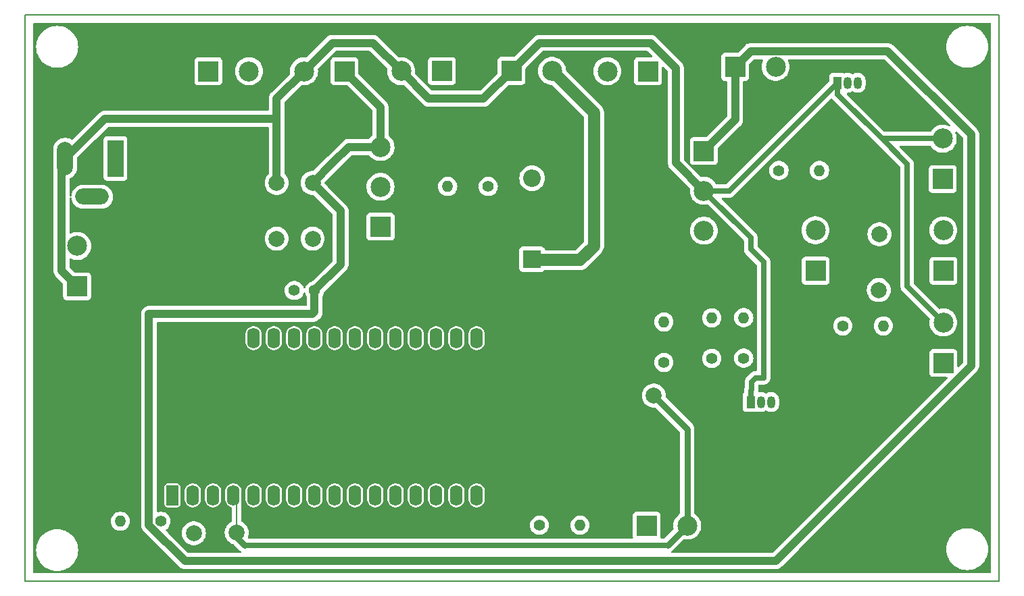
<source format=gbr>
%TF.GenerationSoftware,KiCad,Pcbnew,8.0.4*%
%TF.CreationDate,2024-11-21T09:43:36-08:00*%
%TF.ProjectId,ChargeGuard_Pro_Plus_ECE411,43686172-6765-4477-9561-72645f50726f,1.0.3*%
%TF.SameCoordinates,Original*%
%TF.FileFunction,Copper,L2,Bot*%
%TF.FilePolarity,Positive*%
%FSLAX46Y46*%
G04 Gerber Fmt 4.6, Leading zero omitted, Abs format (unit mm)*
G04 Created by KiCad (PCBNEW 8.0.4) date 2024-11-21 09:43:36*
%MOMM*%
%LPD*%
G01*
G04 APERTURE LIST*
G04 Aperture macros list*
%AMRoundRect*
0 Rectangle with rounded corners*
0 $1 Rounding radius*
0 $2 $3 $4 $5 $6 $7 $8 $9 X,Y pos of 4 corners*
0 Add a 4 corners polygon primitive as box body*
4,1,4,$2,$3,$4,$5,$6,$7,$8,$9,$2,$3,0*
0 Add four circle primitives for the rounded corners*
1,1,$1+$1,$2,$3*
1,1,$1+$1,$4,$5*
1,1,$1+$1,$6,$7*
1,1,$1+$1,$8,$9*
0 Add four rect primitives between the rounded corners*
20,1,$1+$1,$2,$3,$4,$5,0*
20,1,$1+$1,$4,$5,$6,$7,0*
20,1,$1+$1,$6,$7,$8,$9,0*
20,1,$1+$1,$8,$9,$2,$3,0*%
G04 Aperture macros list end*
%TA.AperFunction,NonConductor*%
%ADD10C,0.200000*%
%TD*%
%TA.AperFunction,ComponentPad*%
%ADD11C,2.000000*%
%TD*%
%TA.AperFunction,ComponentPad*%
%ADD12R,2.500000X2.500000*%
%TD*%
%TA.AperFunction,ComponentPad*%
%ADD13C,2.500000*%
%TD*%
%TA.AperFunction,ComponentPad*%
%ADD14C,1.400000*%
%TD*%
%TA.AperFunction,ComponentPad*%
%ADD15O,1.400000X1.400000*%
%TD*%
%TA.AperFunction,ComponentPad*%
%ADD16R,1.050000X1.500000*%
%TD*%
%TA.AperFunction,ComponentPad*%
%ADD17O,1.050000X1.500000*%
%TD*%
%TA.AperFunction,ComponentPad*%
%ADD18R,2.200000X2.200000*%
%TD*%
%TA.AperFunction,ComponentPad*%
%ADD19O,2.200000X2.200000*%
%TD*%
%TA.AperFunction,ComponentPad*%
%ADD20RoundRect,0.250000X0.550000X-1.050000X0.550000X1.050000X-0.550000X1.050000X-0.550000X-1.050000X0*%
%TD*%
%TA.AperFunction,ComponentPad*%
%ADD21O,1.600000X2.600000*%
%TD*%
%TA.AperFunction,ComponentPad*%
%ADD22R,2.000000X4.600000*%
%TD*%
%TA.AperFunction,ComponentPad*%
%ADD23O,2.000000X4.200000*%
%TD*%
%TA.AperFunction,ComponentPad*%
%ADD24O,4.200000X2.000000*%
%TD*%
%TA.AperFunction,Conductor*%
%ADD25C,0.800000*%
%TD*%
%TA.AperFunction,Conductor*%
%ADD26C,1.000000*%
%TD*%
%TA.AperFunction,Conductor*%
%ADD27C,1.500000*%
%TD*%
%TA.AperFunction,Conductor*%
%ADD28C,0.500000*%
%TD*%
%TA.AperFunction,Conductor*%
%ADD29C,0.700000*%
%TD*%
%TA.AperFunction,Conductor*%
%ADD30C,0.200000*%
%TD*%
G04 APERTURE END LIST*
D10*
X50000000Y-49500000D02*
X172000000Y-49500000D01*
X172000000Y-120500000D01*
X50000000Y-120500000D01*
X50000000Y-49500000D01*
D11*
%TO.P,TP9,1,1*%
%TO.N,GND*%
X128750000Y-97250000D03*
%TD*%
D12*
%TO.P,J10,1,Pin_1*%
%TO.N,Power (Buck Converter '+')*%
X138920000Y-56000000D03*
D13*
%TO.P,J10,2,Pin_2*%
%TO.N,Net-(J10-Pin_2)*%
X144000000Y-56000000D03*
%TD*%
D12*
%TO.P,J12,1,Pin_1*%
%TO.N,Net-(A1-SDA{slash}IO23)*%
X165010000Y-81597500D03*
D13*
%TO.P,J12,2,Pin_2*%
%TO.N,Net-(J12-Pin_2)*%
X165010000Y-76517500D03*
%TD*%
D14*
%TO.P,R9,1*%
%TO.N,Net-(R8-Pad2)*%
X144420000Y-69000000D03*
D15*
%TO.P,R9,2*%
%TO.N,Net-(Q1-B)*%
X149500000Y-69000000D03*
%TD*%
D11*
%TO.P,TP6,1,1*%
%TO.N,I2C Power*%
X71120000Y-114500000D03*
%TD*%
D16*
%TO.P,Q1,1,E*%
%TO.N,GND*%
X151730000Y-58000000D03*
D17*
%TO.P,Q1,2,B*%
%TO.N,Net-(Q1-B)*%
X153000000Y-58000000D03*
%TO.P,Q1,3,C*%
%TO.N,Net-(J10-Pin_2)*%
X154270000Y-58000000D03*
%TD*%
D11*
%TO.P,TP5,1,1*%
%TO.N,GND*%
X76500000Y-114447500D03*
%TD*%
D14*
%TO.P,R8,1*%
%TO.N,Net-(Q3-D)*%
X140000000Y-92540000D03*
D15*
%TO.P,R8,2*%
%TO.N,Net-(R8-Pad2)*%
X140000000Y-87460000D03*
%TD*%
D12*
%TO.P,J6,1,Pin_1*%
%TO.N,Net-(J6-Pin_1)*%
X127850000Y-113552500D03*
D13*
%TO.P,J6,2,Pin_2*%
%TO.N,GND*%
X132930000Y-113552500D03*
%TD*%
D11*
%TO.P,TP8,1,1*%
%TO.N,Net-(D1-K)*%
X81505000Y-77552500D03*
%TD*%
D12*
%TO.P,J7,1,Pin_1*%
%TO.N,Net-(J7-Pin_1)*%
X128000000Y-56552500D03*
D13*
%TO.P,J7,2,Pin_2*%
%TO.N,Net-(J7-Pin_2)*%
X122920000Y-56552500D03*
%TD*%
D14*
%TO.P,R6,1*%
%TO.N,Net-(D1-A)*%
X108000000Y-71000000D03*
D15*
%TO.P,R6,2*%
%TO.N,Net-(J8-Pin_2)*%
X102920000Y-71000000D03*
%TD*%
D11*
%TO.P,TP1,1,1*%
%TO.N,GND*%
X81505000Y-70552500D03*
%TD*%
D12*
%TO.P,J11,1,Pin_1*%
%TO.N,I2C Power*%
X164930000Y-70097500D03*
D13*
%TO.P,J11,2,Pin_2*%
%TO.N,GND*%
X164930000Y-65017500D03*
%TD*%
D12*
%TO.P,J8,1,Pin_1*%
%TO.N,unconnected-(J8-Pin_1-Pad1)*%
X94510000Y-76052500D03*
D13*
%TO.P,J8,2,Pin_2*%
%TO.N,Net-(J8-Pin_2)*%
X94510000Y-71052500D03*
%TO.P,J8,3,Pin_3*%
%TO.N,Power (Buck Converter '+')*%
X94510000Y-66052500D03*
%TD*%
D14*
%TO.P,R10,1*%
%TO.N,Net-(R1-Pad2)*%
X136000000Y-92580000D03*
D15*
%TO.P,R10,2*%
%TO.N,Net-(J7-Pin_2)*%
X136000000Y-87500000D03*
%TD*%
D12*
%TO.P,J4,1,Pin_1*%
%TO.N,Net-(J4-Pin_1)*%
X72960000Y-56552500D03*
D13*
%TO.P,J4,2,Pin_2*%
%TO.N,Net-(J2-Pin_1)*%
X78040000Y-56552500D03*
%TD*%
D12*
%TO.P,J14,1,Pin_1*%
%TO.N,Net-(A1-SDA{slash}IO23)*%
X149000000Y-81580000D03*
D13*
%TO.P,J14,2,Pin_2*%
%TO.N,Net-(J12-Pin_2)*%
X149000000Y-76500000D03*
%TD*%
D11*
%TO.P,TP7,1,1*%
%TO.N,Net-(A1-A8{slash}IO15)*%
X86005000Y-77552500D03*
%TD*%
D12*
%TO.P,J3,1,Pin_1*%
%TO.N,Power (Buck Converter '+')*%
X90005000Y-56552500D03*
D13*
%TO.P,J3,2,Pin_2*%
%TO.N,GND*%
X84925000Y-56552500D03*
%TD*%
D11*
%TO.P,TP2,1,1*%
%TO.N,Power (Buck Converter '+')*%
X86005000Y-70552500D03*
%TD*%
D14*
%TO.P,R14,1*%
%TO.N,Net-(A1-SCL{slash}IO22)*%
X152420000Y-88500000D03*
D15*
%TO.P,R14,2*%
%TO.N,Net-(J12-Pin_2)*%
X157500000Y-88500000D03*
%TD*%
D14*
%TO.P,R13,1*%
%TO.N,Net-(R1-Pad2)*%
X130000000Y-93080000D03*
D15*
%TO.P,R13,2*%
%TO.N,Net-(A1-A6{slash}IO14)*%
X130000000Y-88000000D03*
%TD*%
D11*
%TO.P,TP3,1,1*%
%TO.N,Net-(A1-SDA{slash}IO23)*%
X156925000Y-84000000D03*
%TD*%
D14*
%TO.P,R12,1*%
%TO.N,Net-(A1-~{RESET})*%
X67000000Y-113000000D03*
D15*
%TO.P,R12,2*%
%TO.N,Net-(R11-Pad1)*%
X61920000Y-113000000D03*
%TD*%
D18*
%TO.P,D1,1,K*%
%TO.N,Net-(D1-K)*%
X113500000Y-80132500D03*
D19*
%TO.P,D1,2,A*%
%TO.N,Net-(D1-A)*%
X113500000Y-69972500D03*
%TD*%
D12*
%TO.P,J9,1,Pin_1*%
%TO.N,Power (Buck Converter '+')*%
X135010000Y-66552500D03*
D13*
%TO.P,J9,2,Pin_2*%
%TO.N,GND*%
X135010000Y-71552500D03*
%TO.P,J9,3,Pin_3*%
%TO.N,Net-(A1-A7{slash}IO32)*%
X135010000Y-76552500D03*
%TD*%
D16*
%TO.P,Q3,1,S*%
%TO.N,GND*%
X140890000Y-98052500D03*
D17*
%TO.P,Q3,2,G*%
%TO.N,Net-(A1-I34{slash}A2)*%
X142160000Y-98052500D03*
%TO.P,Q3,3,D*%
%TO.N,Net-(Q3-D)*%
X143430000Y-98052500D03*
%TD*%
D20*
%TO.P,A1,1,~{RESET}*%
%TO.N,Net-(A1-~{RESET})*%
X68450000Y-109752500D03*
D21*
%TO.P,A1,2,3V3*%
%TO.N,I2C Power*%
X70990000Y-109752500D03*
%TO.P,A1,3,NC*%
%TO.N,unconnected-(A1-NC-Pad3)*%
X73530000Y-109752500D03*
%TO.P,A1,4,GND*%
%TO.N,GND*%
X76070000Y-109752500D03*
%TO.P,A1,5,DAC2/A0*%
%TO.N,unconnected-(A1-DAC2{slash}A0-Pad5)*%
X78610000Y-109752500D03*
%TO.P,A1,6,DAC1/A1*%
%TO.N,unconnected-(A1-DAC1{slash}A1-Pad6)*%
X81150000Y-109752500D03*
%TO.P,A1,7,I34/A2*%
%TO.N,Net-(A1-I34{slash}A2)*%
X83690000Y-109752500D03*
%TO.P,A1,8,I39/A3*%
%TO.N,unconnected-(A1-I39{slash}A3-Pad8)*%
X86230000Y-109752500D03*
%TO.P,A1,9,IO36/A4*%
%TO.N,unconnected-(A1-IO36{slash}A4-Pad9)*%
X88770000Y-109752500D03*
%TO.P,A1,10,IO4/A5*%
%TO.N,unconnected-(A1-IO4{slash}A5-Pad10)*%
X91310000Y-109752500D03*
%TO.P,A1,11,SCK/IO5*%
%TO.N,unconnected-(A1-SCK{slash}IO5-Pad11)*%
X93850000Y-109752500D03*
%TO.P,A1,12,MOSI/IO18*%
%TO.N,unconnected-(A1-MOSI{slash}IO18-Pad12)*%
X96390000Y-109752500D03*
%TO.P,A1,13,MISO/IO19*%
%TO.N,unconnected-(A1-MISO{slash}IO19-Pad13)*%
X98930000Y-109752500D03*
%TO.P,A1,14,RX/IO16*%
%TO.N,unconnected-(A1-RX{slash}IO16-Pad14)*%
X101470000Y-109752500D03*
%TO.P,A1,15,TX/IO17*%
%TO.N,unconnected-(A1-TX{slash}IO17-Pad15)*%
X104010000Y-109752500D03*
%TO.P,A1,16,IO21*%
%TO.N,unconnected-(A1-IO21-Pad16)*%
X106550000Y-109752500D03*
%TO.P,A1,17,SDA/IO23*%
%TO.N,Net-(A1-SDA{slash}IO23)*%
X106550000Y-90032500D03*
%TO.P,A1,18,SCL/IO22*%
%TO.N,Net-(A1-SCL{slash}IO22)*%
X104010000Y-90032500D03*
%TO.P,A1,19,A6/IO14*%
%TO.N,Net-(A1-A6{slash}IO14)*%
X101470000Y-90032500D03*
%TO.P,A1,20,A7/IO32*%
%TO.N,Net-(A1-A7{slash}IO32)*%
X98930000Y-90032500D03*
%TO.P,A1,21,A8/IO15*%
%TO.N,Net-(A1-A8{slash}IO15)*%
X96390000Y-90032500D03*
%TO.P,A1,22,A9/IO33*%
%TO.N,unconnected-(A1-A9{slash}IO33-Pad22)*%
X93850000Y-90032500D03*
%TO.P,A1,23,A10/IO27*%
%TO.N,unconnected-(A1-A10{slash}IO27-Pad23)*%
X91310000Y-90032500D03*
%TO.P,A1,24,A11/IO12*%
%TO.N,unconnected-(A1-A11{slash}IO12-Pad24)*%
X88770000Y-90032500D03*
%TO.P,A1,25,A12/IO13*%
%TO.N,unconnected-(A1-A12{slash}IO13-Pad25)*%
X86230000Y-90032500D03*
%TO.P,A1,26,USB*%
%TO.N,Net-(A1-USB)*%
X83690000Y-90032500D03*
%TO.P,A1,27,EN*%
%TO.N,unconnected-(A1-EN-Pad27)*%
X81150000Y-90032500D03*
%TO.P,A1,28,VBAT*%
%TO.N,unconnected-(A1-VBAT-Pad28)*%
X78610000Y-90032500D03*
%TD*%
D11*
%TO.P,TP4,1,1*%
%TO.N,Net-(J12-Pin_2)*%
X157000000Y-77000000D03*
%TD*%
D12*
%TO.P,J13,1,Pin_1*%
%TO.N,I2C Power*%
X165010000Y-93142500D03*
D13*
%TO.P,J13,2,Pin_2*%
%TO.N,GND*%
X165010000Y-88062500D03*
%TD*%
D12*
%TO.P,J15,1,Pin_1*%
%TO.N,GND*%
X110920000Y-56500000D03*
D13*
%TO.P,J15,2,Pin_2*%
%TO.N,Net-(D1-K)*%
X116000000Y-56500000D03*
%TD*%
D22*
%TO.P,J1,1*%
%TO.N,Net-(J4-Pin_1)*%
X61300000Y-67500000D03*
D23*
%TO.P,J1,2*%
%TO.N,GND*%
X55000000Y-67500000D03*
D24*
%TO.P,J1,3*%
%TO.N,N/C*%
X58400000Y-72300000D03*
%TD*%
D14*
%TO.P,JP1,1,A*%
%TO.N,Power (Buck Converter '+')*%
X86255000Y-84052500D03*
%TO.P,JP1,2,B*%
%TO.N,Net-(A1-USB)*%
X83715000Y-84052500D03*
%TD*%
%TO.P,R11,1*%
%TO.N,Net-(R11-Pad1)*%
X114420000Y-113500000D03*
D15*
%TO.P,R11,2*%
%TO.N,Net-(J6-Pin_1)*%
X119500000Y-113500000D03*
%TD*%
D12*
%TO.P,J5,1,Pin_1*%
%TO.N,GND*%
X56505000Y-83552500D03*
D13*
%TO.P,J5,2,Pin_2*%
%TO.N,Net-(J2-Pin_1)*%
X56505000Y-78472500D03*
%TD*%
D12*
%TO.P,J2,1,Pin_1*%
%TO.N,Net-(J2-Pin_1)*%
X102180000Y-56550000D03*
D13*
%TO.P,J2,2,Pin_2*%
%TO.N,GND*%
X97100000Y-56550000D03*
%TD*%
D25*
%TO.N,GND*%
X132930000Y-113552500D02*
X132930000Y-101430000D01*
X132930000Y-101430000D02*
X128750000Y-97250000D01*
D26*
X81505000Y-59972500D02*
X84925000Y-56552500D01*
X81505000Y-70552500D02*
X81505000Y-59972500D01*
X55000000Y-67500000D02*
X60000000Y-62500000D01*
X60000000Y-62500000D02*
X81505000Y-62500000D01*
D27*
%TO.N,Net-(D1-K)*%
X121250000Y-78500000D02*
X121250000Y-61750000D01*
X113617500Y-80250000D02*
X119500000Y-80250000D01*
X119500000Y-80250000D02*
X121250000Y-78500000D01*
D28*
X113500000Y-80132500D02*
X113617500Y-80250000D01*
D27*
X121250000Y-61750000D02*
X116000000Y-56500000D01*
D26*
%TO.N,Power (Buck Converter '+')*%
X65500000Y-87000000D02*
X86000000Y-87000000D01*
X65500000Y-113479899D02*
X65500000Y-87000000D01*
X86255000Y-86745000D02*
X86255000Y-84052500D01*
X70020101Y-118000000D02*
X65500000Y-113479899D01*
X168500000Y-93500000D02*
X144000000Y-118000000D01*
X168500000Y-64500000D02*
X168500000Y-93500000D01*
X86000000Y-87000000D02*
X86255000Y-86745000D01*
X144000000Y-118000000D02*
X70020101Y-118000000D01*
X158050000Y-54050000D02*
X168500000Y-64500000D01*
X140870000Y-54050000D02*
X158050000Y-54050000D01*
X138920000Y-56000000D02*
X140870000Y-54050000D01*
D29*
%TO.N,GND*%
X140890000Y-96610000D02*
X140890000Y-98052500D01*
X141000000Y-96500000D02*
X140890000Y-96610000D01*
X141500000Y-95000000D02*
X141000000Y-95500000D01*
X142500000Y-80500000D02*
X142500000Y-95000000D01*
X140890000Y-78890000D02*
X142500000Y-80500000D01*
X141000000Y-95500000D02*
X141000000Y-96500000D01*
X140890000Y-77432500D02*
X140890000Y-78890000D01*
X142500000Y-95000000D02*
X141500000Y-95000000D01*
X135010000Y-71552500D02*
X140890000Y-77432500D01*
D26*
%TO.N,Power (Buck Converter '+')*%
X94510000Y-61057500D02*
X90005000Y-56552500D01*
X90505000Y-66052500D02*
X88528750Y-68028750D01*
X94510000Y-66052500D02*
X90505000Y-66052500D01*
X89500000Y-74047500D02*
X86005000Y-70552500D01*
X138920000Y-56000000D02*
X138920000Y-62642500D01*
X94510000Y-66052500D02*
X94510000Y-61057500D01*
X138920000Y-62642500D02*
X135010000Y-66552500D01*
X89500000Y-80807500D02*
X89500000Y-74047500D01*
X88528750Y-68028750D02*
X86005000Y-70552500D01*
X86255000Y-84052500D02*
X89500000Y-80807500D01*
%TO.N,GND*%
X131500000Y-56152500D02*
X131500000Y-68042500D01*
D30*
X55050000Y-67500000D02*
X54955000Y-67595000D01*
D26*
X81505000Y-62500000D02*
X81505000Y-70552500D01*
D30*
X76070000Y-110052500D02*
X76500000Y-110482500D01*
D26*
X128347500Y-53000000D02*
X131500000Y-56152500D01*
D29*
X160500000Y-83552500D02*
X160500000Y-68220000D01*
X165010000Y-88062500D02*
X160500000Y-83552500D01*
D26*
X93550000Y-53000000D02*
X97100000Y-56550000D01*
X131500000Y-68042500D02*
X135010000Y-71552500D01*
X84925000Y-56552500D02*
X88477500Y-53000000D01*
D29*
X151730000Y-58000000D02*
X151730000Y-59450000D01*
D25*
X130482500Y-116000000D02*
X132930000Y-113552500D01*
D29*
X138177500Y-71552500D02*
X151730000Y-58000000D01*
D25*
X76500000Y-115000000D02*
X77500000Y-116000000D01*
D26*
X81500000Y-59977500D02*
X81500000Y-61600000D01*
X107420000Y-60000000D02*
X110920000Y-56500000D01*
X88477500Y-53000000D02*
X93550000Y-53000000D01*
D29*
X164930000Y-65017500D02*
X157297500Y-65017500D01*
D26*
X81505000Y-61605000D02*
X81505000Y-62500000D01*
X56505000Y-83552500D02*
X56505000Y-83195000D01*
X97100000Y-56550000D02*
X100550000Y-60000000D01*
D29*
X135010000Y-71552500D02*
X138177500Y-71552500D01*
D26*
X54555000Y-81602500D02*
X54555000Y-67995000D01*
X54555000Y-67995000D02*
X55050000Y-67500000D01*
X114420000Y-53000000D02*
X128347500Y-53000000D01*
X100550000Y-60000000D02*
X107420000Y-60000000D01*
D30*
X76500000Y-110482500D02*
X76500000Y-115000000D01*
X81500000Y-61600000D02*
X81505000Y-61605000D01*
D26*
X84925000Y-56552500D02*
X81500000Y-59977500D01*
D29*
X151730000Y-59450000D02*
X157297500Y-65017500D01*
X157297500Y-65017500D02*
X160500000Y-68220000D01*
D26*
X56505000Y-83552500D02*
X54555000Y-81602500D01*
D29*
X77500000Y-116000000D02*
X130482500Y-116000000D01*
D26*
X110920000Y-56500000D02*
X114420000Y-53000000D01*
D30*
X76070000Y-110052500D02*
X76510000Y-110492500D01*
%TD*%
%TA.AperFunction,NonConductor*%
G36*
X170942539Y-50520185D02*
G01*
X170988294Y-50572989D01*
X170999500Y-50624500D01*
X170999500Y-119375500D01*
X170979815Y-119442539D01*
X170927011Y-119488294D01*
X170875500Y-119499500D01*
X51124500Y-119499500D01*
X51057461Y-119479815D01*
X51011706Y-119427011D01*
X51000500Y-119375500D01*
X51000500Y-116621320D01*
X51373388Y-116621320D01*
X51392538Y-116937917D01*
X51392538Y-116937922D01*
X51392539Y-116937923D01*
X51404073Y-117000861D01*
X51449713Y-117249909D01*
X51506268Y-117431403D01*
X51544075Y-117552729D01*
X51674251Y-117841967D01*
X51830760Y-118100865D01*
X51838340Y-118113404D01*
X51838345Y-118113412D01*
X52033955Y-118363089D01*
X52258230Y-118587364D01*
X52507907Y-118782974D01*
X52507910Y-118782975D01*
X52507914Y-118782979D01*
X52779353Y-118947069D01*
X53068591Y-119077245D01*
X53371411Y-119171607D01*
X53683397Y-119228781D01*
X54000000Y-119247932D01*
X54316603Y-119228781D01*
X54628589Y-119171607D01*
X54931409Y-119077245D01*
X55220647Y-118947069D01*
X55492086Y-118782979D01*
X55741766Y-118587367D01*
X55966047Y-118363086D01*
X56161659Y-118113406D01*
X56325749Y-117841967D01*
X56455925Y-117552729D01*
X56550287Y-117249909D01*
X56607461Y-116937923D01*
X56626612Y-116621320D01*
X56607461Y-116304717D01*
X56550287Y-115992731D01*
X56455925Y-115689911D01*
X56325749Y-115400673D01*
X56161659Y-115129234D01*
X56149082Y-115113181D01*
X55966044Y-114879550D01*
X55741769Y-114655275D01*
X55492092Y-114459665D01*
X55492084Y-114459660D01*
X55471959Y-114447494D01*
X55220647Y-114295571D01*
X54931409Y-114165395D01*
X54832869Y-114134689D01*
X54628589Y-114071033D01*
X54382690Y-114025970D01*
X54316603Y-114013859D01*
X54316602Y-114013858D01*
X54316597Y-114013858D01*
X54000000Y-113994708D01*
X53683402Y-114013858D01*
X53371410Y-114071033D01*
X53068596Y-114165393D01*
X53068592Y-114165394D01*
X53068591Y-114165395D01*
X52907721Y-114237797D01*
X52875775Y-114252175D01*
X52779353Y-114295571D01*
X52748631Y-114314143D01*
X52507915Y-114459660D01*
X52507907Y-114459665D01*
X52258230Y-114655275D01*
X52033955Y-114879550D01*
X51838345Y-115129227D01*
X51838340Y-115129235D01*
X51674250Y-115400675D01*
X51674249Y-115400677D01*
X51544073Y-115689916D01*
X51449713Y-115992730D01*
X51392538Y-116304722D01*
X51373388Y-116621320D01*
X51000500Y-116621320D01*
X51000500Y-112999999D01*
X60714357Y-112999999D01*
X60714357Y-113000000D01*
X60734884Y-113221535D01*
X60734885Y-113221537D01*
X60795769Y-113435523D01*
X60795775Y-113435538D01*
X60894938Y-113634683D01*
X60894943Y-113634691D01*
X61029020Y-113812238D01*
X61193437Y-113962123D01*
X61193439Y-113962125D01*
X61382595Y-114079245D01*
X61382596Y-114079245D01*
X61382599Y-114079247D01*
X61590060Y-114159618D01*
X61808757Y-114200500D01*
X61808759Y-114200500D01*
X62031241Y-114200500D01*
X62031243Y-114200500D01*
X62249940Y-114159618D01*
X62457401Y-114079247D01*
X62646562Y-113962124D01*
X62786282Y-113834751D01*
X62810979Y-113812238D01*
X62841564Y-113771738D01*
X62945058Y-113634689D01*
X63044229Y-113435528D01*
X63105115Y-113221536D01*
X63125643Y-113000000D01*
X63124943Y-112992451D01*
X63105115Y-112778464D01*
X63105114Y-112778462D01*
X63079308Y-112687764D01*
X63044229Y-112564472D01*
X63044224Y-112564461D01*
X62945061Y-112365316D01*
X62945056Y-112365308D01*
X62810979Y-112187761D01*
X62646562Y-112037876D01*
X62646560Y-112037874D01*
X62457404Y-111920754D01*
X62457398Y-111920752D01*
X62249940Y-111840382D01*
X62031243Y-111799500D01*
X61808757Y-111799500D01*
X61590060Y-111840382D01*
X61458864Y-111891207D01*
X61382601Y-111920752D01*
X61382595Y-111920754D01*
X61193439Y-112037874D01*
X61193437Y-112037876D01*
X61029020Y-112187761D01*
X60894943Y-112365308D01*
X60894938Y-112365316D01*
X60795775Y-112564461D01*
X60795769Y-112564476D01*
X60734885Y-112778462D01*
X60734884Y-112778464D01*
X60714357Y-112999999D01*
X51000500Y-112999999D01*
X51000500Y-66281902D01*
X53499500Y-66281902D01*
X53499500Y-68718097D01*
X53536446Y-68951364D01*
X53536446Y-68951365D01*
X53548431Y-68988250D01*
X53554500Y-69026568D01*
X53554500Y-81701044D01*
X53587492Y-81866907D01*
X53587493Y-81866907D01*
X53587493Y-81866909D01*
X53592949Y-81894335D01*
X53592950Y-81894337D01*
X53592950Y-81894339D01*
X53668364Y-82076407D01*
X53668371Y-82076420D01*
X53777859Y-82240280D01*
X53777860Y-82240281D01*
X53777861Y-82240282D01*
X53917218Y-82379639D01*
X53917219Y-82379639D01*
X53924286Y-82386706D01*
X53924285Y-82386706D01*
X53924289Y-82386709D01*
X54718181Y-83180601D01*
X54751666Y-83241924D01*
X54754500Y-83268282D01*
X54754500Y-84850370D01*
X54754501Y-84850376D01*
X54760908Y-84909983D01*
X54811202Y-85044828D01*
X54811206Y-85044835D01*
X54897452Y-85160044D01*
X54897455Y-85160047D01*
X55012664Y-85246293D01*
X55012671Y-85246297D01*
X55147517Y-85296591D01*
X55147516Y-85296591D01*
X55154444Y-85297335D01*
X55207127Y-85303000D01*
X57802872Y-85302999D01*
X57862483Y-85296591D01*
X57997331Y-85246296D01*
X58112546Y-85160046D01*
X58198796Y-85044831D01*
X58249091Y-84909983D01*
X58255500Y-84850373D01*
X58255499Y-82254628D01*
X58249091Y-82195017D01*
X58204852Y-82076407D01*
X58198797Y-82060171D01*
X58198793Y-82060164D01*
X58112547Y-81944955D01*
X58112544Y-81944952D01*
X57997335Y-81858706D01*
X57997328Y-81858702D01*
X57862482Y-81808408D01*
X57862483Y-81808408D01*
X57802883Y-81802001D01*
X57802881Y-81802000D01*
X57802873Y-81802000D01*
X57802865Y-81802000D01*
X56220783Y-81802000D01*
X56153744Y-81782315D01*
X56133102Y-81765681D01*
X55591819Y-81224398D01*
X55558334Y-81163075D01*
X55555500Y-81136717D01*
X55555500Y-80155497D01*
X55575185Y-80088458D01*
X55627989Y-80042703D01*
X55697147Y-80032759D01*
X55733297Y-80043775D01*
X55863677Y-80106563D01*
X56114385Y-80183896D01*
X56373818Y-80223000D01*
X56636182Y-80223000D01*
X56895615Y-80183896D01*
X57146323Y-80106563D01*
X57382704Y-79992728D01*
X57599479Y-79844933D01*
X57791805Y-79666481D01*
X57955386Y-79461357D01*
X58086568Y-79234143D01*
X58182420Y-78989916D01*
X58240802Y-78734130D01*
X58240803Y-78734120D01*
X58260408Y-78472504D01*
X58260408Y-78472495D01*
X58240803Y-78210879D01*
X58240802Y-78210874D01*
X58240802Y-78210870D01*
X58182420Y-77955084D01*
X58086568Y-77710857D01*
X57995137Y-77552494D01*
X79999357Y-77552494D01*
X79999357Y-77552505D01*
X80019890Y-77800312D01*
X80019892Y-77800324D01*
X80080936Y-78041381D01*
X80180826Y-78269106D01*
X80316833Y-78477282D01*
X80316836Y-78477285D01*
X80485256Y-78660238D01*
X80681491Y-78812974D01*
X80900190Y-78931328D01*
X81135386Y-79012071D01*
X81380665Y-79053000D01*
X81629335Y-79053000D01*
X81874614Y-79012071D01*
X82109810Y-78931328D01*
X82328509Y-78812974D01*
X82524744Y-78660238D01*
X82693164Y-78477285D01*
X82829173Y-78269107D01*
X82929063Y-78041381D01*
X82990108Y-77800321D01*
X82991395Y-77784789D01*
X83010643Y-77552505D01*
X83010643Y-77552494D01*
X84499357Y-77552494D01*
X84499357Y-77552505D01*
X84519890Y-77800312D01*
X84519892Y-77800324D01*
X84580936Y-78041381D01*
X84680826Y-78269106D01*
X84816833Y-78477282D01*
X84816836Y-78477285D01*
X84985256Y-78660238D01*
X85181491Y-78812974D01*
X85400190Y-78931328D01*
X85635386Y-79012071D01*
X85880665Y-79053000D01*
X86129335Y-79053000D01*
X86374614Y-79012071D01*
X86609810Y-78931328D01*
X86828509Y-78812974D01*
X87024744Y-78660238D01*
X87193164Y-78477285D01*
X87329173Y-78269107D01*
X87429063Y-78041381D01*
X87490108Y-77800321D01*
X87491395Y-77784789D01*
X87510643Y-77552505D01*
X87510643Y-77552494D01*
X87490109Y-77304687D01*
X87490107Y-77304675D01*
X87429063Y-77063618D01*
X87329173Y-76835893D01*
X87193166Y-76627717D01*
X87123927Y-76552504D01*
X87024744Y-76444762D01*
X86828509Y-76292026D01*
X86828507Y-76292025D01*
X86828506Y-76292024D01*
X86609811Y-76173672D01*
X86609802Y-76173669D01*
X86374616Y-76092929D01*
X86129335Y-76052000D01*
X85880665Y-76052000D01*
X85635383Y-76092929D01*
X85400197Y-76173669D01*
X85400188Y-76173672D01*
X85181493Y-76292024D01*
X84985257Y-76444761D01*
X84816833Y-76627717D01*
X84680826Y-76835893D01*
X84580936Y-77063618D01*
X84519892Y-77304675D01*
X84519890Y-77304687D01*
X84499357Y-77552494D01*
X83010643Y-77552494D01*
X82990109Y-77304687D01*
X82990107Y-77304675D01*
X82929063Y-77063618D01*
X82829173Y-76835893D01*
X82693166Y-76627717D01*
X82623927Y-76552504D01*
X82524744Y-76444762D01*
X82328509Y-76292026D01*
X82328507Y-76292025D01*
X82328506Y-76292024D01*
X82109811Y-76173672D01*
X82109802Y-76173669D01*
X81874616Y-76092929D01*
X81629335Y-76052000D01*
X81380665Y-76052000D01*
X81135383Y-76092929D01*
X80900197Y-76173669D01*
X80900188Y-76173672D01*
X80681493Y-76292024D01*
X80485257Y-76444761D01*
X80316833Y-76627717D01*
X80180826Y-76835893D01*
X80080936Y-77063618D01*
X80019892Y-77304675D01*
X80019890Y-77304687D01*
X79999357Y-77552494D01*
X57995137Y-77552494D01*
X57955386Y-77483643D01*
X57791805Y-77278519D01*
X57791804Y-77278518D01*
X57791801Y-77278514D01*
X57599479Y-77100067D01*
X57555263Y-77069921D01*
X57382704Y-76952272D01*
X57382700Y-76952270D01*
X57382697Y-76952268D01*
X57382696Y-76952267D01*
X57146325Y-76838438D01*
X57146327Y-76838438D01*
X56895623Y-76761106D01*
X56895619Y-76761105D01*
X56895615Y-76761104D01*
X56770823Y-76742294D01*
X56636187Y-76722000D01*
X56636182Y-76722000D01*
X56373818Y-76722000D01*
X56373812Y-76722000D01*
X56212247Y-76746353D01*
X56114385Y-76761104D01*
X56114382Y-76761105D01*
X56114376Y-76761106D01*
X55863673Y-76838438D01*
X55733301Y-76901222D01*
X55664360Y-76912574D01*
X55600225Y-76884852D01*
X55561260Y-76826856D01*
X55555500Y-76789502D01*
X55555500Y-72453109D01*
X55575185Y-72386070D01*
X55627989Y-72340315D01*
X55697147Y-72330371D01*
X55760703Y-72359396D01*
X55798477Y-72418174D01*
X55801973Y-72433711D01*
X55836446Y-72651368D01*
X55909433Y-72875996D01*
X56009674Y-73072728D01*
X56016657Y-73086433D01*
X56155483Y-73277510D01*
X56322490Y-73444517D01*
X56513567Y-73583343D01*
X56612991Y-73634002D01*
X56724003Y-73690566D01*
X56724005Y-73690566D01*
X56724008Y-73690568D01*
X56844412Y-73729689D01*
X56948631Y-73763553D01*
X57181903Y-73800500D01*
X57181908Y-73800500D01*
X59618097Y-73800500D01*
X59851368Y-73763553D01*
X59875629Y-73755670D01*
X60075992Y-73690568D01*
X60286433Y-73583343D01*
X60477510Y-73444517D01*
X60644517Y-73277510D01*
X60783343Y-73086433D01*
X60890568Y-72875992D01*
X60963553Y-72651368D01*
X60976008Y-72572731D01*
X61000500Y-72418097D01*
X61000500Y-72181902D01*
X60963553Y-71948631D01*
X60919855Y-71814143D01*
X60890568Y-71724008D01*
X60890566Y-71724005D01*
X60890566Y-71724003D01*
X60803180Y-71552500D01*
X60783343Y-71513567D01*
X60644517Y-71322490D01*
X60477510Y-71155483D01*
X60286433Y-71016657D01*
X60253740Y-70999999D01*
X60075996Y-70909433D01*
X59851368Y-70836446D01*
X59618097Y-70799500D01*
X59618092Y-70799500D01*
X57181908Y-70799500D01*
X57181903Y-70799500D01*
X56948631Y-70836446D01*
X56724003Y-70909433D01*
X56513566Y-71016657D01*
X56404550Y-71095862D01*
X56322490Y-71155483D01*
X56322488Y-71155485D01*
X56322487Y-71155485D01*
X56155485Y-71322487D01*
X56155485Y-71322488D01*
X56155483Y-71322490D01*
X56102537Y-71395364D01*
X56016657Y-71513566D01*
X55909433Y-71724003D01*
X55836446Y-71948631D01*
X55801973Y-72166288D01*
X55772044Y-72229423D01*
X55712732Y-72266354D01*
X55642870Y-72265356D01*
X55584637Y-72226746D01*
X55556523Y-72162782D01*
X55555500Y-72146890D01*
X55555500Y-70076996D01*
X55575185Y-70009957D01*
X55623205Y-69966511D01*
X55786433Y-69883343D01*
X55977510Y-69744517D01*
X56144517Y-69577510D01*
X56283343Y-69386433D01*
X56390568Y-69175992D01*
X56463553Y-68951368D01*
X56463554Y-68951364D01*
X56500500Y-68718097D01*
X56500500Y-67465782D01*
X56520185Y-67398743D01*
X56536819Y-67378101D01*
X58762785Y-65152135D01*
X59799500Y-65152135D01*
X59799500Y-69847870D01*
X59799501Y-69847876D01*
X59805908Y-69907483D01*
X59856202Y-70042328D01*
X59856206Y-70042335D01*
X59942452Y-70157544D01*
X59942455Y-70157547D01*
X60057664Y-70243793D01*
X60057671Y-70243797D01*
X60192517Y-70294091D01*
X60192516Y-70294091D01*
X60199444Y-70294835D01*
X60252127Y-70300500D01*
X62347872Y-70300499D01*
X62407483Y-70294091D01*
X62542331Y-70243796D01*
X62657546Y-70157546D01*
X62743796Y-70042331D01*
X62794091Y-69907483D01*
X62800500Y-69847873D01*
X62800499Y-65152128D01*
X62794091Y-65092517D01*
X62793319Y-65090448D01*
X62743797Y-64957671D01*
X62743793Y-64957664D01*
X62657547Y-64842455D01*
X62657544Y-64842452D01*
X62542335Y-64756206D01*
X62542328Y-64756202D01*
X62407482Y-64705908D01*
X62407483Y-64705908D01*
X62347883Y-64699501D01*
X62347881Y-64699500D01*
X62347873Y-64699500D01*
X62347864Y-64699500D01*
X60252129Y-64699500D01*
X60252123Y-64699501D01*
X60192516Y-64705908D01*
X60057671Y-64756202D01*
X60057664Y-64756206D01*
X59942455Y-64842452D01*
X59942452Y-64842455D01*
X59856206Y-64957664D01*
X59856202Y-64957671D01*
X59805908Y-65092517D01*
X59800067Y-65146853D01*
X59799501Y-65152123D01*
X59799500Y-65152135D01*
X58762785Y-65152135D01*
X60378101Y-63536819D01*
X60439424Y-63503334D01*
X60465782Y-63500500D01*
X80380500Y-63500500D01*
X80447539Y-63520185D01*
X80493294Y-63572989D01*
X80504500Y-63624500D01*
X80504500Y-69375471D01*
X80484815Y-69442510D01*
X80471730Y-69459453D01*
X80316836Y-69627714D01*
X80180826Y-69835893D01*
X80080936Y-70063618D01*
X80019892Y-70304675D01*
X80019890Y-70304687D01*
X79999357Y-70552494D01*
X79999357Y-70552505D01*
X80019890Y-70800312D01*
X80019892Y-70800324D01*
X80080936Y-71041381D01*
X80180826Y-71269106D01*
X80316833Y-71477282D01*
X80316836Y-71477285D01*
X80485256Y-71660238D01*
X80681491Y-71812974D01*
X80900190Y-71931328D01*
X81135386Y-72012071D01*
X81380665Y-72053000D01*
X81629335Y-72053000D01*
X81874614Y-72012071D01*
X82109810Y-71931328D01*
X82328509Y-71812974D01*
X82524744Y-71660238D01*
X82693164Y-71477285D01*
X82829173Y-71269107D01*
X82929063Y-71041381D01*
X82990108Y-70800321D01*
X82990176Y-70799500D01*
X83010643Y-70552505D01*
X83010643Y-70552494D01*
X82990109Y-70304687D01*
X82990107Y-70304675D01*
X82929063Y-70063618D01*
X82829173Y-69835893D01*
X82727367Y-69680067D01*
X82693164Y-69627715D01*
X82646949Y-69577512D01*
X82538270Y-69459453D01*
X82507348Y-69396799D01*
X82505500Y-69375471D01*
X82505500Y-60438281D01*
X82525185Y-60371242D01*
X82541814Y-60350605D01*
X84571930Y-58320488D01*
X84633251Y-58287005D01*
X84678090Y-58285556D01*
X84793818Y-58303000D01*
X84793824Y-58303000D01*
X85056182Y-58303000D01*
X85315615Y-58263896D01*
X85566323Y-58186563D01*
X85802704Y-58072728D01*
X86019479Y-57924933D01*
X86186260Y-57770183D01*
X86211801Y-57746485D01*
X86211801Y-57746483D01*
X86211805Y-57746481D01*
X86375386Y-57541357D01*
X86506568Y-57314143D01*
X86602420Y-57069916D01*
X86660802Y-56814130D01*
X86660803Y-56814120D01*
X86680408Y-56552504D01*
X86680408Y-56552495D01*
X86660922Y-56292472D01*
X86675541Y-56224149D01*
X86696891Y-56195529D01*
X88855602Y-54036819D01*
X88916925Y-54003334D01*
X88943283Y-54000500D01*
X93084218Y-54000500D01*
X93151257Y-54020185D01*
X93171899Y-54036819D01*
X95328105Y-56193025D01*
X95361590Y-56254348D01*
X95364077Y-56289972D01*
X95344592Y-56549995D01*
X95344592Y-56550004D01*
X95364196Y-56811620D01*
X95364197Y-56811625D01*
X95364197Y-56811629D01*
X95364198Y-56811630D01*
X95364769Y-56814130D01*
X95422576Y-57067402D01*
X95422578Y-57067411D01*
X95422580Y-57067416D01*
X95518432Y-57311643D01*
X95649614Y-57538857D01*
X95757381Y-57673992D01*
X95813198Y-57743985D01*
X95953860Y-57874499D01*
X96005521Y-57922433D01*
X96222296Y-58070228D01*
X96222301Y-58070230D01*
X96222302Y-58070231D01*
X96222303Y-58070232D01*
X96347843Y-58130688D01*
X96458673Y-58184061D01*
X96458674Y-58184061D01*
X96458677Y-58184063D01*
X96709385Y-58261396D01*
X96968818Y-58300500D01*
X97231176Y-58300500D01*
X97231182Y-58300500D01*
X97346908Y-58283056D01*
X97416132Y-58292529D01*
X97453070Y-58317990D01*
X99769735Y-60634655D01*
X99769764Y-60634686D01*
X99912217Y-60777139D01*
X100076080Y-60886628D01*
X100076086Y-60886632D01*
X100191774Y-60934551D01*
X100258164Y-60962051D01*
X100338345Y-60978000D01*
X100366623Y-60983625D01*
X100451456Y-61000500D01*
X100451459Y-61000500D01*
X107518543Y-61000500D01*
X107593950Y-60985500D01*
X107631655Y-60978000D01*
X107711836Y-60962051D01*
X107778226Y-60934551D01*
X107893914Y-60886632D01*
X108057782Y-60777139D01*
X108197139Y-60637782D01*
X108197139Y-60637780D01*
X108207347Y-60627573D01*
X108207348Y-60627570D01*
X110548102Y-58286818D01*
X110609425Y-58253333D01*
X110635783Y-58250499D01*
X112217871Y-58250499D01*
X112217872Y-58250499D01*
X112277483Y-58244091D01*
X112412331Y-58193796D01*
X112527546Y-58107546D01*
X112613796Y-57992331D01*
X112664091Y-57857483D01*
X112670500Y-57797873D01*
X112670499Y-56215781D01*
X112690184Y-56148743D01*
X112706818Y-56128101D01*
X114798102Y-54036819D01*
X114859425Y-54003334D01*
X114885783Y-54000500D01*
X127881718Y-54000500D01*
X127948757Y-54020185D01*
X127969399Y-54036819D01*
X128522898Y-54590319D01*
X128556383Y-54651642D01*
X128551399Y-54721334D01*
X128509527Y-54777267D01*
X128444063Y-54801684D01*
X128435217Y-54802000D01*
X126702129Y-54802000D01*
X126702123Y-54802001D01*
X126642516Y-54808408D01*
X126507671Y-54858702D01*
X126507664Y-54858706D01*
X126392455Y-54944952D01*
X126392452Y-54944955D01*
X126306206Y-55060164D01*
X126306202Y-55060171D01*
X126255908Y-55195017D01*
X126249768Y-55252135D01*
X126249501Y-55254623D01*
X126249500Y-55254635D01*
X126249500Y-57850370D01*
X126249501Y-57850376D01*
X126255908Y-57909983D01*
X126306202Y-58044828D01*
X126306206Y-58044835D01*
X126392452Y-58160044D01*
X126392455Y-58160047D01*
X126507664Y-58246293D01*
X126507671Y-58246297D01*
X126642517Y-58296591D01*
X126642516Y-58296591D01*
X126649444Y-58297335D01*
X126702127Y-58303000D01*
X129297872Y-58302999D01*
X129357483Y-58296591D01*
X129492331Y-58246296D01*
X129607546Y-58160046D01*
X129693796Y-58044831D01*
X129744091Y-57909983D01*
X129750500Y-57850373D01*
X129750499Y-56117280D01*
X129770184Y-56050242D01*
X129822987Y-56004487D01*
X129892146Y-55994543D01*
X129955702Y-56023568D01*
X129962180Y-56029600D01*
X130463181Y-56530601D01*
X130496666Y-56591924D01*
X130499500Y-56618282D01*
X130499500Y-68141042D01*
X130507684Y-68182183D01*
X130507684Y-68182185D01*
X130537947Y-68334328D01*
X130537950Y-68334340D01*
X130551500Y-68367051D01*
X130613366Y-68516411D01*
X130613371Y-68516420D01*
X130722859Y-68680280D01*
X130722860Y-68680281D01*
X130722861Y-68680282D01*
X130862218Y-68819639D01*
X130862219Y-68819639D01*
X130869286Y-68826706D01*
X130869285Y-68826706D01*
X130869289Y-68826709D01*
X133238105Y-71195526D01*
X133271590Y-71256849D01*
X133274077Y-71292473D01*
X133254592Y-71552495D01*
X133254592Y-71552504D01*
X133274196Y-71814120D01*
X133274197Y-71814125D01*
X133332576Y-72069902D01*
X133332578Y-72069911D01*
X133332580Y-72069916D01*
X133428432Y-72314143D01*
X133559614Y-72541357D01*
X133584635Y-72572732D01*
X133723198Y-72746485D01*
X133862775Y-72875992D01*
X133915521Y-72924933D01*
X134132296Y-73072728D01*
X134132301Y-73072730D01*
X134132302Y-73072731D01*
X134132303Y-73072732D01*
X134257843Y-73133188D01*
X134368673Y-73186561D01*
X134368674Y-73186561D01*
X134368677Y-73186563D01*
X134619385Y-73263896D01*
X134878818Y-73303000D01*
X135141182Y-73303000D01*
X135400615Y-73263896D01*
X135419392Y-73258103D01*
X135489252Y-73257151D01*
X135543624Y-73288913D01*
X140003181Y-77748470D01*
X140036666Y-77809793D01*
X140039500Y-77836151D01*
X140039500Y-78973771D01*
X140072181Y-79138074D01*
X140072184Y-79138083D01*
X140089744Y-79180476D01*
X140136292Y-79292856D01*
X140136299Y-79292869D01*
X140229372Y-79432161D01*
X140229375Y-79432165D01*
X141613181Y-80815970D01*
X141646666Y-80877293D01*
X141649500Y-80903651D01*
X141649500Y-94025500D01*
X141629815Y-94092539D01*
X141577011Y-94138294D01*
X141525500Y-94149500D01*
X141416228Y-94149500D01*
X141251925Y-94182182D01*
X141251913Y-94182185D01*
X141206583Y-94200962D01*
X141097143Y-94246292D01*
X141097130Y-94246299D01*
X140957838Y-94339372D01*
X140957834Y-94339375D01*
X140339375Y-94957834D01*
X140339372Y-94957838D01*
X140246299Y-95097130D01*
X140246292Y-95097143D01*
X140200962Y-95206583D01*
X140182185Y-95251913D01*
X140182182Y-95251925D01*
X140149500Y-95416228D01*
X140149500Y-96151373D01*
X140137101Y-96200876D01*
X140138627Y-96201509D01*
X140117009Y-96253702D01*
X140117008Y-96253704D01*
X140072184Y-96361917D01*
X140072182Y-96361925D01*
X140039500Y-96526228D01*
X140039500Y-96861545D01*
X140019815Y-96928584D01*
X140012504Y-96937657D01*
X140012768Y-96937855D01*
X139921206Y-97060164D01*
X139921202Y-97060171D01*
X139870908Y-97195017D01*
X139864501Y-97254616D01*
X139864500Y-97254635D01*
X139864500Y-98850370D01*
X139864501Y-98850376D01*
X139870908Y-98909983D01*
X139921202Y-99044828D01*
X139921206Y-99044835D01*
X140007452Y-99160044D01*
X140007455Y-99160047D01*
X140122664Y-99246293D01*
X140122671Y-99246297D01*
X140257517Y-99296591D01*
X140257516Y-99296591D01*
X140264444Y-99297335D01*
X140317127Y-99303000D01*
X141462872Y-99302999D01*
X141522483Y-99296591D01*
X141657331Y-99246296D01*
X141658430Y-99245472D01*
X141659717Y-99244992D01*
X141665112Y-99242047D01*
X141665535Y-99242822D01*
X141723887Y-99221052D01*
X141780198Y-99230173D01*
X141860873Y-99263591D01*
X142026777Y-99296591D01*
X142058992Y-99302999D01*
X142058996Y-99303000D01*
X142058997Y-99303000D01*
X142261004Y-99303000D01*
X142261005Y-99302999D01*
X142459127Y-99263591D01*
X142645756Y-99186286D01*
X142726110Y-99132594D01*
X142792786Y-99111717D01*
X142860166Y-99130201D01*
X142863865Y-99132578D01*
X142944244Y-99186286D01*
X143130873Y-99263591D01*
X143296777Y-99296591D01*
X143328992Y-99302999D01*
X143328996Y-99303000D01*
X143328997Y-99303000D01*
X143531004Y-99303000D01*
X143531005Y-99302999D01*
X143729127Y-99263591D01*
X143915756Y-99186286D01*
X144083718Y-99074058D01*
X144226558Y-98931218D01*
X144338786Y-98763256D01*
X144416091Y-98576627D01*
X144455500Y-98378503D01*
X144455500Y-97726497D01*
X144416091Y-97528373D01*
X144338786Y-97341744D01*
X144338784Y-97341741D01*
X144338782Y-97341737D01*
X144226558Y-97173781D01*
X144083718Y-97030941D01*
X143915762Y-96918717D01*
X143915752Y-96918712D01*
X143729127Y-96841409D01*
X143729119Y-96841407D01*
X143531007Y-96802000D01*
X143531003Y-96802000D01*
X143328997Y-96802000D01*
X143328992Y-96802000D01*
X143130880Y-96841407D01*
X143130872Y-96841409D01*
X142944244Y-96918713D01*
X142863891Y-96972404D01*
X142797213Y-96993282D01*
X142729833Y-96974797D01*
X142726109Y-96972404D01*
X142645755Y-96918713D01*
X142459127Y-96841409D01*
X142459119Y-96841407D01*
X142261007Y-96802000D01*
X142261003Y-96802000D01*
X142058997Y-96802000D01*
X142058992Y-96802000D01*
X141978726Y-96817966D01*
X141909134Y-96811739D01*
X141853957Y-96768875D01*
X141830713Y-96702985D01*
X141832918Y-96672157D01*
X141850500Y-96583767D01*
X141850500Y-95974500D01*
X141870185Y-95907461D01*
X141922989Y-95861706D01*
X141974500Y-95850500D01*
X142583768Y-95850500D01*
X142583769Y-95850499D01*
X142748082Y-95817816D01*
X142902863Y-95753703D01*
X143042162Y-95660626D01*
X143160626Y-95542162D01*
X143253703Y-95402863D01*
X143317816Y-95248082D01*
X143350500Y-95083767D01*
X143350500Y-88499999D01*
X151214357Y-88499999D01*
X151214357Y-88500000D01*
X151234884Y-88721535D01*
X151234885Y-88721537D01*
X151295769Y-88935523D01*
X151295775Y-88935538D01*
X151394938Y-89134683D01*
X151394943Y-89134691D01*
X151529020Y-89312238D01*
X151693437Y-89462123D01*
X151693439Y-89462125D01*
X151882595Y-89579245D01*
X151882596Y-89579245D01*
X151882599Y-89579247D01*
X152090060Y-89659618D01*
X152308757Y-89700500D01*
X152308759Y-89700500D01*
X152531241Y-89700500D01*
X152531243Y-89700500D01*
X152749940Y-89659618D01*
X152957401Y-89579247D01*
X153146562Y-89462124D01*
X153310981Y-89312236D01*
X153445058Y-89134689D01*
X153544229Y-88935528D01*
X153605115Y-88721536D01*
X153625643Y-88500000D01*
X153625643Y-88499999D01*
X156294357Y-88499999D01*
X156294357Y-88500000D01*
X156314884Y-88721535D01*
X156314885Y-88721537D01*
X156375769Y-88935523D01*
X156375775Y-88935538D01*
X156474938Y-89134683D01*
X156474943Y-89134691D01*
X156609020Y-89312238D01*
X156773437Y-89462123D01*
X156773439Y-89462125D01*
X156962595Y-89579245D01*
X156962596Y-89579245D01*
X156962599Y-89579247D01*
X157170060Y-89659618D01*
X157388757Y-89700500D01*
X157388759Y-89700500D01*
X157611241Y-89700500D01*
X157611243Y-89700500D01*
X157829940Y-89659618D01*
X158037401Y-89579247D01*
X158226562Y-89462124D01*
X158390981Y-89312236D01*
X158525058Y-89134689D01*
X158624229Y-88935528D01*
X158685115Y-88721536D01*
X158705643Y-88500000D01*
X158685115Y-88278464D01*
X158624229Y-88064472D01*
X158624224Y-88064461D01*
X158525061Y-87865316D01*
X158525056Y-87865308D01*
X158390979Y-87687761D01*
X158226562Y-87537876D01*
X158226560Y-87537874D01*
X158037404Y-87420754D01*
X158037398Y-87420752D01*
X157829940Y-87340382D01*
X157611243Y-87299500D01*
X157388757Y-87299500D01*
X157170060Y-87340382D01*
X157060626Y-87382777D01*
X156962601Y-87420752D01*
X156962595Y-87420754D01*
X156773439Y-87537874D01*
X156773437Y-87537876D01*
X156609020Y-87687761D01*
X156474943Y-87865308D01*
X156474938Y-87865316D01*
X156375775Y-88064461D01*
X156375769Y-88064476D01*
X156314885Y-88278462D01*
X156314884Y-88278464D01*
X156294357Y-88499999D01*
X153625643Y-88499999D01*
X153605115Y-88278464D01*
X153544229Y-88064472D01*
X153544224Y-88064461D01*
X153445061Y-87865316D01*
X153445056Y-87865308D01*
X153310979Y-87687761D01*
X153146562Y-87537876D01*
X153146560Y-87537874D01*
X152957404Y-87420754D01*
X152957398Y-87420752D01*
X152749940Y-87340382D01*
X152531243Y-87299500D01*
X152308757Y-87299500D01*
X152090060Y-87340382D01*
X151980626Y-87382777D01*
X151882601Y-87420752D01*
X151882595Y-87420754D01*
X151693439Y-87537874D01*
X151693437Y-87537876D01*
X151529020Y-87687761D01*
X151394943Y-87865308D01*
X151394938Y-87865316D01*
X151295775Y-88064461D01*
X151295769Y-88064476D01*
X151234885Y-88278462D01*
X151234884Y-88278464D01*
X151214357Y-88499999D01*
X143350500Y-88499999D01*
X143350500Y-83999994D01*
X155419357Y-83999994D01*
X155419357Y-84000005D01*
X155439890Y-84247812D01*
X155439892Y-84247824D01*
X155500936Y-84488881D01*
X155600826Y-84716606D01*
X155736833Y-84924782D01*
X155736836Y-84924785D01*
X155905256Y-85107738D01*
X156101491Y-85260474D01*
X156320190Y-85378828D01*
X156555386Y-85459571D01*
X156800665Y-85500500D01*
X157049335Y-85500500D01*
X157294614Y-85459571D01*
X157529810Y-85378828D01*
X157748509Y-85260474D01*
X157944744Y-85107738D01*
X158113164Y-84924785D01*
X158249173Y-84716607D01*
X158349063Y-84488881D01*
X158410108Y-84247821D01*
X158422799Y-84094662D01*
X158430643Y-84000005D01*
X158430643Y-83999994D01*
X158410109Y-83752187D01*
X158410107Y-83752175D01*
X158349063Y-83511118D01*
X158249173Y-83283393D01*
X158113166Y-83075217D01*
X158019301Y-82973253D01*
X157944744Y-82892262D01*
X157748509Y-82739526D01*
X157748507Y-82739525D01*
X157748506Y-82739524D01*
X157529811Y-82621172D01*
X157529802Y-82621169D01*
X157294616Y-82540429D01*
X157049335Y-82499500D01*
X156800665Y-82499500D01*
X156555383Y-82540429D01*
X156320197Y-82621169D01*
X156320188Y-82621172D01*
X156101493Y-82739524D01*
X155905257Y-82892261D01*
X155736833Y-83075217D01*
X155600826Y-83283393D01*
X155500936Y-83511118D01*
X155439892Y-83752175D01*
X155439890Y-83752187D01*
X155419357Y-83999994D01*
X143350500Y-83999994D01*
X143350500Y-80416233D01*
X143323826Y-80282135D01*
X147249500Y-80282135D01*
X147249500Y-82877870D01*
X147249501Y-82877876D01*
X147255908Y-82937483D01*
X147306202Y-83072328D01*
X147306206Y-83072335D01*
X147392452Y-83187544D01*
X147392455Y-83187547D01*
X147507664Y-83273793D01*
X147507671Y-83273797D01*
X147642517Y-83324091D01*
X147642516Y-83324091D01*
X147649444Y-83324835D01*
X147702127Y-83330500D01*
X150297872Y-83330499D01*
X150357483Y-83324091D01*
X150492331Y-83273796D01*
X150607546Y-83187546D01*
X150693796Y-83072331D01*
X150744091Y-82937483D01*
X150750500Y-82877873D01*
X150750499Y-80282128D01*
X150744091Y-80222517D01*
X150729686Y-80183896D01*
X150693797Y-80087671D01*
X150693793Y-80087664D01*
X150607547Y-79972455D01*
X150607544Y-79972452D01*
X150492335Y-79886206D01*
X150492328Y-79886202D01*
X150357482Y-79835908D01*
X150357483Y-79835908D01*
X150297883Y-79829501D01*
X150297881Y-79829500D01*
X150297873Y-79829500D01*
X150297864Y-79829500D01*
X147702129Y-79829500D01*
X147702123Y-79829501D01*
X147642516Y-79835908D01*
X147507671Y-79886202D01*
X147507664Y-79886206D01*
X147392455Y-79972452D01*
X147392452Y-79972455D01*
X147306206Y-80087664D01*
X147306202Y-80087671D01*
X147255908Y-80222517D01*
X147252747Y-80251925D01*
X147249501Y-80282123D01*
X147249500Y-80282135D01*
X143323826Y-80282135D01*
X143317816Y-80251918D01*
X143283768Y-80169719D01*
X143253704Y-80097137D01*
X143253702Y-80097135D01*
X143253702Y-80097133D01*
X143160627Y-79957838D01*
X143160624Y-79957834D01*
X141776819Y-78574029D01*
X141743334Y-78512706D01*
X141740500Y-78486348D01*
X141740500Y-77348732D01*
X141740499Y-77348728D01*
X141720428Y-77247824D01*
X141707816Y-77184418D01*
X141674089Y-77102994D01*
X141643704Y-77029637D01*
X141643702Y-77029635D01*
X141643702Y-77029633D01*
X141550627Y-76890338D01*
X141550624Y-76890334D01*
X141160285Y-76499995D01*
X147244592Y-76499995D01*
X147244592Y-76500004D01*
X147264196Y-76761620D01*
X147264197Y-76761625D01*
X147322576Y-77017402D01*
X147322578Y-77017411D01*
X147322580Y-77017416D01*
X147418432Y-77261643D01*
X147549614Y-77488857D01*
X147600363Y-77552494D01*
X147713198Y-77693985D01*
X147838011Y-77809793D01*
X147905521Y-77872433D01*
X148122296Y-78020228D01*
X148122301Y-78020230D01*
X148122302Y-78020231D01*
X148122303Y-78020232D01*
X148231313Y-78072728D01*
X148358673Y-78134061D01*
X148358674Y-78134061D01*
X148358677Y-78134063D01*
X148609385Y-78211396D01*
X148868818Y-78250500D01*
X149131182Y-78250500D01*
X149390615Y-78211396D01*
X149641323Y-78134063D01*
X149877704Y-78020228D01*
X150094479Y-77872433D01*
X150267940Y-77711485D01*
X150286801Y-77693985D01*
X150286801Y-77693983D01*
X150286805Y-77693981D01*
X150450386Y-77488857D01*
X150581568Y-77261643D01*
X150677420Y-77017416D01*
X150681396Y-76999994D01*
X155494357Y-76999994D01*
X155494357Y-77000005D01*
X155514890Y-77247812D01*
X155514892Y-77247824D01*
X155575936Y-77488881D01*
X155675826Y-77716606D01*
X155811833Y-77924782D01*
X155811836Y-77924785D01*
X155980256Y-78107738D01*
X156176491Y-78260474D01*
X156395190Y-78378828D01*
X156630386Y-78459571D01*
X156875665Y-78500500D01*
X157124335Y-78500500D01*
X157369614Y-78459571D01*
X157604810Y-78378828D01*
X157823509Y-78260474D01*
X158019744Y-78107738D01*
X158188164Y-77924785D01*
X158324173Y-77716607D01*
X158424063Y-77488881D01*
X158485108Y-77247821D01*
X158497109Y-77102993D01*
X158505643Y-77000005D01*
X158505643Y-76999994D01*
X158485109Y-76752187D01*
X158485107Y-76752175D01*
X158424063Y-76511118D01*
X158324173Y-76283393D01*
X158188166Y-76075217D01*
X158119001Y-76000084D01*
X158019744Y-75892262D01*
X157823509Y-75739526D01*
X157823507Y-75739525D01*
X157823506Y-75739524D01*
X157604811Y-75621172D01*
X157604802Y-75621169D01*
X157369616Y-75540429D01*
X157124335Y-75499500D01*
X156875665Y-75499500D01*
X156630383Y-75540429D01*
X156395197Y-75621169D01*
X156395188Y-75621172D01*
X156176493Y-75739524D01*
X155980257Y-75892261D01*
X155811833Y-76075217D01*
X155675826Y-76283393D01*
X155575936Y-76511118D01*
X155514892Y-76752175D01*
X155514890Y-76752187D01*
X155494357Y-76999994D01*
X150681396Y-76999994D01*
X150735802Y-76761630D01*
X150735803Y-76761620D01*
X150755408Y-76500004D01*
X150755408Y-76499995D01*
X150735803Y-76238379D01*
X150735802Y-76238374D01*
X150735802Y-76238370D01*
X150677420Y-75982584D01*
X150581568Y-75738357D01*
X150450386Y-75511143D01*
X150286805Y-75306019D01*
X150286804Y-75306018D01*
X150286801Y-75306014D01*
X150094479Y-75127567D01*
X149877704Y-74979772D01*
X149877700Y-74979770D01*
X149877697Y-74979768D01*
X149877696Y-74979767D01*
X149641325Y-74865938D01*
X149641327Y-74865938D01*
X149390623Y-74788606D01*
X149390619Y-74788605D01*
X149390615Y-74788604D01*
X149247285Y-74767000D01*
X149131187Y-74749500D01*
X149131182Y-74749500D01*
X148868818Y-74749500D01*
X148868812Y-74749500D01*
X148707247Y-74773853D01*
X148609385Y-74788604D01*
X148609382Y-74788605D01*
X148609376Y-74788606D01*
X148358673Y-74865938D01*
X148122303Y-74979767D01*
X148122302Y-74979768D01*
X147905520Y-75127567D01*
X147713198Y-75306014D01*
X147549614Y-75511143D01*
X147418432Y-75738356D01*
X147322582Y-75982578D01*
X147322576Y-75982597D01*
X147264197Y-76238374D01*
X147264196Y-76238379D01*
X147244592Y-76499995D01*
X141160285Y-76499995D01*
X137274970Y-72614681D01*
X137241485Y-72553358D01*
X137246469Y-72483666D01*
X137288341Y-72427733D01*
X137353805Y-72403316D01*
X137362651Y-72403000D01*
X138261268Y-72403000D01*
X138261269Y-72402999D01*
X138346381Y-72386070D01*
X138425574Y-72370318D01*
X138425578Y-72370316D01*
X138425582Y-72370316D01*
X138470915Y-72351537D01*
X138580363Y-72306204D01*
X138719662Y-72213127D01*
X141932789Y-68999999D01*
X143214357Y-68999999D01*
X143214357Y-69000000D01*
X143234884Y-69221535D01*
X143234885Y-69221537D01*
X143295769Y-69435523D01*
X143295775Y-69435538D01*
X143394938Y-69634683D01*
X143394943Y-69634691D01*
X143529020Y-69812238D01*
X143693437Y-69962123D01*
X143693439Y-69962125D01*
X143882595Y-70079245D01*
X143882596Y-70079245D01*
X143882599Y-70079247D01*
X144090060Y-70159618D01*
X144308757Y-70200500D01*
X144308759Y-70200500D01*
X144531241Y-70200500D01*
X144531243Y-70200500D01*
X144749940Y-70159618D01*
X144957401Y-70079247D01*
X145146562Y-69962124D01*
X145310981Y-69812236D01*
X145445058Y-69634689D01*
X145544229Y-69435528D01*
X145605115Y-69221536D01*
X145625643Y-69000000D01*
X145625643Y-68999999D01*
X148294357Y-68999999D01*
X148294357Y-69000000D01*
X148314884Y-69221535D01*
X148314885Y-69221537D01*
X148375769Y-69435523D01*
X148375775Y-69435538D01*
X148474938Y-69634683D01*
X148474943Y-69634691D01*
X148609020Y-69812238D01*
X148773437Y-69962123D01*
X148773439Y-69962125D01*
X148962595Y-70079245D01*
X148962596Y-70079245D01*
X148962599Y-70079247D01*
X149170060Y-70159618D01*
X149388757Y-70200500D01*
X149388759Y-70200500D01*
X149611241Y-70200500D01*
X149611243Y-70200500D01*
X149829940Y-70159618D01*
X150037401Y-70079247D01*
X150226562Y-69962124D01*
X150390981Y-69812236D01*
X150525058Y-69634689D01*
X150624229Y-69435528D01*
X150685115Y-69221536D01*
X150705643Y-69000000D01*
X150689585Y-68826709D01*
X150685115Y-68778464D01*
X150685114Y-68778462D01*
X150674175Y-68740016D01*
X150624229Y-68564472D01*
X150624224Y-68564461D01*
X150525061Y-68365316D01*
X150525056Y-68365308D01*
X150390979Y-68187761D01*
X150226562Y-68037876D01*
X150226560Y-68037874D01*
X150037401Y-67920753D01*
X150037398Y-67920752D01*
X150009600Y-67909983D01*
X149829940Y-67840382D01*
X149611243Y-67799500D01*
X149388757Y-67799500D01*
X149170060Y-67840382D01*
X149144263Y-67850376D01*
X148962601Y-67920752D01*
X148962599Y-67920753D01*
X148773439Y-68037874D01*
X148773437Y-68037876D01*
X148609020Y-68187761D01*
X148474943Y-68365308D01*
X148474938Y-68365316D01*
X148375775Y-68564461D01*
X148375769Y-68564476D01*
X148314885Y-68778462D01*
X148314884Y-68778464D01*
X148294357Y-68999999D01*
X145625643Y-68999999D01*
X145609585Y-68826709D01*
X145605115Y-68778464D01*
X145605114Y-68778462D01*
X145594175Y-68740016D01*
X145544229Y-68564472D01*
X145544224Y-68564461D01*
X145445061Y-68365316D01*
X145445056Y-68365308D01*
X145310979Y-68187761D01*
X145146562Y-68037876D01*
X145146560Y-68037874D01*
X144957401Y-67920753D01*
X144957398Y-67920752D01*
X144929600Y-67909983D01*
X144749940Y-67840382D01*
X144531243Y-67799500D01*
X144308757Y-67799500D01*
X144090060Y-67840382D01*
X144064263Y-67850376D01*
X143882601Y-67920752D01*
X143882599Y-67920753D01*
X143693439Y-68037874D01*
X143693437Y-68037876D01*
X143529020Y-68187761D01*
X143394943Y-68365308D01*
X143394938Y-68365316D01*
X143295775Y-68564461D01*
X143295769Y-68564476D01*
X143234885Y-68778462D01*
X143234884Y-68778464D01*
X143214357Y-68999999D01*
X141932789Y-68999999D01*
X150917318Y-60015469D01*
X150978641Y-59981985D01*
X151048333Y-59986969D01*
X151092680Y-60015470D01*
X156636873Y-65559662D01*
X159613181Y-68535970D01*
X159646666Y-68597293D01*
X159649500Y-68623651D01*
X159649500Y-83636271D01*
X159682181Y-83800573D01*
X159682184Y-83800582D01*
X159746296Y-83955363D01*
X159746297Y-83955366D01*
X159839372Y-84094661D01*
X159839375Y-84094665D01*
X163276169Y-87531457D01*
X163309654Y-87592780D01*
X163309379Y-87646731D01*
X163274197Y-87800872D01*
X163254592Y-88062495D01*
X163254592Y-88062504D01*
X163274196Y-88324120D01*
X163274197Y-88324125D01*
X163332576Y-88579902D01*
X163332578Y-88579911D01*
X163332580Y-88579916D01*
X163428432Y-88824143D01*
X163559614Y-89051357D01*
X163678552Y-89200500D01*
X163723198Y-89256485D01*
X163904753Y-89424941D01*
X163915521Y-89434933D01*
X164132296Y-89582728D01*
X164132301Y-89582730D01*
X164132302Y-89582731D01*
X164132303Y-89582732D01*
X164257843Y-89643188D01*
X164368673Y-89696561D01*
X164368674Y-89696561D01*
X164368677Y-89696563D01*
X164619385Y-89773896D01*
X164878818Y-89813000D01*
X165141182Y-89813000D01*
X165400615Y-89773896D01*
X165651323Y-89696563D01*
X165887704Y-89582728D01*
X166104479Y-89434933D01*
X166296805Y-89256481D01*
X166460386Y-89051357D01*
X166591568Y-88824143D01*
X166687420Y-88579916D01*
X166745802Y-88324130D01*
X166746693Y-88312238D01*
X166765408Y-88062504D01*
X166765408Y-88062495D01*
X166745803Y-87800879D01*
X166745802Y-87800874D01*
X166745802Y-87800872D01*
X166745802Y-87800870D01*
X166687420Y-87545084D01*
X166591568Y-87300857D01*
X166460386Y-87073643D01*
X166296805Y-86868519D01*
X166296804Y-86868518D01*
X166296801Y-86868514D01*
X166104479Y-86690067D01*
X166042432Y-86647764D01*
X165887704Y-86542272D01*
X165887700Y-86542270D01*
X165887697Y-86542268D01*
X165887696Y-86542267D01*
X165651325Y-86428438D01*
X165651327Y-86428438D01*
X165400623Y-86351106D01*
X165400619Y-86351105D01*
X165400615Y-86351104D01*
X165275823Y-86332294D01*
X165141187Y-86312000D01*
X165141182Y-86312000D01*
X164878818Y-86312000D01*
X164878812Y-86312000D01*
X164698535Y-86339173D01*
X164619385Y-86351104D01*
X164619382Y-86351104D01*
X164619381Y-86351105D01*
X164600603Y-86356897D01*
X164530740Y-86357845D01*
X164476375Y-86326086D01*
X161386819Y-83236530D01*
X161353334Y-83175207D01*
X161350500Y-83148849D01*
X161350500Y-80299635D01*
X163259500Y-80299635D01*
X163259500Y-82895370D01*
X163259501Y-82895376D01*
X163265908Y-82954983D01*
X163316202Y-83089828D01*
X163316206Y-83089835D01*
X163402452Y-83205044D01*
X163402455Y-83205047D01*
X163517664Y-83291293D01*
X163517671Y-83291297D01*
X163652517Y-83341591D01*
X163652516Y-83341591D01*
X163659444Y-83342335D01*
X163712127Y-83348000D01*
X166307872Y-83347999D01*
X166367483Y-83341591D01*
X166502331Y-83291296D01*
X166617546Y-83205046D01*
X166703796Y-83089831D01*
X166754091Y-82954983D01*
X166760500Y-82895373D01*
X166760499Y-80299628D01*
X166754091Y-80240017D01*
X166733159Y-80183896D01*
X166703797Y-80105171D01*
X166703793Y-80105164D01*
X166617547Y-79989955D01*
X166617544Y-79989952D01*
X166502335Y-79903706D01*
X166502328Y-79903702D01*
X166367482Y-79853408D01*
X166367483Y-79853408D01*
X166307883Y-79847001D01*
X166307881Y-79847000D01*
X166307873Y-79847000D01*
X166307864Y-79847000D01*
X163712129Y-79847000D01*
X163712123Y-79847001D01*
X163652516Y-79853408D01*
X163517671Y-79903702D01*
X163517664Y-79903706D01*
X163402455Y-79989952D01*
X163402452Y-79989955D01*
X163316206Y-80105164D01*
X163316202Y-80105171D01*
X163265908Y-80240017D01*
X163259501Y-80299616D01*
X163259501Y-80299623D01*
X163259500Y-80299635D01*
X161350500Y-80299635D01*
X161350500Y-76517495D01*
X163254592Y-76517495D01*
X163254592Y-76517504D01*
X163274196Y-76779120D01*
X163274197Y-76779125D01*
X163332576Y-77034902D01*
X163332578Y-77034911D01*
X163332580Y-77034916D01*
X163428432Y-77279143D01*
X163559614Y-77506357D01*
X163596412Y-77552500D01*
X163723198Y-77711485D01*
X163896659Y-77872432D01*
X163915521Y-77889933D01*
X164132296Y-78037728D01*
X164132301Y-78037730D01*
X164132302Y-78037731D01*
X164132303Y-78037732D01*
X164257843Y-78098188D01*
X164368673Y-78151561D01*
X164368674Y-78151561D01*
X164368677Y-78151563D01*
X164619385Y-78228896D01*
X164878818Y-78268000D01*
X165141182Y-78268000D01*
X165400615Y-78228896D01*
X165651323Y-78151563D01*
X165838111Y-78061610D01*
X165887696Y-78037732D01*
X165887696Y-78037731D01*
X165887704Y-78037728D01*
X166104479Y-77889933D01*
X166259283Y-77746296D01*
X166296801Y-77711485D01*
X166296801Y-77711483D01*
X166296805Y-77711481D01*
X166460386Y-77506357D01*
X166591568Y-77279143D01*
X166687420Y-77034916D01*
X166745802Y-76779130D01*
X166745803Y-76779120D01*
X166765408Y-76517504D01*
X166765408Y-76517495D01*
X166745803Y-76255879D01*
X166745802Y-76255874D01*
X166745802Y-76255870D01*
X166687420Y-76000084D01*
X166591568Y-75755857D01*
X166460386Y-75528643D01*
X166296805Y-75323519D01*
X166296804Y-75323518D01*
X166296801Y-75323514D01*
X166104479Y-75145067D01*
X165939039Y-75032272D01*
X165887704Y-74997272D01*
X165887700Y-74997270D01*
X165887697Y-74997268D01*
X165887696Y-74997267D01*
X165651325Y-74883438D01*
X165651327Y-74883438D01*
X165400623Y-74806106D01*
X165400619Y-74806105D01*
X165400615Y-74806104D01*
X165275823Y-74787294D01*
X165141187Y-74767000D01*
X165141182Y-74767000D01*
X164878818Y-74767000D01*
X164878812Y-74767000D01*
X164735474Y-74788606D01*
X164619385Y-74806104D01*
X164619382Y-74806105D01*
X164619376Y-74806106D01*
X164368673Y-74883438D01*
X164132303Y-74997267D01*
X164132302Y-74997268D01*
X163915520Y-75145067D01*
X163723198Y-75323514D01*
X163559614Y-75528643D01*
X163428432Y-75755856D01*
X163332582Y-76000078D01*
X163332576Y-76000097D01*
X163274197Y-76255874D01*
X163274196Y-76255879D01*
X163254592Y-76517495D01*
X161350500Y-76517495D01*
X161350500Y-68799635D01*
X163179500Y-68799635D01*
X163179500Y-71395370D01*
X163179501Y-71395376D01*
X163185908Y-71454983D01*
X163236202Y-71589828D01*
X163236206Y-71589835D01*
X163322452Y-71705044D01*
X163322455Y-71705047D01*
X163437664Y-71791293D01*
X163437671Y-71791297D01*
X163572517Y-71841591D01*
X163572516Y-71841591D01*
X163579444Y-71842335D01*
X163632127Y-71848000D01*
X166227872Y-71847999D01*
X166287483Y-71841591D01*
X166422331Y-71791296D01*
X166537546Y-71705046D01*
X166623796Y-71589831D01*
X166674091Y-71454983D01*
X166680500Y-71395373D01*
X166680499Y-68799628D01*
X166674091Y-68740017D01*
X166665915Y-68718097D01*
X166623797Y-68605171D01*
X166623793Y-68605164D01*
X166537547Y-68489955D01*
X166537544Y-68489952D01*
X166422335Y-68403706D01*
X166422328Y-68403702D01*
X166287482Y-68353408D01*
X166287483Y-68353408D01*
X166227883Y-68347001D01*
X166227881Y-68347000D01*
X166227873Y-68347000D01*
X166227864Y-68347000D01*
X163632129Y-68347000D01*
X163632123Y-68347001D01*
X163572516Y-68353408D01*
X163437671Y-68403702D01*
X163437664Y-68403706D01*
X163322455Y-68489952D01*
X163322452Y-68489955D01*
X163236206Y-68605164D01*
X163236202Y-68605171D01*
X163185908Y-68740017D01*
X163181775Y-68778464D01*
X163179501Y-68799623D01*
X163179500Y-68799635D01*
X161350500Y-68799635D01*
X161350500Y-68136232D01*
X161350499Y-68136228D01*
X161317818Y-67971925D01*
X161317815Y-67971916D01*
X161296623Y-67920753D01*
X161253707Y-67817143D01*
X161253700Y-67817130D01*
X161160627Y-67677838D01*
X161160624Y-67677834D01*
X159562470Y-66079681D01*
X159528985Y-66018358D01*
X159533969Y-65948666D01*
X159575841Y-65892733D01*
X159641305Y-65868316D01*
X159650151Y-65868000D01*
X163328143Y-65868000D01*
X163395182Y-65887685D01*
X163435530Y-65930001D01*
X163479614Y-66006357D01*
X163513327Y-66048632D01*
X163643198Y-66211485D01*
X163824753Y-66379941D01*
X163835521Y-66389933D01*
X164052296Y-66537728D01*
X164052301Y-66537730D01*
X164052302Y-66537731D01*
X164052303Y-66537732D01*
X164177843Y-66598188D01*
X164288673Y-66651561D01*
X164288674Y-66651561D01*
X164288677Y-66651563D01*
X164539385Y-66728896D01*
X164798818Y-66768000D01*
X165061182Y-66768000D01*
X165320615Y-66728896D01*
X165571323Y-66651563D01*
X165807704Y-66537728D01*
X166024479Y-66389933D01*
X166216805Y-66211481D01*
X166380386Y-66006357D01*
X166511568Y-65779143D01*
X166607420Y-65534916D01*
X166665802Y-65279130D01*
X166665803Y-65279120D01*
X166685408Y-65017504D01*
X166685408Y-65017495D01*
X166665803Y-64755879D01*
X166665802Y-64755874D01*
X166665802Y-64755870D01*
X166607420Y-64500084D01*
X166515910Y-64266922D01*
X166509742Y-64197326D01*
X166542180Y-64135443D01*
X166602925Y-64100920D01*
X166672691Y-64104719D01*
X166719020Y-64133940D01*
X167463181Y-64878101D01*
X167496666Y-64939424D01*
X167499500Y-64965782D01*
X167499500Y-93034216D01*
X167479815Y-93101255D01*
X167463181Y-93121897D01*
X166972180Y-93612898D01*
X166910857Y-93646383D01*
X166841165Y-93641399D01*
X166785232Y-93599527D01*
X166760815Y-93534063D01*
X166760499Y-93525217D01*
X166760499Y-91844629D01*
X166760498Y-91844623D01*
X166760497Y-91844616D01*
X166754091Y-91785017D01*
X166703796Y-91650169D01*
X166703795Y-91650168D01*
X166703793Y-91650164D01*
X166617547Y-91534955D01*
X166617544Y-91534952D01*
X166502335Y-91448706D01*
X166502328Y-91448702D01*
X166367482Y-91398408D01*
X166367483Y-91398408D01*
X166307883Y-91392001D01*
X166307881Y-91392000D01*
X166307873Y-91392000D01*
X166307864Y-91392000D01*
X163712129Y-91392000D01*
X163712123Y-91392001D01*
X163652516Y-91398408D01*
X163517671Y-91448702D01*
X163517664Y-91448706D01*
X163402455Y-91534952D01*
X163402452Y-91534955D01*
X163316206Y-91650164D01*
X163316202Y-91650171D01*
X163265908Y-91785017D01*
X163259501Y-91844616D01*
X163259501Y-91844623D01*
X163259500Y-91844635D01*
X163259500Y-94440370D01*
X163259501Y-94440376D01*
X163265908Y-94499983D01*
X163316202Y-94634828D01*
X163316206Y-94634835D01*
X163402452Y-94750044D01*
X163402455Y-94750047D01*
X163517664Y-94836293D01*
X163517671Y-94836297D01*
X163652517Y-94886591D01*
X163652516Y-94886591D01*
X163659444Y-94887335D01*
X163712127Y-94893000D01*
X165392716Y-94892999D01*
X165459755Y-94912684D01*
X165505510Y-94965487D01*
X165515454Y-95034646D01*
X165486429Y-95098202D01*
X165480397Y-95104680D01*
X143621899Y-116963181D01*
X143560576Y-116996666D01*
X143534218Y-116999500D01*
X131016272Y-116999500D01*
X130949233Y-116979815D01*
X130903478Y-116927011D01*
X130893534Y-116857853D01*
X130922559Y-116794297D01*
X130947381Y-116772398D01*
X131056536Y-116699464D01*
X132454033Y-115301964D01*
X132515354Y-115268481D01*
X132560191Y-115267032D01*
X132798818Y-115303000D01*
X133061182Y-115303000D01*
X133320615Y-115263896D01*
X133571323Y-115186563D01*
X133792959Y-115079829D01*
X133807696Y-115072732D01*
X133807696Y-115072731D01*
X133807704Y-115072728D01*
X134024479Y-114924933D01*
X134216805Y-114746481D01*
X134380386Y-114541357D01*
X134511568Y-114314143D01*
X134607420Y-114069916D01*
X134665802Y-113814130D01*
X134665944Y-113812236D01*
X134685408Y-113552504D01*
X134685408Y-113552495D01*
X134665803Y-113290879D01*
X134665802Y-113290874D01*
X134665802Y-113290870D01*
X134607420Y-113035084D01*
X134511568Y-112790857D01*
X134380386Y-112563643D01*
X134216805Y-112358519D01*
X134216804Y-112358518D01*
X134216801Y-112358514D01*
X134024475Y-112180063D01*
X133884648Y-112084730D01*
X133840346Y-112030701D01*
X133830500Y-111982277D01*
X133830500Y-101341308D01*
X133830499Y-101341304D01*
X133795896Y-101167341D01*
X133795895Y-101167334D01*
X133730339Y-101009071D01*
X133728695Y-101004474D01*
X133629465Y-100855966D01*
X133629464Y-100855965D01*
X133504035Y-100730536D01*
X131903700Y-99130201D01*
X130278520Y-97505020D01*
X130245035Y-97443697D01*
X130242625Y-97407098D01*
X130248041Y-97341747D01*
X130255643Y-97250000D01*
X130249327Y-97173782D01*
X130235109Y-97002187D01*
X130235107Y-97002175D01*
X130174063Y-96761118D01*
X130074173Y-96533393D01*
X129938166Y-96325217D01*
X129916557Y-96301744D01*
X129769744Y-96142262D01*
X129573509Y-95989526D01*
X129573507Y-95989525D01*
X129573506Y-95989524D01*
X129354811Y-95871172D01*
X129354802Y-95871169D01*
X129119616Y-95790429D01*
X128874335Y-95749500D01*
X128625665Y-95749500D01*
X128380383Y-95790429D01*
X128145197Y-95871169D01*
X128145188Y-95871172D01*
X127926493Y-95989524D01*
X127730257Y-96142261D01*
X127561833Y-96325217D01*
X127425826Y-96533393D01*
X127325936Y-96761118D01*
X127264892Y-97002175D01*
X127264890Y-97002187D01*
X127244357Y-97249994D01*
X127244357Y-97250005D01*
X127264890Y-97497812D01*
X127264892Y-97497824D01*
X127325936Y-97738881D01*
X127425826Y-97966606D01*
X127561833Y-98174782D01*
X127561836Y-98174785D01*
X127730256Y-98357738D01*
X127926491Y-98510474D01*
X128145190Y-98628828D01*
X128380386Y-98709571D01*
X128625665Y-98750500D01*
X128874336Y-98750500D01*
X128880595Y-98749455D01*
X128899358Y-98746324D01*
X128968722Y-98754704D01*
X129007451Y-98780951D01*
X131993181Y-101766680D01*
X132026666Y-101828003D01*
X132029500Y-101854361D01*
X132029500Y-111982277D01*
X132009815Y-112049316D01*
X131975352Y-112084730D01*
X131835524Y-112180063D01*
X131643198Y-112358514D01*
X131479614Y-112563643D01*
X131348432Y-112790856D01*
X131252582Y-113035078D01*
X131252576Y-113035097D01*
X131194197Y-113290874D01*
X131194196Y-113290879D01*
X131174592Y-113552495D01*
X131174592Y-113552504D01*
X131194196Y-113814120D01*
X131194197Y-113814125D01*
X131216239Y-113910697D01*
X131211966Y-113980435D01*
X131183029Y-114025970D01*
X130095819Y-115113181D01*
X130034496Y-115146666D01*
X130008138Y-115149500D01*
X129683350Y-115149500D01*
X129616311Y-115129815D01*
X129570556Y-115077011D01*
X129560612Y-115007853D01*
X129567168Y-114982167D01*
X129594091Y-114909983D01*
X129600500Y-114850373D01*
X129600499Y-112254628D01*
X129594091Y-112195017D01*
X129543796Y-112060169D01*
X129543795Y-112060168D01*
X129543793Y-112060164D01*
X129457547Y-111944955D01*
X129457544Y-111944952D01*
X129342335Y-111858706D01*
X129342328Y-111858702D01*
X129207482Y-111808408D01*
X129207483Y-111808408D01*
X129147883Y-111802001D01*
X129147881Y-111802000D01*
X129147873Y-111802000D01*
X129147864Y-111802000D01*
X126552129Y-111802000D01*
X126552123Y-111802001D01*
X126492516Y-111808408D01*
X126357671Y-111858702D01*
X126357664Y-111858706D01*
X126242455Y-111944952D01*
X126242452Y-111944955D01*
X126156206Y-112060164D01*
X126156202Y-112060171D01*
X126105908Y-112195017D01*
X126099501Y-112254616D01*
X126099501Y-112254623D01*
X126099500Y-112254635D01*
X126099500Y-114850370D01*
X126099501Y-114850376D01*
X126105908Y-114909983D01*
X126132832Y-114982167D01*
X126137816Y-115051858D01*
X126104331Y-115113181D01*
X126043008Y-115146666D01*
X126016650Y-115149500D01*
X78020376Y-115149500D01*
X77953337Y-115129815D01*
X77907582Y-115077011D01*
X77897638Y-115007853D01*
X77906821Y-114975688D01*
X77924063Y-114936381D01*
X77985108Y-114695321D01*
X77985109Y-114695312D01*
X78005643Y-114447505D01*
X78005643Y-114447494D01*
X77985109Y-114199687D01*
X77985107Y-114199675D01*
X77924063Y-113958618D01*
X77824173Y-113730893D01*
X77688166Y-113522717D01*
X77667253Y-113499999D01*
X113214357Y-113499999D01*
X113214357Y-113500000D01*
X113234884Y-113721535D01*
X113234885Y-113721537D01*
X113295769Y-113935523D01*
X113295775Y-113935538D01*
X113394938Y-114134683D01*
X113394943Y-114134691D01*
X113529020Y-114312238D01*
X113693437Y-114462123D01*
X113693439Y-114462125D01*
X113882595Y-114579245D01*
X113882596Y-114579245D01*
X113882599Y-114579247D01*
X114090060Y-114659618D01*
X114308757Y-114700500D01*
X114308759Y-114700500D01*
X114531241Y-114700500D01*
X114531243Y-114700500D01*
X114749940Y-114659618D01*
X114957401Y-114579247D01*
X115146562Y-114462124D01*
X115310981Y-114312236D01*
X115445058Y-114134689D01*
X115544229Y-113935528D01*
X115605115Y-113721536D01*
X115625643Y-113500000D01*
X115625643Y-113499999D01*
X118294357Y-113499999D01*
X118294357Y-113500000D01*
X118314884Y-113721535D01*
X118314885Y-113721537D01*
X118375769Y-113935523D01*
X118375775Y-113935538D01*
X118474938Y-114134683D01*
X118474943Y-114134691D01*
X118609020Y-114312238D01*
X118773437Y-114462123D01*
X118773439Y-114462125D01*
X118962595Y-114579245D01*
X118962596Y-114579245D01*
X118962599Y-114579247D01*
X119170060Y-114659618D01*
X119388757Y-114700500D01*
X119388759Y-114700500D01*
X119611241Y-114700500D01*
X119611243Y-114700500D01*
X119829940Y-114659618D01*
X120037401Y-114579247D01*
X120226562Y-114462124D01*
X120390981Y-114312236D01*
X120525058Y-114134689D01*
X120624229Y-113935528D01*
X120685115Y-113721536D01*
X120705643Y-113500000D01*
X120685115Y-113278464D01*
X120624229Y-113064472D01*
X120624224Y-113064461D01*
X120525061Y-112865316D01*
X120525056Y-112865308D01*
X120390979Y-112687761D01*
X120226562Y-112537876D01*
X120226560Y-112537874D01*
X120037404Y-112420754D01*
X120037398Y-112420752D01*
X119829940Y-112340382D01*
X119611243Y-112299500D01*
X119388757Y-112299500D01*
X119170060Y-112340382D01*
X119038864Y-112391207D01*
X118962601Y-112420752D01*
X118962595Y-112420754D01*
X118773439Y-112537874D01*
X118773437Y-112537876D01*
X118609020Y-112687761D01*
X118474943Y-112865308D01*
X118474938Y-112865316D01*
X118375775Y-113064461D01*
X118375769Y-113064476D01*
X118314885Y-113278462D01*
X118314884Y-113278464D01*
X118294357Y-113499999D01*
X115625643Y-113499999D01*
X115605115Y-113278464D01*
X115544229Y-113064472D01*
X115544224Y-113064461D01*
X115445061Y-112865316D01*
X115445056Y-112865308D01*
X115310979Y-112687761D01*
X115146562Y-112537876D01*
X115146560Y-112537874D01*
X114957404Y-112420754D01*
X114957398Y-112420752D01*
X114749940Y-112340382D01*
X114531243Y-112299500D01*
X114308757Y-112299500D01*
X114090060Y-112340382D01*
X113958864Y-112391207D01*
X113882601Y-112420752D01*
X113882595Y-112420754D01*
X113693439Y-112537874D01*
X113693437Y-112537876D01*
X113529020Y-112687761D01*
X113394943Y-112865308D01*
X113394938Y-112865316D01*
X113295775Y-113064461D01*
X113295769Y-113064476D01*
X113234885Y-113278462D01*
X113234884Y-113278464D01*
X113214357Y-113499999D01*
X77667253Y-113499999D01*
X77607912Y-113435538D01*
X77519744Y-113339762D01*
X77323509Y-113187026D01*
X77323507Y-113187025D01*
X77323506Y-113187024D01*
X77165482Y-113101506D01*
X77115892Y-113052286D01*
X77100500Y-112992451D01*
X77100500Y-110625206D01*
X77104725Y-110593113D01*
X77105272Y-110591069D01*
X77110501Y-110571557D01*
X77110501Y-110413443D01*
X77093781Y-110351043D01*
X77609499Y-110351043D01*
X77647947Y-110544329D01*
X77647950Y-110544339D01*
X77723364Y-110726407D01*
X77723371Y-110726420D01*
X77832860Y-110890281D01*
X77832863Y-110890285D01*
X77972214Y-111029636D01*
X77972218Y-111029639D01*
X78136079Y-111139128D01*
X78136092Y-111139135D01*
X78295814Y-111205293D01*
X78318165Y-111214551D01*
X78318169Y-111214551D01*
X78318170Y-111214552D01*
X78511456Y-111253000D01*
X78511459Y-111253000D01*
X78708543Y-111253000D01*
X78880313Y-111218832D01*
X78901835Y-111214551D01*
X79083914Y-111139132D01*
X79247782Y-111029639D01*
X79387139Y-110890282D01*
X79496632Y-110726414D01*
X79572051Y-110544335D01*
X79598087Y-110413445D01*
X79610500Y-110351043D01*
X80149499Y-110351043D01*
X80187947Y-110544329D01*
X80187950Y-110544339D01*
X80263364Y-110726407D01*
X80263371Y-110726420D01*
X80372860Y-110890281D01*
X80372863Y-110890285D01*
X80512214Y-111029636D01*
X80512218Y-111029639D01*
X80676079Y-111139128D01*
X80676092Y-111139135D01*
X80835814Y-111205293D01*
X80858165Y-111214551D01*
X80858169Y-111214551D01*
X80858170Y-111214552D01*
X81051456Y-111253000D01*
X81051459Y-111253000D01*
X81248543Y-111253000D01*
X81420313Y-111218832D01*
X81441835Y-111214551D01*
X81623914Y-111139132D01*
X81787782Y-111029639D01*
X81927139Y-110890282D01*
X82036632Y-110726414D01*
X82112051Y-110544335D01*
X82138087Y-110413445D01*
X82150500Y-110351043D01*
X82689499Y-110351043D01*
X82727947Y-110544329D01*
X82727950Y-110544339D01*
X82803364Y-110726407D01*
X82803371Y-110726420D01*
X82912860Y-110890281D01*
X82912863Y-110890285D01*
X83052214Y-111029636D01*
X83052218Y-111029639D01*
X83216079Y-111139128D01*
X83216092Y-111139135D01*
X83375814Y-111205293D01*
X83398165Y-111214551D01*
X83398169Y-111214551D01*
X83398170Y-111214552D01*
X83591456Y-111253000D01*
X83591459Y-111253000D01*
X83788543Y-111253000D01*
X83960313Y-111218832D01*
X83981835Y-111214551D01*
X84163914Y-111139132D01*
X84327782Y-111029639D01*
X84467139Y-110890282D01*
X84576632Y-110726414D01*
X84652051Y-110544335D01*
X84678087Y-110413445D01*
X84690500Y-110351043D01*
X85229499Y-110351043D01*
X85267947Y-110544329D01*
X85267950Y-110544339D01*
X85343364Y-110726407D01*
X85343371Y-110726420D01*
X85452860Y-110890281D01*
X85452863Y-110890285D01*
X85592214Y-111029636D01*
X85592218Y-111029639D01*
X85756079Y-111139128D01*
X85756092Y-111139135D01*
X85915814Y-111205293D01*
X85938165Y-111214551D01*
X85938169Y-111214551D01*
X85938170Y-111214552D01*
X86131456Y-111253000D01*
X86131459Y-111253000D01*
X86328543Y-111253000D01*
X86500313Y-111218832D01*
X86521835Y-111214551D01*
X86703914Y-111139132D01*
X86867782Y-111029639D01*
X87007139Y-110890282D01*
X87116632Y-110726414D01*
X87192051Y-110544335D01*
X87218087Y-110413445D01*
X87230500Y-110351043D01*
X87769499Y-110351043D01*
X87807947Y-110544329D01*
X87807950Y-110544339D01*
X87883364Y-110726407D01*
X87883371Y-110726420D01*
X87992860Y-110890281D01*
X87992863Y-110890285D01*
X88132214Y-111029636D01*
X88132218Y-111029639D01*
X88296079Y-111139128D01*
X88296092Y-111139135D01*
X88455814Y-111205293D01*
X88478165Y-111214551D01*
X88478169Y-111214551D01*
X88478170Y-111214552D01*
X88671456Y-111253000D01*
X88671459Y-111253000D01*
X88868543Y-111253000D01*
X89040313Y-111218832D01*
X89061835Y-111214551D01*
X89243914Y-111139132D01*
X89407782Y-111029639D01*
X89547139Y-110890282D01*
X89656632Y-110726414D01*
X89732051Y-110544335D01*
X89758087Y-110413445D01*
X89770500Y-110351043D01*
X90309499Y-110351043D01*
X90347947Y-110544329D01*
X90347950Y-110544339D01*
X90423364Y-110726407D01*
X90423371Y-110726420D01*
X90532860Y-110890281D01*
X90532863Y-110890285D01*
X90672214Y-111029636D01*
X90672218Y-111029639D01*
X90836079Y-111139128D01*
X90836092Y-111139135D01*
X90995814Y-111205293D01*
X91018165Y-111214551D01*
X91018169Y-111214551D01*
X91018170Y-111214552D01*
X91211456Y-111253000D01*
X91211459Y-111253000D01*
X91408543Y-111253000D01*
X91580313Y-111218832D01*
X91601835Y-111214551D01*
X91783914Y-111139132D01*
X91947782Y-111029639D01*
X92087139Y-110890282D01*
X92196632Y-110726414D01*
X92272051Y-110544335D01*
X92298087Y-110413445D01*
X92310500Y-110351043D01*
X92849499Y-110351043D01*
X92887947Y-110544329D01*
X92887950Y-110544339D01*
X92963364Y-110726407D01*
X92963371Y-110726420D01*
X93072860Y-110890281D01*
X93072863Y-110890285D01*
X93212214Y-111029636D01*
X93212218Y-111029639D01*
X93376079Y-111139128D01*
X93376092Y-111139135D01*
X93535814Y-111205293D01*
X93558165Y-111214551D01*
X93558169Y-111214551D01*
X93558170Y-111214552D01*
X93751456Y-111253000D01*
X93751459Y-111253000D01*
X93948543Y-111253000D01*
X94120313Y-111218832D01*
X94141835Y-111214551D01*
X94323914Y-111139132D01*
X94487782Y-111029639D01*
X94627139Y-110890282D01*
X94736632Y-110726414D01*
X94812051Y-110544335D01*
X94838087Y-110413445D01*
X94850500Y-110351043D01*
X95389499Y-110351043D01*
X95427947Y-110544329D01*
X95427950Y-110544339D01*
X95503364Y-110726407D01*
X95503371Y-110726420D01*
X95612860Y-110890281D01*
X95612863Y-110890285D01*
X95752214Y-111029636D01*
X95752218Y-111029639D01*
X95916079Y-111139128D01*
X95916092Y-111139135D01*
X96075814Y-111205293D01*
X96098165Y-111214551D01*
X96098169Y-111214551D01*
X96098170Y-111214552D01*
X96291456Y-111253000D01*
X96291459Y-111253000D01*
X96488543Y-111253000D01*
X96660313Y-111218832D01*
X96681835Y-111214551D01*
X96863914Y-111139132D01*
X97027782Y-111029639D01*
X97167139Y-110890282D01*
X97276632Y-110726414D01*
X97352051Y-110544335D01*
X97378087Y-110413445D01*
X97390500Y-110351043D01*
X97929499Y-110351043D01*
X97967947Y-110544329D01*
X97967950Y-110544339D01*
X98043364Y-110726407D01*
X98043371Y-110726420D01*
X98152860Y-110890281D01*
X98152863Y-110890285D01*
X98292214Y-111029636D01*
X98292218Y-111029639D01*
X98456079Y-111139128D01*
X98456092Y-111139135D01*
X98615814Y-111205293D01*
X98638165Y-111214551D01*
X98638169Y-111214551D01*
X98638170Y-111214552D01*
X98831456Y-111253000D01*
X98831459Y-111253000D01*
X99028543Y-111253000D01*
X99200313Y-111218832D01*
X99221835Y-111214551D01*
X99403914Y-111139132D01*
X99567782Y-111029639D01*
X99707139Y-110890282D01*
X99816632Y-110726414D01*
X99892051Y-110544335D01*
X99918087Y-110413445D01*
X99930500Y-110351043D01*
X100469499Y-110351043D01*
X100507947Y-110544329D01*
X100507950Y-110544339D01*
X100583364Y-110726407D01*
X100583371Y-110726420D01*
X100692860Y-110890281D01*
X100692863Y-110890285D01*
X100832214Y-111029636D01*
X100832218Y-111029639D01*
X100996079Y-111139128D01*
X100996092Y-111139135D01*
X101155814Y-111205293D01*
X101178165Y-111214551D01*
X101178169Y-111214551D01*
X101178170Y-111214552D01*
X101371456Y-111253000D01*
X101371459Y-111253000D01*
X101568543Y-111253000D01*
X101740313Y-111218832D01*
X101761835Y-111214551D01*
X101943914Y-111139132D01*
X102107782Y-111029639D01*
X102247139Y-110890282D01*
X102356632Y-110726414D01*
X102432051Y-110544335D01*
X102458087Y-110413445D01*
X102470500Y-110351043D01*
X103009499Y-110351043D01*
X103047947Y-110544329D01*
X103047950Y-110544339D01*
X103123364Y-110726407D01*
X103123371Y-110726420D01*
X103232860Y-110890281D01*
X103232863Y-110890285D01*
X103372214Y-111029636D01*
X103372218Y-111029639D01*
X103536079Y-111139128D01*
X103536092Y-111139135D01*
X103695814Y-111205293D01*
X103718165Y-111214551D01*
X103718169Y-111214551D01*
X103718170Y-111214552D01*
X103911456Y-111253000D01*
X103911459Y-111253000D01*
X104108543Y-111253000D01*
X104280313Y-111218832D01*
X104301835Y-111214551D01*
X104483914Y-111139132D01*
X104647782Y-111029639D01*
X104787139Y-110890282D01*
X104896632Y-110726414D01*
X104972051Y-110544335D01*
X104998087Y-110413445D01*
X105010500Y-110351043D01*
X105549499Y-110351043D01*
X105587947Y-110544329D01*
X105587950Y-110544339D01*
X105663364Y-110726407D01*
X105663371Y-110726420D01*
X105772860Y-110890281D01*
X105772863Y-110890285D01*
X105912214Y-111029636D01*
X105912218Y-111029639D01*
X106076079Y-111139128D01*
X106076092Y-111139135D01*
X106235814Y-111205293D01*
X106258165Y-111214551D01*
X106258169Y-111214551D01*
X106258170Y-111214552D01*
X106451456Y-111253000D01*
X106451459Y-111253000D01*
X106648543Y-111253000D01*
X106820313Y-111218832D01*
X106841835Y-111214551D01*
X107023914Y-111139132D01*
X107187782Y-111029639D01*
X107327139Y-110890282D01*
X107436632Y-110726414D01*
X107512051Y-110544335D01*
X107538087Y-110413445D01*
X107550500Y-110351043D01*
X107550500Y-109153956D01*
X107512052Y-108960670D01*
X107512051Y-108960669D01*
X107512051Y-108960665D01*
X107512049Y-108960660D01*
X107436635Y-108778592D01*
X107436628Y-108778579D01*
X107327139Y-108614718D01*
X107327136Y-108614714D01*
X107187785Y-108475363D01*
X107187781Y-108475360D01*
X107023920Y-108365871D01*
X107023907Y-108365864D01*
X106841839Y-108290450D01*
X106841829Y-108290447D01*
X106648543Y-108252000D01*
X106648541Y-108252000D01*
X106451459Y-108252000D01*
X106451457Y-108252000D01*
X106258170Y-108290447D01*
X106258160Y-108290450D01*
X106076092Y-108365864D01*
X106076079Y-108365871D01*
X105912218Y-108475360D01*
X105912214Y-108475363D01*
X105772863Y-108614714D01*
X105772860Y-108614718D01*
X105663371Y-108778579D01*
X105663364Y-108778592D01*
X105587950Y-108960660D01*
X105587947Y-108960670D01*
X105549500Y-109153956D01*
X105549500Y-109153959D01*
X105549500Y-110351041D01*
X105549500Y-110351043D01*
X105549499Y-110351043D01*
X105010500Y-110351043D01*
X105010500Y-109153956D01*
X104972052Y-108960670D01*
X104972051Y-108960669D01*
X104972051Y-108960665D01*
X104972049Y-108960660D01*
X104896635Y-108778592D01*
X104896628Y-108778579D01*
X104787139Y-108614718D01*
X104787136Y-108614714D01*
X104647785Y-108475363D01*
X104647781Y-108475360D01*
X104483920Y-108365871D01*
X104483907Y-108365864D01*
X104301839Y-108290450D01*
X104301829Y-108290447D01*
X104108543Y-108252000D01*
X104108541Y-108252000D01*
X103911459Y-108252000D01*
X103911457Y-108252000D01*
X103718170Y-108290447D01*
X103718160Y-108290450D01*
X103536092Y-108365864D01*
X103536079Y-108365871D01*
X103372218Y-108475360D01*
X103372214Y-108475363D01*
X103232863Y-108614714D01*
X103232860Y-108614718D01*
X103123371Y-108778579D01*
X103123364Y-108778592D01*
X103047950Y-108960660D01*
X103047947Y-108960670D01*
X103009500Y-109153956D01*
X103009500Y-109153959D01*
X103009500Y-110351041D01*
X103009500Y-110351043D01*
X103009499Y-110351043D01*
X102470500Y-110351043D01*
X102470500Y-109153956D01*
X102432052Y-108960670D01*
X102432051Y-108960669D01*
X102432051Y-108960665D01*
X102432049Y-108960660D01*
X102356635Y-108778592D01*
X102356628Y-108778579D01*
X102247139Y-108614718D01*
X102247136Y-108614714D01*
X102107785Y-108475363D01*
X102107781Y-108475360D01*
X101943920Y-108365871D01*
X101943907Y-108365864D01*
X101761839Y-108290450D01*
X101761829Y-108290447D01*
X101568543Y-108252000D01*
X101568541Y-108252000D01*
X101371459Y-108252000D01*
X101371457Y-108252000D01*
X101178170Y-108290447D01*
X101178160Y-108290450D01*
X100996092Y-108365864D01*
X100996079Y-108365871D01*
X100832218Y-108475360D01*
X100832214Y-108475363D01*
X100692863Y-108614714D01*
X100692860Y-108614718D01*
X100583371Y-108778579D01*
X100583364Y-108778592D01*
X100507950Y-108960660D01*
X100507947Y-108960670D01*
X100469500Y-109153956D01*
X100469500Y-109153959D01*
X100469500Y-110351041D01*
X100469500Y-110351043D01*
X100469499Y-110351043D01*
X99930500Y-110351043D01*
X99930500Y-109153956D01*
X99892052Y-108960670D01*
X99892051Y-108960669D01*
X99892051Y-108960665D01*
X99892049Y-108960660D01*
X99816635Y-108778592D01*
X99816628Y-108778579D01*
X99707139Y-108614718D01*
X99707136Y-108614714D01*
X99567785Y-108475363D01*
X99567781Y-108475360D01*
X99403920Y-108365871D01*
X99403907Y-108365864D01*
X99221839Y-108290450D01*
X99221829Y-108290447D01*
X99028543Y-108252000D01*
X99028541Y-108252000D01*
X98831459Y-108252000D01*
X98831457Y-108252000D01*
X98638170Y-108290447D01*
X98638160Y-108290450D01*
X98456092Y-108365864D01*
X98456079Y-108365871D01*
X98292218Y-108475360D01*
X98292214Y-108475363D01*
X98152863Y-108614714D01*
X98152860Y-108614718D01*
X98043371Y-108778579D01*
X98043364Y-108778592D01*
X97967950Y-108960660D01*
X97967947Y-108960670D01*
X97929500Y-109153956D01*
X97929500Y-109153959D01*
X97929500Y-110351041D01*
X97929500Y-110351043D01*
X97929499Y-110351043D01*
X97390500Y-110351043D01*
X97390500Y-109153956D01*
X97352052Y-108960670D01*
X97352051Y-108960669D01*
X97352051Y-108960665D01*
X97352049Y-108960660D01*
X97276635Y-108778592D01*
X97276628Y-108778579D01*
X97167139Y-108614718D01*
X97167136Y-108614714D01*
X97027785Y-108475363D01*
X97027781Y-108475360D01*
X96863920Y-108365871D01*
X96863907Y-108365864D01*
X96681839Y-108290450D01*
X96681829Y-108290447D01*
X96488543Y-108252000D01*
X96488541Y-108252000D01*
X96291459Y-108252000D01*
X96291457Y-108252000D01*
X96098170Y-108290447D01*
X96098160Y-108290450D01*
X95916092Y-108365864D01*
X95916079Y-108365871D01*
X95752218Y-108475360D01*
X95752214Y-108475363D01*
X95612863Y-108614714D01*
X95612860Y-108614718D01*
X95503371Y-108778579D01*
X95503364Y-108778592D01*
X95427950Y-108960660D01*
X95427947Y-108960670D01*
X95389500Y-109153956D01*
X95389500Y-109153959D01*
X95389500Y-110351041D01*
X95389500Y-110351043D01*
X95389499Y-110351043D01*
X94850500Y-110351043D01*
X94850500Y-109153956D01*
X94812052Y-108960670D01*
X94812051Y-108960669D01*
X94812051Y-108960665D01*
X94812049Y-108960660D01*
X94736635Y-108778592D01*
X94736628Y-108778579D01*
X94627139Y-108614718D01*
X94627136Y-108614714D01*
X94487785Y-108475363D01*
X94487781Y-108475360D01*
X94323920Y-108365871D01*
X94323907Y-108365864D01*
X94141839Y-108290450D01*
X94141829Y-108290447D01*
X93948543Y-108252000D01*
X93948541Y-108252000D01*
X93751459Y-108252000D01*
X93751457Y-108252000D01*
X93558170Y-108290447D01*
X93558160Y-108290450D01*
X93376092Y-108365864D01*
X93376079Y-108365871D01*
X93212218Y-108475360D01*
X93212214Y-108475363D01*
X93072863Y-108614714D01*
X93072860Y-108614718D01*
X92963371Y-108778579D01*
X92963364Y-108778592D01*
X92887950Y-108960660D01*
X92887947Y-108960670D01*
X92849500Y-109153956D01*
X92849500Y-109153959D01*
X92849500Y-110351041D01*
X92849500Y-110351043D01*
X92849499Y-110351043D01*
X92310500Y-110351043D01*
X92310500Y-109153956D01*
X92272052Y-108960670D01*
X92272051Y-108960669D01*
X92272051Y-108960665D01*
X92272049Y-108960660D01*
X92196635Y-108778592D01*
X92196628Y-108778579D01*
X92087139Y-108614718D01*
X92087136Y-108614714D01*
X91947785Y-108475363D01*
X91947781Y-108475360D01*
X91783920Y-108365871D01*
X91783907Y-108365864D01*
X91601839Y-108290450D01*
X91601829Y-108290447D01*
X91408543Y-108252000D01*
X91408541Y-108252000D01*
X91211459Y-108252000D01*
X91211457Y-108252000D01*
X91018170Y-108290447D01*
X91018160Y-108290450D01*
X90836092Y-108365864D01*
X90836079Y-108365871D01*
X90672218Y-108475360D01*
X90672214Y-108475363D01*
X90532863Y-108614714D01*
X90532860Y-108614718D01*
X90423371Y-108778579D01*
X90423364Y-108778592D01*
X90347950Y-108960660D01*
X90347947Y-108960670D01*
X90309500Y-109153956D01*
X90309500Y-109153959D01*
X90309500Y-110351041D01*
X90309500Y-110351043D01*
X90309499Y-110351043D01*
X89770500Y-110351043D01*
X89770500Y-109153956D01*
X89732052Y-108960670D01*
X89732051Y-108960669D01*
X89732051Y-108960665D01*
X89732049Y-108960660D01*
X89656635Y-108778592D01*
X89656628Y-108778579D01*
X89547139Y-108614718D01*
X89547136Y-108614714D01*
X89407785Y-108475363D01*
X89407781Y-108475360D01*
X89243920Y-108365871D01*
X89243907Y-108365864D01*
X89061839Y-108290450D01*
X89061829Y-108290447D01*
X88868543Y-108252000D01*
X88868541Y-108252000D01*
X88671459Y-108252000D01*
X88671457Y-108252000D01*
X88478170Y-108290447D01*
X88478160Y-108290450D01*
X88296092Y-108365864D01*
X88296079Y-108365871D01*
X88132218Y-108475360D01*
X88132214Y-108475363D01*
X87992863Y-108614714D01*
X87992860Y-108614718D01*
X87883371Y-108778579D01*
X87883364Y-108778592D01*
X87807950Y-108960660D01*
X87807947Y-108960670D01*
X87769500Y-109153956D01*
X87769500Y-109153959D01*
X87769500Y-110351041D01*
X87769500Y-110351043D01*
X87769499Y-110351043D01*
X87230500Y-110351043D01*
X87230500Y-109153956D01*
X87192052Y-108960670D01*
X87192051Y-108960669D01*
X87192051Y-108960665D01*
X87192049Y-108960660D01*
X87116635Y-108778592D01*
X87116628Y-108778579D01*
X87007139Y-108614718D01*
X87007136Y-108614714D01*
X86867785Y-108475363D01*
X86867781Y-108475360D01*
X86703920Y-108365871D01*
X86703907Y-108365864D01*
X86521839Y-108290450D01*
X86521829Y-108290447D01*
X86328543Y-108252000D01*
X86328541Y-108252000D01*
X86131459Y-108252000D01*
X86131457Y-108252000D01*
X85938170Y-108290447D01*
X85938160Y-108290450D01*
X85756092Y-108365864D01*
X85756079Y-108365871D01*
X85592218Y-108475360D01*
X85592214Y-108475363D01*
X85452863Y-108614714D01*
X85452860Y-108614718D01*
X85343371Y-108778579D01*
X85343364Y-108778592D01*
X85267950Y-108960660D01*
X85267947Y-108960670D01*
X85229500Y-109153956D01*
X85229500Y-109153959D01*
X85229500Y-110351041D01*
X85229500Y-110351043D01*
X85229499Y-110351043D01*
X84690500Y-110351043D01*
X84690500Y-109153956D01*
X84652052Y-108960670D01*
X84652051Y-108960669D01*
X84652051Y-108960665D01*
X84652049Y-108960660D01*
X84576635Y-108778592D01*
X84576628Y-108778579D01*
X84467139Y-108614718D01*
X84467136Y-108614714D01*
X84327785Y-108475363D01*
X84327781Y-108475360D01*
X84163920Y-108365871D01*
X84163907Y-108365864D01*
X83981839Y-108290450D01*
X83981829Y-108290447D01*
X83788543Y-108252000D01*
X83788541Y-108252000D01*
X83591459Y-108252000D01*
X83591457Y-108252000D01*
X83398170Y-108290447D01*
X83398160Y-108290450D01*
X83216092Y-108365864D01*
X83216079Y-108365871D01*
X83052218Y-108475360D01*
X83052214Y-108475363D01*
X82912863Y-108614714D01*
X82912860Y-108614718D01*
X82803371Y-108778579D01*
X82803364Y-108778592D01*
X82727950Y-108960660D01*
X82727947Y-108960670D01*
X82689500Y-109153956D01*
X82689500Y-109153959D01*
X82689500Y-110351041D01*
X82689500Y-110351043D01*
X82689499Y-110351043D01*
X82150500Y-110351043D01*
X82150500Y-109153956D01*
X82112052Y-108960670D01*
X82112051Y-108960669D01*
X82112051Y-108960665D01*
X82112049Y-108960660D01*
X82036635Y-108778592D01*
X82036628Y-108778579D01*
X81927139Y-108614718D01*
X81927136Y-108614714D01*
X81787785Y-108475363D01*
X81787781Y-108475360D01*
X81623920Y-108365871D01*
X81623907Y-108365864D01*
X81441839Y-108290450D01*
X81441829Y-108290447D01*
X81248543Y-108252000D01*
X81248541Y-108252000D01*
X81051459Y-108252000D01*
X81051457Y-108252000D01*
X80858170Y-108290447D01*
X80858160Y-108290450D01*
X80676092Y-108365864D01*
X80676079Y-108365871D01*
X80512218Y-108475360D01*
X80512214Y-108475363D01*
X80372863Y-108614714D01*
X80372860Y-108614718D01*
X80263371Y-108778579D01*
X80263364Y-108778592D01*
X80187950Y-108960660D01*
X80187947Y-108960670D01*
X80149500Y-109153956D01*
X80149500Y-109153959D01*
X80149500Y-110351041D01*
X80149500Y-110351043D01*
X80149499Y-110351043D01*
X79610500Y-110351043D01*
X79610500Y-109153956D01*
X79572052Y-108960670D01*
X79572051Y-108960669D01*
X79572051Y-108960665D01*
X79572049Y-108960660D01*
X79496635Y-108778592D01*
X79496628Y-108778579D01*
X79387139Y-108614718D01*
X79387136Y-108614714D01*
X79247785Y-108475363D01*
X79247781Y-108475360D01*
X79083920Y-108365871D01*
X79083907Y-108365864D01*
X78901839Y-108290450D01*
X78901829Y-108290447D01*
X78708543Y-108252000D01*
X78708541Y-108252000D01*
X78511459Y-108252000D01*
X78511457Y-108252000D01*
X78318170Y-108290447D01*
X78318160Y-108290450D01*
X78136092Y-108365864D01*
X78136079Y-108365871D01*
X77972218Y-108475360D01*
X77972214Y-108475363D01*
X77832863Y-108614714D01*
X77832860Y-108614718D01*
X77723371Y-108778579D01*
X77723364Y-108778592D01*
X77647950Y-108960660D01*
X77647947Y-108960670D01*
X77609500Y-109153956D01*
X77609500Y-109153959D01*
X77609500Y-110351041D01*
X77609500Y-110351043D01*
X77609499Y-110351043D01*
X77093781Y-110351043D01*
X77074725Y-110279925D01*
X77070500Y-110247832D01*
X77070500Y-109153956D01*
X77032052Y-108960670D01*
X77032051Y-108960669D01*
X77032051Y-108960665D01*
X77032049Y-108960660D01*
X76956635Y-108778592D01*
X76956628Y-108778579D01*
X76847139Y-108614718D01*
X76847136Y-108614714D01*
X76707785Y-108475363D01*
X76707781Y-108475360D01*
X76543920Y-108365871D01*
X76543907Y-108365864D01*
X76361839Y-108290450D01*
X76361829Y-108290447D01*
X76168543Y-108252000D01*
X76168541Y-108252000D01*
X75971459Y-108252000D01*
X75971457Y-108252000D01*
X75778170Y-108290447D01*
X75778160Y-108290450D01*
X75596092Y-108365864D01*
X75596079Y-108365871D01*
X75432218Y-108475360D01*
X75432214Y-108475363D01*
X75292863Y-108614714D01*
X75292860Y-108614718D01*
X75183371Y-108778579D01*
X75183364Y-108778592D01*
X75107950Y-108960660D01*
X75107947Y-108960670D01*
X75069500Y-109153956D01*
X75069500Y-109153959D01*
X75069500Y-110351041D01*
X75069500Y-110351043D01*
X75069499Y-110351043D01*
X75107947Y-110544329D01*
X75107950Y-110544339D01*
X75183364Y-110726407D01*
X75183371Y-110726420D01*
X75292860Y-110890281D01*
X75292863Y-110890285D01*
X75432214Y-111029636D01*
X75432218Y-111029639D01*
X75596079Y-111139128D01*
X75596092Y-111139135D01*
X75681250Y-111174408D01*
X75778165Y-111214551D01*
X75799691Y-111218832D01*
X75861601Y-111251217D01*
X75896176Y-111311932D01*
X75899500Y-111340450D01*
X75899500Y-112992451D01*
X75879815Y-113059490D01*
X75834518Y-113101506D01*
X75676493Y-113187024D01*
X75480257Y-113339761D01*
X75311833Y-113522717D01*
X75175826Y-113730893D01*
X75075936Y-113958618D01*
X75014892Y-114199675D01*
X75014890Y-114199687D01*
X74994357Y-114447494D01*
X74994357Y-114447505D01*
X75014890Y-114695312D01*
X75014892Y-114695324D01*
X75075936Y-114936381D01*
X75175826Y-115164106D01*
X75311833Y-115372282D01*
X75311836Y-115372285D01*
X75480256Y-115555238D01*
X75676491Y-115707974D01*
X75895190Y-115826328D01*
X76026509Y-115871410D01*
X76108105Y-115899422D01*
X76155523Y-115929022D01*
X76925961Y-116699461D01*
X76925965Y-116699464D01*
X77035118Y-116772398D01*
X77079923Y-116826010D01*
X77088630Y-116895335D01*
X77058476Y-116958362D01*
X76999033Y-116995082D01*
X76966227Y-116999500D01*
X70485883Y-116999500D01*
X70418844Y-116979815D01*
X70398202Y-116963181D01*
X67935015Y-114499994D01*
X69614357Y-114499994D01*
X69614357Y-114500005D01*
X69634890Y-114747812D01*
X69634892Y-114747824D01*
X69695936Y-114988881D01*
X69795826Y-115216606D01*
X69931833Y-115424782D01*
X69931836Y-115424785D01*
X70100256Y-115607738D01*
X70296491Y-115760474D01*
X70296493Y-115760475D01*
X70501484Y-115871411D01*
X70515190Y-115878828D01*
X70750386Y-115959571D01*
X70995665Y-116000500D01*
X71244335Y-116000500D01*
X71489614Y-115959571D01*
X71724810Y-115878828D01*
X71943509Y-115760474D01*
X72139744Y-115607738D01*
X72308164Y-115424785D01*
X72444173Y-115216607D01*
X72544063Y-114988881D01*
X72605108Y-114747821D01*
X72609458Y-114695324D01*
X72625643Y-114500005D01*
X72625643Y-114499994D01*
X72605109Y-114252187D01*
X72605107Y-114252175D01*
X72544063Y-114011118D01*
X72444173Y-113783393D01*
X72308166Y-113575217D01*
X72259834Y-113522715D01*
X72139744Y-113392262D01*
X71943509Y-113239526D01*
X71943507Y-113239525D01*
X71943506Y-113239524D01*
X71724811Y-113121172D01*
X71724802Y-113121169D01*
X71489616Y-113040429D01*
X71244335Y-112999500D01*
X70995665Y-112999500D01*
X70750383Y-113040429D01*
X70515197Y-113121169D01*
X70515188Y-113121172D01*
X70296493Y-113239524D01*
X70100257Y-113392261D01*
X69931833Y-113575217D01*
X69795826Y-113783393D01*
X69695936Y-114011118D01*
X69634892Y-114252175D01*
X69634890Y-114252187D01*
X69614357Y-114499994D01*
X67935015Y-114499994D01*
X67633810Y-114198789D01*
X67600325Y-114137466D01*
X67605309Y-114067774D01*
X67647181Y-114011841D01*
X67656201Y-114005688D01*
X67726562Y-113962124D01*
X67823901Y-113873388D01*
X67890979Y-113812238D01*
X67921564Y-113771738D01*
X68025058Y-113634689D01*
X68124229Y-113435528D01*
X68185115Y-113221536D01*
X68205643Y-113000000D01*
X68204943Y-112992451D01*
X68185115Y-112778464D01*
X68185114Y-112778462D01*
X68159308Y-112687764D01*
X68124229Y-112564472D01*
X68124224Y-112564461D01*
X68025061Y-112365316D01*
X68025056Y-112365308D01*
X67890979Y-112187761D01*
X67726562Y-112037876D01*
X67726560Y-112037874D01*
X67537404Y-111920754D01*
X67537398Y-111920752D01*
X67329940Y-111840382D01*
X67111243Y-111799500D01*
X66888757Y-111799500D01*
X66670060Y-111840382D01*
X66670056Y-111840383D01*
X66670054Y-111840384D01*
X66669587Y-111840564D01*
X66669280Y-111840684D01*
X66668884Y-111840717D01*
X66664549Y-111841951D01*
X66664307Y-111841102D01*
X66599657Y-111846538D01*
X66537920Y-111813821D01*
X66503672Y-111752921D01*
X66500500Y-111725052D01*
X66500500Y-108648230D01*
X67449500Y-108648230D01*
X67449500Y-110856769D01*
X67452353Y-110887199D01*
X67452353Y-110887201D01*
X67497206Y-111015380D01*
X67497207Y-111015382D01*
X67577850Y-111124650D01*
X67687118Y-111205293D01*
X67713573Y-111214550D01*
X67815299Y-111250146D01*
X67845730Y-111253000D01*
X67845734Y-111253000D01*
X69054270Y-111253000D01*
X69084699Y-111250146D01*
X69084701Y-111250146D01*
X69148790Y-111227719D01*
X69212882Y-111205293D01*
X69322150Y-111124650D01*
X69402793Y-111015382D01*
X69425219Y-110951290D01*
X69447646Y-110887201D01*
X69447646Y-110887199D01*
X69450500Y-110856769D01*
X69450500Y-110351043D01*
X69989499Y-110351043D01*
X70027947Y-110544329D01*
X70027950Y-110544339D01*
X70103364Y-110726407D01*
X70103371Y-110726420D01*
X70212860Y-110890281D01*
X70212863Y-110890285D01*
X70352214Y-111029636D01*
X70352218Y-111029639D01*
X70516079Y-111139128D01*
X70516092Y-111139135D01*
X70675814Y-111205293D01*
X70698165Y-111214551D01*
X70698169Y-111214551D01*
X70698170Y-111214552D01*
X70891456Y-111253000D01*
X70891459Y-111253000D01*
X71088543Y-111253000D01*
X71260313Y-111218832D01*
X71281835Y-111214551D01*
X71463914Y-111139132D01*
X71627782Y-111029639D01*
X71767139Y-110890282D01*
X71876632Y-110726414D01*
X71952051Y-110544335D01*
X71978087Y-110413445D01*
X71990500Y-110351043D01*
X72529499Y-110351043D01*
X72567947Y-110544329D01*
X72567950Y-110544339D01*
X72643364Y-110726407D01*
X72643371Y-110726420D01*
X72752860Y-110890281D01*
X72752863Y-110890285D01*
X72892214Y-111029636D01*
X72892218Y-111029639D01*
X73056079Y-111139128D01*
X73056092Y-111139135D01*
X73215814Y-111205293D01*
X73238165Y-111214551D01*
X73238169Y-111214551D01*
X73238170Y-111214552D01*
X73431456Y-111253000D01*
X73431459Y-111253000D01*
X73628543Y-111253000D01*
X73800313Y-111218832D01*
X73821835Y-111214551D01*
X74003914Y-111139132D01*
X74167782Y-111029639D01*
X74307139Y-110890282D01*
X74416632Y-110726414D01*
X74492051Y-110544335D01*
X74518087Y-110413445D01*
X74530500Y-110351043D01*
X74530500Y-109153956D01*
X74492052Y-108960670D01*
X74492051Y-108960669D01*
X74492051Y-108960665D01*
X74492049Y-108960660D01*
X74416635Y-108778592D01*
X74416628Y-108778579D01*
X74307139Y-108614718D01*
X74307136Y-108614714D01*
X74167785Y-108475363D01*
X74167781Y-108475360D01*
X74003920Y-108365871D01*
X74003907Y-108365864D01*
X73821839Y-108290450D01*
X73821829Y-108290447D01*
X73628543Y-108252000D01*
X73628541Y-108252000D01*
X73431459Y-108252000D01*
X73431457Y-108252000D01*
X73238170Y-108290447D01*
X73238160Y-108290450D01*
X73056092Y-108365864D01*
X73056079Y-108365871D01*
X72892218Y-108475360D01*
X72892214Y-108475363D01*
X72752863Y-108614714D01*
X72752860Y-108614718D01*
X72643371Y-108778579D01*
X72643364Y-108778592D01*
X72567950Y-108960660D01*
X72567947Y-108960670D01*
X72529500Y-109153956D01*
X72529500Y-109153959D01*
X72529500Y-110351041D01*
X72529500Y-110351043D01*
X72529499Y-110351043D01*
X71990500Y-110351043D01*
X71990500Y-109153956D01*
X71952052Y-108960670D01*
X71952051Y-108960669D01*
X71952051Y-108960665D01*
X71952049Y-108960660D01*
X71876635Y-108778592D01*
X71876628Y-108778579D01*
X71767139Y-108614718D01*
X71767136Y-108614714D01*
X71627785Y-108475363D01*
X71627781Y-108475360D01*
X71463920Y-108365871D01*
X71463907Y-108365864D01*
X71281839Y-108290450D01*
X71281829Y-108290447D01*
X71088543Y-108252000D01*
X71088541Y-108252000D01*
X70891459Y-108252000D01*
X70891457Y-108252000D01*
X70698170Y-108290447D01*
X70698160Y-108290450D01*
X70516092Y-108365864D01*
X70516079Y-108365871D01*
X70352218Y-108475360D01*
X70352214Y-108475363D01*
X70212863Y-108614714D01*
X70212860Y-108614718D01*
X70103371Y-108778579D01*
X70103364Y-108778592D01*
X70027950Y-108960660D01*
X70027947Y-108960670D01*
X69989500Y-109153956D01*
X69989500Y-109153959D01*
X69989500Y-110351041D01*
X69989500Y-110351043D01*
X69989499Y-110351043D01*
X69450500Y-110351043D01*
X69450500Y-108648230D01*
X69447646Y-108617800D01*
X69447646Y-108617798D01*
X69402793Y-108489619D01*
X69402792Y-108489617D01*
X69392270Y-108475360D01*
X69322150Y-108380350D01*
X69212882Y-108299707D01*
X69212880Y-108299706D01*
X69084700Y-108254853D01*
X69054270Y-108252000D01*
X69054266Y-108252000D01*
X67845734Y-108252000D01*
X67845730Y-108252000D01*
X67815300Y-108254853D01*
X67815298Y-108254853D01*
X67687119Y-108299706D01*
X67687117Y-108299707D01*
X67577850Y-108380350D01*
X67497207Y-108489617D01*
X67497206Y-108489619D01*
X67452353Y-108617798D01*
X67452353Y-108617800D01*
X67449500Y-108648230D01*
X66500500Y-108648230D01*
X66500500Y-93079999D01*
X128794357Y-93079999D01*
X128794357Y-93080000D01*
X128814884Y-93301535D01*
X128814885Y-93301537D01*
X128875769Y-93515523D01*
X128875775Y-93515538D01*
X128974938Y-93714683D01*
X128974942Y-93714689D01*
X129109020Y-93892238D01*
X129273437Y-94042123D01*
X129273439Y-94042125D01*
X129462595Y-94159245D01*
X129462596Y-94159245D01*
X129462599Y-94159247D01*
X129670060Y-94239618D01*
X129888757Y-94280500D01*
X129888759Y-94280500D01*
X130111241Y-94280500D01*
X130111243Y-94280500D01*
X130329940Y-94239618D01*
X130537401Y-94159247D01*
X130726562Y-94042124D01*
X130890981Y-93892236D01*
X131025058Y-93714689D01*
X131124229Y-93515528D01*
X131185115Y-93301536D01*
X131205643Y-93080000D01*
X131185115Y-92858464D01*
X131124229Y-92644472D01*
X131092126Y-92580000D01*
X131092126Y-92579999D01*
X134794357Y-92579999D01*
X134794357Y-92580000D01*
X134814884Y-92801535D01*
X134814885Y-92801537D01*
X134875769Y-93015523D01*
X134875775Y-93015538D01*
X134974938Y-93214683D01*
X134974943Y-93214691D01*
X135109020Y-93392238D01*
X135273437Y-93542123D01*
X135273439Y-93542125D01*
X135462595Y-93659245D01*
X135462596Y-93659245D01*
X135462599Y-93659247D01*
X135670060Y-93739618D01*
X135888757Y-93780500D01*
X135888759Y-93780500D01*
X136111241Y-93780500D01*
X136111243Y-93780500D01*
X136329940Y-93739618D01*
X136537401Y-93659247D01*
X136726562Y-93542124D01*
X136890981Y-93392236D01*
X137025058Y-93214689D01*
X137124229Y-93015528D01*
X137185115Y-92801536D01*
X137205643Y-92580000D01*
X137201936Y-92539999D01*
X138794357Y-92539999D01*
X138794357Y-92540000D01*
X138814884Y-92761535D01*
X138814885Y-92761537D01*
X138875769Y-92975523D01*
X138875775Y-92975538D01*
X138974938Y-93174683D01*
X138974943Y-93174691D01*
X139109020Y-93352238D01*
X139273437Y-93502123D01*
X139273439Y-93502125D01*
X139462595Y-93619245D01*
X139462596Y-93619245D01*
X139462599Y-93619247D01*
X139670060Y-93699618D01*
X139888757Y-93740500D01*
X139888759Y-93740500D01*
X140111241Y-93740500D01*
X140111243Y-93740500D01*
X140329940Y-93699618D01*
X140537401Y-93619247D01*
X140726562Y-93502124D01*
X140890981Y-93352236D01*
X141025058Y-93174689D01*
X141124229Y-92975528D01*
X141185115Y-92761536D01*
X141205643Y-92540000D01*
X141188821Y-92358464D01*
X141185115Y-92318464D01*
X141185114Y-92318462D01*
X141170689Y-92267764D01*
X141124229Y-92104472D01*
X141124224Y-92104461D01*
X141025061Y-91905316D01*
X141025056Y-91905308D01*
X140890979Y-91727761D01*
X140726562Y-91577876D01*
X140726560Y-91577874D01*
X140537404Y-91460754D01*
X140537398Y-91460752D01*
X140329940Y-91380382D01*
X140111243Y-91339500D01*
X139888757Y-91339500D01*
X139670060Y-91380382D01*
X139538864Y-91431207D01*
X139462601Y-91460752D01*
X139462595Y-91460754D01*
X139273439Y-91577874D01*
X139273437Y-91577876D01*
X139109020Y-91727761D01*
X138974943Y-91905308D01*
X138974938Y-91905316D01*
X138875775Y-92104461D01*
X138875769Y-92104476D01*
X138814885Y-92318462D01*
X138814884Y-92318464D01*
X138794357Y-92539999D01*
X137201936Y-92539999D01*
X137185115Y-92358464D01*
X137124229Y-92144472D01*
X137110985Y-92117874D01*
X137025061Y-91945316D01*
X137025056Y-91945308D01*
X136890979Y-91767761D01*
X136726562Y-91617876D01*
X136726560Y-91617874D01*
X136537404Y-91500754D01*
X136537398Y-91500752D01*
X136521394Y-91494552D01*
X136329940Y-91420382D01*
X136111243Y-91379500D01*
X135888757Y-91379500D01*
X135670060Y-91420382D01*
X135565853Y-91460752D01*
X135462601Y-91500752D01*
X135462595Y-91500754D01*
X135273439Y-91617874D01*
X135273437Y-91617876D01*
X135109020Y-91767761D01*
X134974943Y-91945308D01*
X134974938Y-91945316D01*
X134875775Y-92144461D01*
X134875769Y-92144476D01*
X134814885Y-92358462D01*
X134814884Y-92358464D01*
X134794357Y-92579999D01*
X131092126Y-92579999D01*
X131025061Y-92445316D01*
X131025056Y-92445308D01*
X130890979Y-92267761D01*
X130726562Y-92117876D01*
X130726560Y-92117874D01*
X130537404Y-92000754D01*
X130537398Y-92000752D01*
X130329940Y-91920382D01*
X130111243Y-91879500D01*
X129888757Y-91879500D01*
X129670060Y-91920382D01*
X129538864Y-91971207D01*
X129462601Y-92000752D01*
X129462595Y-92000754D01*
X129273439Y-92117874D01*
X129273437Y-92117876D01*
X129109020Y-92267761D01*
X128974943Y-92445308D01*
X128974938Y-92445316D01*
X128875775Y-92644461D01*
X128875769Y-92644476D01*
X128814885Y-92858462D01*
X128814884Y-92858464D01*
X128794357Y-93079999D01*
X66500500Y-93079999D01*
X66500500Y-90631043D01*
X77609499Y-90631043D01*
X77647947Y-90824329D01*
X77647950Y-90824339D01*
X77723364Y-91006407D01*
X77723371Y-91006420D01*
X77832860Y-91170281D01*
X77832863Y-91170285D01*
X77972214Y-91309636D01*
X77972218Y-91309639D01*
X78136079Y-91419128D01*
X78136092Y-91419135D01*
X78236571Y-91460754D01*
X78318165Y-91494551D01*
X78318169Y-91494551D01*
X78318170Y-91494552D01*
X78511456Y-91533000D01*
X78511459Y-91533000D01*
X78708543Y-91533000D01*
X78838582Y-91507132D01*
X78901835Y-91494551D01*
X79083914Y-91419132D01*
X79247782Y-91309639D01*
X79387139Y-91170282D01*
X79496632Y-91006414D01*
X79572051Y-90824335D01*
X79610500Y-90631043D01*
X80149499Y-90631043D01*
X80187947Y-90824329D01*
X80187950Y-90824339D01*
X80263364Y-91006407D01*
X80263371Y-91006420D01*
X80372860Y-91170281D01*
X80372863Y-91170285D01*
X80512214Y-91309636D01*
X80512218Y-91309639D01*
X80676079Y-91419128D01*
X80676092Y-91419135D01*
X80776571Y-91460754D01*
X80858165Y-91494551D01*
X80858169Y-91494551D01*
X80858170Y-91494552D01*
X81051456Y-91533000D01*
X81051459Y-91533000D01*
X81248543Y-91533000D01*
X81378582Y-91507132D01*
X81441835Y-91494551D01*
X81623914Y-91419132D01*
X81787782Y-91309639D01*
X81927139Y-91170282D01*
X82036632Y-91006414D01*
X82112051Y-90824335D01*
X82150500Y-90631043D01*
X82689499Y-90631043D01*
X82727947Y-90824329D01*
X82727950Y-90824339D01*
X82803364Y-91006407D01*
X82803371Y-91006420D01*
X82912860Y-91170281D01*
X82912863Y-91170285D01*
X83052214Y-91309636D01*
X83052218Y-91309639D01*
X83216079Y-91419128D01*
X83216092Y-91419135D01*
X83316571Y-91460754D01*
X83398165Y-91494551D01*
X83398169Y-91494551D01*
X83398170Y-91494552D01*
X83591456Y-91533000D01*
X83591459Y-91533000D01*
X83788543Y-91533000D01*
X83918582Y-91507132D01*
X83981835Y-91494551D01*
X84163914Y-91419132D01*
X84327782Y-91309639D01*
X84467139Y-91170282D01*
X84576632Y-91006414D01*
X84652051Y-90824335D01*
X84690500Y-90631043D01*
X85229499Y-90631043D01*
X85267947Y-90824329D01*
X85267950Y-90824339D01*
X85343364Y-91006407D01*
X85343371Y-91006420D01*
X85452860Y-91170281D01*
X85452863Y-91170285D01*
X85592214Y-91309636D01*
X85592218Y-91309639D01*
X85756079Y-91419128D01*
X85756092Y-91419135D01*
X85856571Y-91460754D01*
X85938165Y-91494551D01*
X85938169Y-91494551D01*
X85938170Y-91494552D01*
X86131456Y-91533000D01*
X86131459Y-91533000D01*
X86328543Y-91533000D01*
X86458582Y-91507132D01*
X86521835Y-91494551D01*
X86703914Y-91419132D01*
X86867782Y-91309639D01*
X87007139Y-91170282D01*
X87116632Y-91006414D01*
X87192051Y-90824335D01*
X87230500Y-90631043D01*
X87769499Y-90631043D01*
X87807947Y-90824329D01*
X87807950Y-90824339D01*
X87883364Y-91006407D01*
X87883371Y-91006420D01*
X87992860Y-91170281D01*
X87992863Y-91170285D01*
X88132214Y-91309636D01*
X88132218Y-91309639D01*
X88296079Y-91419128D01*
X88296092Y-91419135D01*
X88396571Y-91460754D01*
X88478165Y-91494551D01*
X88478169Y-91494551D01*
X88478170Y-91494552D01*
X88671456Y-91533000D01*
X88671459Y-91533000D01*
X88868543Y-91533000D01*
X88998582Y-91507132D01*
X89061835Y-91494551D01*
X89243914Y-91419132D01*
X89407782Y-91309639D01*
X89547139Y-91170282D01*
X89656632Y-91006414D01*
X89732051Y-90824335D01*
X89770500Y-90631043D01*
X90309499Y-90631043D01*
X90347947Y-90824329D01*
X90347950Y-90824339D01*
X90423364Y-91006407D01*
X90423371Y-91006420D01*
X90532860Y-91170281D01*
X90532863Y-91170285D01*
X90672214Y-91309636D01*
X90672218Y-91309639D01*
X90836079Y-91419128D01*
X90836092Y-91419135D01*
X90936571Y-91460754D01*
X91018165Y-91494551D01*
X91018169Y-91494551D01*
X91018170Y-91494552D01*
X91211456Y-91533000D01*
X91211459Y-91533000D01*
X91408543Y-91533000D01*
X91538582Y-91507132D01*
X91601835Y-91494551D01*
X91783914Y-91419132D01*
X91947782Y-91309639D01*
X92087139Y-91170282D01*
X92196632Y-91006414D01*
X92272051Y-90824335D01*
X92310500Y-90631043D01*
X92849499Y-90631043D01*
X92887947Y-90824329D01*
X92887950Y-90824339D01*
X92963364Y-91006407D01*
X92963371Y-91006420D01*
X93072860Y-91170281D01*
X93072863Y-91170285D01*
X93212214Y-91309636D01*
X93212218Y-91309639D01*
X93376079Y-91419128D01*
X93376092Y-91419135D01*
X93476571Y-91460754D01*
X93558165Y-91494551D01*
X93558169Y-91494551D01*
X93558170Y-91494552D01*
X93751456Y-91533000D01*
X93751459Y-91533000D01*
X93948543Y-91533000D01*
X94078582Y-91507132D01*
X94141835Y-91494551D01*
X94323914Y-91419132D01*
X94487782Y-91309639D01*
X94627139Y-91170282D01*
X94736632Y-91006414D01*
X94812051Y-90824335D01*
X94850500Y-90631043D01*
X95389499Y-90631043D01*
X95427947Y-90824329D01*
X95427950Y-90824339D01*
X95503364Y-91006407D01*
X95503371Y-91006420D01*
X95612860Y-91170281D01*
X95612863Y-91170285D01*
X95752214Y-91309636D01*
X95752218Y-91309639D01*
X95916079Y-91419128D01*
X95916092Y-91419135D01*
X96016571Y-91460754D01*
X96098165Y-91494551D01*
X96098169Y-91494551D01*
X96098170Y-91494552D01*
X96291456Y-91533000D01*
X96291459Y-91533000D01*
X96488543Y-91533000D01*
X96618582Y-91507132D01*
X96681835Y-91494551D01*
X96863914Y-91419132D01*
X97027782Y-91309639D01*
X97167139Y-91170282D01*
X97276632Y-91006414D01*
X97352051Y-90824335D01*
X97390500Y-90631043D01*
X97929499Y-90631043D01*
X97967947Y-90824329D01*
X97967950Y-90824339D01*
X98043364Y-91006407D01*
X98043371Y-91006420D01*
X98152860Y-91170281D01*
X98152863Y-91170285D01*
X98292214Y-91309636D01*
X98292218Y-91309639D01*
X98456079Y-91419128D01*
X98456092Y-91419135D01*
X98556571Y-91460754D01*
X98638165Y-91494551D01*
X98638169Y-91494551D01*
X98638170Y-91494552D01*
X98831456Y-91533000D01*
X98831459Y-91533000D01*
X99028543Y-91533000D01*
X99158582Y-91507132D01*
X99221835Y-91494551D01*
X99403914Y-91419132D01*
X99567782Y-91309639D01*
X99707139Y-91170282D01*
X99816632Y-91006414D01*
X99892051Y-90824335D01*
X99930500Y-90631043D01*
X100469499Y-90631043D01*
X100507947Y-90824329D01*
X100507950Y-90824339D01*
X100583364Y-91006407D01*
X100583371Y-91006420D01*
X100692860Y-91170281D01*
X100692863Y-91170285D01*
X100832214Y-91309636D01*
X100832218Y-91309639D01*
X100996079Y-91419128D01*
X100996092Y-91419135D01*
X101096571Y-91460754D01*
X101178165Y-91494551D01*
X101178169Y-91494551D01*
X101178170Y-91494552D01*
X101371456Y-91533000D01*
X101371459Y-91533000D01*
X101568543Y-91533000D01*
X101698582Y-91507132D01*
X101761835Y-91494551D01*
X101943914Y-91419132D01*
X102107782Y-91309639D01*
X102247139Y-91170282D01*
X102356632Y-91006414D01*
X102432051Y-90824335D01*
X102470500Y-90631043D01*
X103009499Y-90631043D01*
X103047947Y-90824329D01*
X103047950Y-90824339D01*
X103123364Y-91006407D01*
X103123371Y-91006420D01*
X103232860Y-91170281D01*
X103232863Y-91170285D01*
X103372214Y-91309636D01*
X103372218Y-91309639D01*
X103536079Y-91419128D01*
X103536092Y-91419135D01*
X103636571Y-91460754D01*
X103718165Y-91494551D01*
X103718169Y-91494551D01*
X103718170Y-91494552D01*
X103911456Y-91533000D01*
X103911459Y-91533000D01*
X104108543Y-91533000D01*
X104238582Y-91507132D01*
X104301835Y-91494551D01*
X104483914Y-91419132D01*
X104647782Y-91309639D01*
X104787139Y-91170282D01*
X104896632Y-91006414D01*
X104972051Y-90824335D01*
X105010500Y-90631043D01*
X105549499Y-90631043D01*
X105587947Y-90824329D01*
X105587950Y-90824339D01*
X105663364Y-91006407D01*
X105663371Y-91006420D01*
X105772860Y-91170281D01*
X105772863Y-91170285D01*
X105912214Y-91309636D01*
X105912218Y-91309639D01*
X106076079Y-91419128D01*
X106076092Y-91419135D01*
X106176571Y-91460754D01*
X106258165Y-91494551D01*
X106258169Y-91494551D01*
X106258170Y-91494552D01*
X106451456Y-91533000D01*
X106451459Y-91533000D01*
X106648543Y-91533000D01*
X106778582Y-91507132D01*
X106841835Y-91494551D01*
X107023914Y-91419132D01*
X107187782Y-91309639D01*
X107327139Y-91170282D01*
X107436632Y-91006414D01*
X107512051Y-90824335D01*
X107550500Y-90631041D01*
X107550500Y-89433959D01*
X107550500Y-89433956D01*
X107512052Y-89240670D01*
X107512051Y-89240669D01*
X107512051Y-89240665D01*
X107495414Y-89200500D01*
X107436635Y-89058592D01*
X107436628Y-89058579D01*
X107327139Y-88894718D01*
X107327136Y-88894714D01*
X107187785Y-88755363D01*
X107187781Y-88755360D01*
X107023920Y-88645871D01*
X107023907Y-88645864D01*
X106841839Y-88570450D01*
X106841829Y-88570447D01*
X106648543Y-88532000D01*
X106648541Y-88532000D01*
X106451459Y-88532000D01*
X106451457Y-88532000D01*
X106258170Y-88570447D01*
X106258160Y-88570450D01*
X106076092Y-88645864D01*
X106076079Y-88645871D01*
X105912218Y-88755360D01*
X105912214Y-88755363D01*
X105772863Y-88894714D01*
X105772860Y-88894718D01*
X105663371Y-89058579D01*
X105663364Y-89058592D01*
X105587950Y-89240660D01*
X105587947Y-89240670D01*
X105549500Y-89433956D01*
X105549500Y-89433959D01*
X105549500Y-90631041D01*
X105549500Y-90631043D01*
X105549499Y-90631043D01*
X105010500Y-90631043D01*
X105010500Y-90631041D01*
X105010500Y-89433959D01*
X105010500Y-89433956D01*
X104972052Y-89240670D01*
X104972051Y-89240669D01*
X104972051Y-89240665D01*
X104955414Y-89200500D01*
X104896635Y-89058592D01*
X104896628Y-89058579D01*
X104787139Y-88894718D01*
X104787136Y-88894714D01*
X104647785Y-88755363D01*
X104647781Y-88755360D01*
X104483920Y-88645871D01*
X104483907Y-88645864D01*
X104301839Y-88570450D01*
X104301829Y-88570447D01*
X104108543Y-88532000D01*
X104108541Y-88532000D01*
X103911459Y-88532000D01*
X103911457Y-88532000D01*
X103718170Y-88570447D01*
X103718160Y-88570450D01*
X103536092Y-88645864D01*
X103536079Y-88645871D01*
X103372218Y-88755360D01*
X103372214Y-88755363D01*
X103232863Y-88894714D01*
X103232860Y-88894718D01*
X103123371Y-89058579D01*
X103123364Y-89058592D01*
X103047950Y-89240660D01*
X103047947Y-89240670D01*
X103009500Y-89433956D01*
X103009500Y-89433959D01*
X103009500Y-90631041D01*
X103009500Y-90631043D01*
X103009499Y-90631043D01*
X102470500Y-90631043D01*
X102470500Y-90631041D01*
X102470500Y-89433959D01*
X102470500Y-89433956D01*
X102432052Y-89240670D01*
X102432051Y-89240669D01*
X102432051Y-89240665D01*
X102415414Y-89200500D01*
X102356635Y-89058592D01*
X102356628Y-89058579D01*
X102247139Y-88894718D01*
X102247136Y-88894714D01*
X102107785Y-88755363D01*
X102107781Y-88755360D01*
X101943920Y-88645871D01*
X101943907Y-88645864D01*
X101761839Y-88570450D01*
X101761829Y-88570447D01*
X101568543Y-88532000D01*
X101568541Y-88532000D01*
X101371459Y-88532000D01*
X101371457Y-88532000D01*
X101178170Y-88570447D01*
X101178160Y-88570450D01*
X100996092Y-88645864D01*
X100996079Y-88645871D01*
X100832218Y-88755360D01*
X100832214Y-88755363D01*
X100692863Y-88894714D01*
X100692860Y-88894718D01*
X100583371Y-89058579D01*
X100583364Y-89058592D01*
X100507950Y-89240660D01*
X100507947Y-89240670D01*
X100469500Y-89433956D01*
X100469500Y-89433959D01*
X100469500Y-90631041D01*
X100469500Y-90631043D01*
X100469499Y-90631043D01*
X99930500Y-90631043D01*
X99930500Y-90631041D01*
X99930500Y-89433959D01*
X99930500Y-89433956D01*
X99892052Y-89240670D01*
X99892051Y-89240669D01*
X99892051Y-89240665D01*
X99875414Y-89200500D01*
X99816635Y-89058592D01*
X99816628Y-89058579D01*
X99707139Y-88894718D01*
X99707136Y-88894714D01*
X99567785Y-88755363D01*
X99567781Y-88755360D01*
X99403920Y-88645871D01*
X99403907Y-88645864D01*
X99221839Y-88570450D01*
X99221829Y-88570447D01*
X99028543Y-88532000D01*
X99028541Y-88532000D01*
X98831459Y-88532000D01*
X98831457Y-88532000D01*
X98638170Y-88570447D01*
X98638160Y-88570450D01*
X98456092Y-88645864D01*
X98456079Y-88645871D01*
X98292218Y-88755360D01*
X98292214Y-88755363D01*
X98152863Y-88894714D01*
X98152860Y-88894718D01*
X98043371Y-89058579D01*
X98043364Y-89058592D01*
X97967950Y-89240660D01*
X97967947Y-89240670D01*
X97929500Y-89433956D01*
X97929500Y-89433959D01*
X97929500Y-90631041D01*
X97929500Y-90631043D01*
X97929499Y-90631043D01*
X97390500Y-90631043D01*
X97390500Y-90631041D01*
X97390500Y-89433959D01*
X97390500Y-89433956D01*
X97352052Y-89240670D01*
X97352051Y-89240669D01*
X97352051Y-89240665D01*
X97335414Y-89200500D01*
X97276635Y-89058592D01*
X97276628Y-89058579D01*
X97167139Y-88894718D01*
X97167136Y-88894714D01*
X97027785Y-88755363D01*
X97027781Y-88755360D01*
X96863920Y-88645871D01*
X96863907Y-88645864D01*
X96681839Y-88570450D01*
X96681829Y-88570447D01*
X96488543Y-88532000D01*
X96488541Y-88532000D01*
X96291459Y-88532000D01*
X96291457Y-88532000D01*
X96098170Y-88570447D01*
X96098160Y-88570450D01*
X95916092Y-88645864D01*
X95916079Y-88645871D01*
X95752218Y-88755360D01*
X95752214Y-88755363D01*
X95612863Y-88894714D01*
X95612860Y-88894718D01*
X95503371Y-89058579D01*
X95503364Y-89058592D01*
X95427950Y-89240660D01*
X95427947Y-89240670D01*
X95389500Y-89433956D01*
X95389500Y-89433959D01*
X95389500Y-90631041D01*
X95389500Y-90631043D01*
X95389499Y-90631043D01*
X94850500Y-90631043D01*
X94850500Y-90631041D01*
X94850500Y-89433959D01*
X94850500Y-89433956D01*
X94812052Y-89240670D01*
X94812051Y-89240669D01*
X94812051Y-89240665D01*
X94795414Y-89200500D01*
X94736635Y-89058592D01*
X94736628Y-89058579D01*
X94627139Y-88894718D01*
X94627136Y-88894714D01*
X94487785Y-88755363D01*
X94487781Y-88755360D01*
X94323920Y-88645871D01*
X94323907Y-88645864D01*
X94141839Y-88570450D01*
X94141829Y-88570447D01*
X93948543Y-88532000D01*
X93948541Y-88532000D01*
X93751459Y-88532000D01*
X93751457Y-88532000D01*
X93558170Y-88570447D01*
X93558160Y-88570450D01*
X93376092Y-88645864D01*
X93376079Y-88645871D01*
X93212218Y-88755360D01*
X93212214Y-88755363D01*
X93072863Y-88894714D01*
X93072860Y-88894718D01*
X92963371Y-89058579D01*
X92963364Y-89058592D01*
X92887950Y-89240660D01*
X92887947Y-89240670D01*
X92849500Y-89433956D01*
X92849500Y-89433959D01*
X92849500Y-90631041D01*
X92849500Y-90631043D01*
X92849499Y-90631043D01*
X92310500Y-90631043D01*
X92310500Y-90631041D01*
X92310500Y-89433959D01*
X92310500Y-89433956D01*
X92272052Y-89240670D01*
X92272051Y-89240669D01*
X92272051Y-89240665D01*
X92255414Y-89200500D01*
X92196635Y-89058592D01*
X92196628Y-89058579D01*
X92087139Y-88894718D01*
X92087136Y-88894714D01*
X91947785Y-88755363D01*
X91947781Y-88755360D01*
X91783920Y-88645871D01*
X91783907Y-88645864D01*
X91601839Y-88570450D01*
X91601829Y-88570447D01*
X91408543Y-88532000D01*
X91408541Y-88532000D01*
X91211459Y-88532000D01*
X91211457Y-88532000D01*
X91018170Y-88570447D01*
X91018160Y-88570450D01*
X90836092Y-88645864D01*
X90836079Y-88645871D01*
X90672218Y-88755360D01*
X90672214Y-88755363D01*
X90532863Y-88894714D01*
X90532860Y-88894718D01*
X90423371Y-89058579D01*
X90423364Y-89058592D01*
X90347950Y-89240660D01*
X90347947Y-89240670D01*
X90309500Y-89433956D01*
X90309500Y-89433959D01*
X90309500Y-90631041D01*
X90309500Y-90631043D01*
X90309499Y-90631043D01*
X89770500Y-90631043D01*
X89770500Y-90631041D01*
X89770500Y-89433959D01*
X89770500Y-89433956D01*
X89732052Y-89240670D01*
X89732051Y-89240669D01*
X89732051Y-89240665D01*
X89715414Y-89200500D01*
X89656635Y-89058592D01*
X89656628Y-89058579D01*
X89547139Y-88894718D01*
X89547136Y-88894714D01*
X89407785Y-88755363D01*
X89407781Y-88755360D01*
X89243920Y-88645871D01*
X89243907Y-88645864D01*
X89061839Y-88570450D01*
X89061829Y-88570447D01*
X88868543Y-88532000D01*
X88868541Y-88532000D01*
X88671459Y-88532000D01*
X88671457Y-88532000D01*
X88478170Y-88570447D01*
X88478160Y-88570450D01*
X88296092Y-88645864D01*
X88296079Y-88645871D01*
X88132218Y-88755360D01*
X88132214Y-88755363D01*
X87992863Y-88894714D01*
X87992860Y-88894718D01*
X87883371Y-89058579D01*
X87883364Y-89058592D01*
X87807950Y-89240660D01*
X87807947Y-89240670D01*
X87769500Y-89433956D01*
X87769500Y-89433959D01*
X87769500Y-90631041D01*
X87769500Y-90631043D01*
X87769499Y-90631043D01*
X87230500Y-90631043D01*
X87230500Y-90631041D01*
X87230500Y-89433959D01*
X87230500Y-89433956D01*
X87192052Y-89240670D01*
X87192051Y-89240669D01*
X87192051Y-89240665D01*
X87175414Y-89200500D01*
X87116635Y-89058592D01*
X87116628Y-89058579D01*
X87007139Y-88894718D01*
X87007136Y-88894714D01*
X86867785Y-88755363D01*
X86867781Y-88755360D01*
X86703920Y-88645871D01*
X86703907Y-88645864D01*
X86521839Y-88570450D01*
X86521829Y-88570447D01*
X86328543Y-88532000D01*
X86328541Y-88532000D01*
X86131459Y-88532000D01*
X86131457Y-88532000D01*
X85938170Y-88570447D01*
X85938160Y-88570450D01*
X85756092Y-88645864D01*
X85756079Y-88645871D01*
X85592218Y-88755360D01*
X85592214Y-88755363D01*
X85452863Y-88894714D01*
X85452860Y-88894718D01*
X85343371Y-89058579D01*
X85343364Y-89058592D01*
X85267950Y-89240660D01*
X85267947Y-89240670D01*
X85229500Y-89433956D01*
X85229500Y-89433959D01*
X85229500Y-90631041D01*
X85229500Y-90631043D01*
X85229499Y-90631043D01*
X84690500Y-90631043D01*
X84690500Y-90631041D01*
X84690500Y-89433959D01*
X84690500Y-89433956D01*
X84652052Y-89240670D01*
X84652051Y-89240669D01*
X84652051Y-89240665D01*
X84635414Y-89200500D01*
X84576635Y-89058592D01*
X84576628Y-89058579D01*
X84467139Y-88894718D01*
X84467136Y-88894714D01*
X84327785Y-88755363D01*
X84327781Y-88755360D01*
X84163920Y-88645871D01*
X84163907Y-88645864D01*
X83981839Y-88570450D01*
X83981829Y-88570447D01*
X83788543Y-88532000D01*
X83788541Y-88532000D01*
X83591459Y-88532000D01*
X83591457Y-88532000D01*
X83398170Y-88570447D01*
X83398160Y-88570450D01*
X83216092Y-88645864D01*
X83216079Y-88645871D01*
X83052218Y-88755360D01*
X83052214Y-88755363D01*
X82912863Y-88894714D01*
X82912860Y-88894718D01*
X82803371Y-89058579D01*
X82803364Y-89058592D01*
X82727950Y-89240660D01*
X82727947Y-89240670D01*
X82689500Y-89433956D01*
X82689500Y-89433959D01*
X82689500Y-90631041D01*
X82689500Y-90631043D01*
X82689499Y-90631043D01*
X82150500Y-90631043D01*
X82150500Y-90631041D01*
X82150500Y-89433959D01*
X82150500Y-89433956D01*
X82112052Y-89240670D01*
X82112051Y-89240669D01*
X82112051Y-89240665D01*
X82095414Y-89200500D01*
X82036635Y-89058592D01*
X82036628Y-89058579D01*
X81927139Y-88894718D01*
X81927136Y-88894714D01*
X81787785Y-88755363D01*
X81787781Y-88755360D01*
X81623920Y-88645871D01*
X81623907Y-88645864D01*
X81441839Y-88570450D01*
X81441829Y-88570447D01*
X81248543Y-88532000D01*
X81248541Y-88532000D01*
X81051459Y-88532000D01*
X81051457Y-88532000D01*
X80858170Y-88570447D01*
X80858160Y-88570450D01*
X80676092Y-88645864D01*
X80676079Y-88645871D01*
X80512218Y-88755360D01*
X80512214Y-88755363D01*
X80372863Y-88894714D01*
X80372860Y-88894718D01*
X80263371Y-89058579D01*
X80263364Y-89058592D01*
X80187950Y-89240660D01*
X80187947Y-89240670D01*
X80149500Y-89433956D01*
X80149500Y-89433959D01*
X80149500Y-90631041D01*
X80149500Y-90631043D01*
X80149499Y-90631043D01*
X79610500Y-90631043D01*
X79610500Y-90631041D01*
X79610500Y-89433959D01*
X79610500Y-89433956D01*
X79572052Y-89240670D01*
X79572051Y-89240669D01*
X79572051Y-89240665D01*
X79555414Y-89200500D01*
X79496635Y-89058592D01*
X79496628Y-89058579D01*
X79387139Y-88894718D01*
X79387136Y-88894714D01*
X79247785Y-88755363D01*
X79247781Y-88755360D01*
X79083920Y-88645871D01*
X79083907Y-88645864D01*
X78901839Y-88570450D01*
X78901829Y-88570447D01*
X78708543Y-88532000D01*
X78708541Y-88532000D01*
X78511459Y-88532000D01*
X78511457Y-88532000D01*
X78318170Y-88570447D01*
X78318160Y-88570450D01*
X78136092Y-88645864D01*
X78136079Y-88645871D01*
X77972218Y-88755360D01*
X77972214Y-88755363D01*
X77832863Y-88894714D01*
X77832860Y-88894718D01*
X77723371Y-89058579D01*
X77723364Y-89058592D01*
X77647950Y-89240660D01*
X77647947Y-89240670D01*
X77609500Y-89433956D01*
X77609500Y-89433959D01*
X77609500Y-90631041D01*
X77609500Y-90631043D01*
X77609499Y-90631043D01*
X66500500Y-90631043D01*
X66500500Y-88124500D01*
X66520185Y-88057461D01*
X66572989Y-88011706D01*
X66624500Y-88000500D01*
X86098543Y-88000500D01*
X86101062Y-87999999D01*
X128794357Y-87999999D01*
X128794357Y-88000000D01*
X128814884Y-88221535D01*
X128814885Y-88221537D01*
X128875769Y-88435523D01*
X128875775Y-88435538D01*
X128974938Y-88634683D01*
X128974943Y-88634691D01*
X129109020Y-88812238D01*
X129273437Y-88962123D01*
X129273439Y-88962125D01*
X129462595Y-89079245D01*
X129462596Y-89079245D01*
X129462599Y-89079247D01*
X129670060Y-89159618D01*
X129888757Y-89200500D01*
X129888759Y-89200500D01*
X130111241Y-89200500D01*
X130111243Y-89200500D01*
X130329940Y-89159618D01*
X130537401Y-89079247D01*
X130726562Y-88962124D01*
X130890981Y-88812236D01*
X131025058Y-88634689D01*
X131124229Y-88435528D01*
X131185115Y-88221536D01*
X131205643Y-88000000D01*
X131202126Y-87962050D01*
X131185115Y-87778464D01*
X131185114Y-87778462D01*
X131168917Y-87721536D01*
X131124229Y-87564472D01*
X131124224Y-87564461D01*
X131092126Y-87499999D01*
X134794357Y-87499999D01*
X134794357Y-87500000D01*
X134814884Y-87721535D01*
X134814885Y-87721537D01*
X134875769Y-87935523D01*
X134875775Y-87935538D01*
X134974938Y-88134683D01*
X134974943Y-88134691D01*
X135109020Y-88312238D01*
X135273437Y-88462123D01*
X135273439Y-88462125D01*
X135462595Y-88579245D01*
X135462596Y-88579245D01*
X135462599Y-88579247D01*
X135670060Y-88659618D01*
X135888757Y-88700500D01*
X135888759Y-88700500D01*
X136111241Y-88700500D01*
X136111243Y-88700500D01*
X136329940Y-88659618D01*
X136537401Y-88579247D01*
X136726562Y-88462124D01*
X136877934Y-88324130D01*
X136890979Y-88312238D01*
X136916486Y-88278462D01*
X137025058Y-88134689D01*
X137124229Y-87935528D01*
X137185115Y-87721536D01*
X137205643Y-87500000D01*
X137201936Y-87459999D01*
X138794357Y-87459999D01*
X138794357Y-87460000D01*
X138814884Y-87681535D01*
X138814885Y-87681537D01*
X138875769Y-87895523D01*
X138875775Y-87895538D01*
X138974938Y-88094683D01*
X138974943Y-88094691D01*
X139109020Y-88272238D01*
X139273437Y-88422123D01*
X139273439Y-88422125D01*
X139462595Y-88539245D01*
X139462596Y-88539245D01*
X139462599Y-88539247D01*
X139670060Y-88619618D01*
X139888757Y-88660500D01*
X139888759Y-88660500D01*
X140111241Y-88660500D01*
X140111243Y-88660500D01*
X140329940Y-88619618D01*
X140537401Y-88539247D01*
X140726562Y-88422124D01*
X140884149Y-88278464D01*
X140890979Y-88272238D01*
X140929268Y-88221536D01*
X141025058Y-88094689D01*
X141124229Y-87895528D01*
X141185115Y-87681536D01*
X141205643Y-87460000D01*
X141188821Y-87278464D01*
X141185115Y-87238464D01*
X141185114Y-87238462D01*
X141179552Y-87218915D01*
X141124229Y-87024472D01*
X141124224Y-87024461D01*
X141025061Y-86825316D01*
X141025056Y-86825308D01*
X140890979Y-86647761D01*
X140726562Y-86497876D01*
X140726560Y-86497874D01*
X140537404Y-86380754D01*
X140537398Y-86380752D01*
X140329940Y-86300382D01*
X140111243Y-86259500D01*
X139888757Y-86259500D01*
X139670060Y-86300382D01*
X139539132Y-86351104D01*
X139462601Y-86380752D01*
X139462595Y-86380754D01*
X139273439Y-86497874D01*
X139273437Y-86497876D01*
X139109020Y-86647761D01*
X138974943Y-86825308D01*
X138974938Y-86825316D01*
X138875775Y-87024461D01*
X138875769Y-87024476D01*
X138814885Y-87238462D01*
X138814884Y-87238464D01*
X138794357Y-87459999D01*
X137201936Y-87459999D01*
X137185115Y-87278464D01*
X137124229Y-87064472D01*
X137110464Y-87036828D01*
X137025061Y-86865316D01*
X137025056Y-86865308D01*
X136890979Y-86687761D01*
X136726562Y-86537876D01*
X136726560Y-86537874D01*
X136537404Y-86420754D01*
X136537398Y-86420752D01*
X136329940Y-86340382D01*
X136111243Y-86299500D01*
X135888757Y-86299500D01*
X135670060Y-86340382D01*
X135613695Y-86362218D01*
X135462601Y-86420752D01*
X135462595Y-86420754D01*
X135273439Y-86537874D01*
X135273437Y-86537876D01*
X135109020Y-86687761D01*
X134974943Y-86865308D01*
X134974938Y-86865316D01*
X134875775Y-87064461D01*
X134875769Y-87064476D01*
X134814885Y-87278462D01*
X134814884Y-87278464D01*
X134794357Y-87499999D01*
X131092126Y-87499999D01*
X131025061Y-87365316D01*
X131025056Y-87365308D01*
X130890979Y-87187761D01*
X130726562Y-87037876D01*
X130726560Y-87037874D01*
X130537404Y-86920754D01*
X130537398Y-86920752D01*
X130329940Y-86840382D01*
X130111243Y-86799500D01*
X129888757Y-86799500D01*
X129670060Y-86840382D01*
X129538864Y-86891207D01*
X129462601Y-86920752D01*
X129462595Y-86920754D01*
X129273439Y-87037874D01*
X129273437Y-87037876D01*
X129109020Y-87187761D01*
X128974943Y-87365308D01*
X128974938Y-87365316D01*
X128875775Y-87564461D01*
X128875769Y-87564476D01*
X128814885Y-87778462D01*
X128814884Y-87778464D01*
X128794357Y-87999999D01*
X86101062Y-87999999D01*
X86194213Y-87981469D01*
X86242050Y-87971954D01*
X86291836Y-87962051D01*
X86345165Y-87939961D01*
X86473914Y-87886632D01*
X86637782Y-87777139D01*
X86777139Y-87637782D01*
X86777140Y-87637780D01*
X87032139Y-87382782D01*
X87141631Y-87218915D01*
X87141632Y-87218914D01*
X87201805Y-87073643D01*
X87217051Y-87036836D01*
X87255500Y-86843541D01*
X87255500Y-86646460D01*
X87255500Y-84761269D01*
X87275185Y-84694230D01*
X87279761Y-84687667D01*
X87280056Y-84687191D01*
X87280058Y-84687189D01*
X87379229Y-84488028D01*
X87428013Y-84316564D01*
X87459596Y-84262822D01*
X90137778Y-81584641D01*
X90137782Y-81584639D01*
X90277139Y-81445282D01*
X90386632Y-81281414D01*
X90387065Y-81280370D01*
X90462049Y-81099339D01*
X90462051Y-81099335D01*
X90500500Y-80906041D01*
X90500500Y-78984635D01*
X111899500Y-78984635D01*
X111899500Y-81280370D01*
X111899501Y-81280376D01*
X111905908Y-81339983D01*
X111956202Y-81474828D01*
X111956206Y-81474835D01*
X112042452Y-81590044D01*
X112042455Y-81590047D01*
X112157664Y-81676293D01*
X112157671Y-81676297D01*
X112292517Y-81726591D01*
X112292516Y-81726591D01*
X112299444Y-81727335D01*
X112352127Y-81733000D01*
X114647872Y-81732999D01*
X114707483Y-81726591D01*
X114842331Y-81676296D01*
X114957546Y-81590046D01*
X114987384Y-81550188D01*
X115043318Y-81508318D01*
X115086650Y-81500500D01*
X119598422Y-81500500D01*
X119792826Y-81469709D01*
X119980026Y-81408884D01*
X120155405Y-81319524D01*
X120314646Y-81203828D01*
X122203829Y-79314646D01*
X122319524Y-79155405D01*
X122408884Y-78980026D01*
X122469709Y-78792826D01*
X122470131Y-78790164D01*
X122500500Y-78598421D01*
X122500500Y-76552495D01*
X133254592Y-76552495D01*
X133254592Y-76552504D01*
X133274196Y-76814120D01*
X133274197Y-76814125D01*
X133332576Y-77069902D01*
X133332578Y-77069911D01*
X133332580Y-77069916D01*
X133428432Y-77314143D01*
X133559614Y-77541357D01*
X133654266Y-77660047D01*
X133723198Y-77746485D01*
X133858938Y-77872432D01*
X133915521Y-77924933D01*
X134132296Y-78072728D01*
X134132301Y-78072730D01*
X134132302Y-78072731D01*
X134132303Y-78072732D01*
X134204995Y-78107738D01*
X134368673Y-78186561D01*
X134368674Y-78186561D01*
X134368677Y-78186563D01*
X134619385Y-78263896D01*
X134878818Y-78303000D01*
X135141182Y-78303000D01*
X135400615Y-78263896D01*
X135651323Y-78186563D01*
X135887704Y-78072728D01*
X136104479Y-77924933D01*
X136255519Y-77784789D01*
X136296801Y-77746485D01*
X136296801Y-77746483D01*
X136296805Y-77746481D01*
X136460386Y-77541357D01*
X136591568Y-77314143D01*
X136687420Y-77069916D01*
X136745802Y-76814130D01*
X136750444Y-76752187D01*
X136765408Y-76552504D01*
X136765408Y-76552495D01*
X136745803Y-76290879D01*
X136745802Y-76290874D01*
X136745802Y-76290870D01*
X136687420Y-76035084D01*
X136591568Y-75790857D01*
X136460386Y-75563643D01*
X136296805Y-75358519D01*
X136296804Y-75358518D01*
X136296801Y-75358514D01*
X136104479Y-75180067D01*
X135887704Y-75032272D01*
X135887700Y-75032270D01*
X135887697Y-75032268D01*
X135887696Y-75032267D01*
X135651325Y-74918438D01*
X135651327Y-74918438D01*
X135400623Y-74841106D01*
X135400619Y-74841105D01*
X135400615Y-74841104D01*
X135275823Y-74822294D01*
X135141187Y-74802000D01*
X135141182Y-74802000D01*
X134878818Y-74802000D01*
X134878812Y-74802000D01*
X134717247Y-74826353D01*
X134619385Y-74841104D01*
X134619382Y-74841105D01*
X134619376Y-74841106D01*
X134368673Y-74918438D01*
X134132303Y-75032267D01*
X134132302Y-75032268D01*
X133915520Y-75180067D01*
X133723198Y-75358514D01*
X133559614Y-75563643D01*
X133428432Y-75790856D01*
X133332582Y-76035078D01*
X133332576Y-76035097D01*
X133274197Y-76290874D01*
X133274196Y-76290879D01*
X133254592Y-76552495D01*
X122500500Y-76552495D01*
X122500500Y-61651577D01*
X122474638Y-61488294D01*
X122469709Y-61457174D01*
X122434670Y-61349336D01*
X122408884Y-61269974D01*
X122408884Y-61269973D01*
X122319523Y-61094594D01*
X122203828Y-60935354D01*
X117820969Y-56552495D01*
X121164592Y-56552495D01*
X121164592Y-56552504D01*
X121184196Y-56814120D01*
X121184197Y-56814125D01*
X121184197Y-56814129D01*
X121184198Y-56814130D01*
X121187773Y-56829794D01*
X121242576Y-57069902D01*
X121242578Y-57069911D01*
X121242580Y-57069916D01*
X121338432Y-57314143D01*
X121469614Y-57541357D01*
X121522398Y-57607546D01*
X121633198Y-57746485D01*
X121752827Y-57857483D01*
X121825521Y-57924933D01*
X122042296Y-58072728D01*
X122042301Y-58072730D01*
X122042302Y-58072731D01*
X122042303Y-58072732D01*
X122114592Y-58107544D01*
X122278673Y-58186561D01*
X122278674Y-58186561D01*
X122278677Y-58186563D01*
X122529385Y-58263896D01*
X122788818Y-58303000D01*
X123051182Y-58303000D01*
X123310615Y-58263896D01*
X123561323Y-58186563D01*
X123797704Y-58072728D01*
X124014479Y-57924933D01*
X124181260Y-57770183D01*
X124206801Y-57746485D01*
X124206801Y-57746483D01*
X124206805Y-57746481D01*
X124370386Y-57541357D01*
X124501568Y-57314143D01*
X124597420Y-57069916D01*
X124655802Y-56814130D01*
X124655803Y-56814120D01*
X124675408Y-56552504D01*
X124675408Y-56552495D01*
X124655803Y-56290879D01*
X124655802Y-56290874D01*
X124655802Y-56290870D01*
X124597420Y-56035084D01*
X124501568Y-55790857D01*
X124370386Y-55563643D01*
X124206805Y-55358519D01*
X124206804Y-55358518D01*
X124206801Y-55358514D01*
X124014479Y-55180067D01*
X124010812Y-55177567D01*
X123797704Y-55032272D01*
X123797700Y-55032270D01*
X123797697Y-55032268D01*
X123797696Y-55032267D01*
X123561325Y-54918438D01*
X123561327Y-54918438D01*
X123310623Y-54841106D01*
X123310619Y-54841105D01*
X123310615Y-54841104D01*
X123185823Y-54822294D01*
X123051187Y-54802000D01*
X123051182Y-54802000D01*
X122788818Y-54802000D01*
X122788812Y-54802000D01*
X122627780Y-54826273D01*
X122529385Y-54841104D01*
X122529382Y-54841105D01*
X122529376Y-54841106D01*
X122278673Y-54918438D01*
X122042303Y-55032267D01*
X122042302Y-55032268D01*
X121825520Y-55180067D01*
X121633198Y-55358514D01*
X121469614Y-55563643D01*
X121338432Y-55790856D01*
X121242582Y-56035078D01*
X121242576Y-56035097D01*
X121184197Y-56290874D01*
X121184196Y-56290879D01*
X121164592Y-56552495D01*
X117820969Y-56552495D01*
X117786883Y-56518409D01*
X117753398Y-56457086D01*
X117750911Y-56439994D01*
X117735803Y-56238378D01*
X117735802Y-56238374D01*
X117735802Y-56238370D01*
X117677420Y-55982584D01*
X117581568Y-55738357D01*
X117450386Y-55511143D01*
X117286805Y-55306019D01*
X117286804Y-55306018D01*
X117286801Y-55306014D01*
X117094479Y-55127567D01*
X117055314Y-55100865D01*
X116877704Y-54979772D01*
X116877700Y-54979770D01*
X116877697Y-54979768D01*
X116877696Y-54979767D01*
X116641325Y-54865938D01*
X116641327Y-54865938D01*
X116390623Y-54788606D01*
X116390619Y-54788605D01*
X116390615Y-54788604D01*
X116265823Y-54769794D01*
X116131187Y-54749500D01*
X116131182Y-54749500D01*
X115868818Y-54749500D01*
X115868812Y-54749500D01*
X115707247Y-54773853D01*
X115609385Y-54788604D01*
X115609382Y-54788605D01*
X115609376Y-54788606D01*
X115358673Y-54865938D01*
X115122303Y-54979767D01*
X115122302Y-54979768D01*
X114905520Y-55127567D01*
X114713198Y-55306014D01*
X114549614Y-55511143D01*
X114418432Y-55738356D01*
X114322582Y-55982578D01*
X114322576Y-55982597D01*
X114264197Y-56238374D01*
X114264196Y-56238379D01*
X114244592Y-56499995D01*
X114244592Y-56500004D01*
X114264196Y-56761620D01*
X114264197Y-56761625D01*
X114322576Y-57017402D01*
X114322578Y-57017411D01*
X114322580Y-57017416D01*
X114418432Y-57261643D01*
X114549614Y-57488857D01*
X114644266Y-57607547D01*
X114713198Y-57693985D01*
X114879055Y-57847876D01*
X114905521Y-57872433D01*
X115122296Y-58020228D01*
X115122301Y-58020230D01*
X115122302Y-58020231D01*
X115122303Y-58020232D01*
X115226122Y-58070228D01*
X115358673Y-58134061D01*
X115358674Y-58134061D01*
X115358677Y-58134063D01*
X115609385Y-58211396D01*
X115868818Y-58250500D01*
X115930664Y-58250500D01*
X115997703Y-58270185D01*
X116018345Y-58286819D01*
X119963181Y-62231655D01*
X119996666Y-62292978D01*
X119999500Y-62319336D01*
X119999500Y-77930663D01*
X119979815Y-77997702D01*
X119963181Y-78018344D01*
X119018345Y-78963181D01*
X118957022Y-78996666D01*
X118930664Y-78999500D01*
X115207967Y-78999500D01*
X115140928Y-78979815D01*
X115095173Y-78927011D01*
X115091785Y-78918833D01*
X115043797Y-78790171D01*
X115043793Y-78790164D01*
X114957547Y-78674955D01*
X114957544Y-78674952D01*
X114842335Y-78588706D01*
X114842328Y-78588702D01*
X114707482Y-78538408D01*
X114707483Y-78538408D01*
X114647883Y-78532001D01*
X114647881Y-78532000D01*
X114647873Y-78532000D01*
X114647864Y-78532000D01*
X112352129Y-78532000D01*
X112352123Y-78532001D01*
X112292516Y-78538408D01*
X112157671Y-78588702D01*
X112157664Y-78588706D01*
X112042455Y-78674952D01*
X112042452Y-78674955D01*
X111956206Y-78790164D01*
X111956202Y-78790171D01*
X111905908Y-78925017D01*
X111899501Y-78984616D01*
X111899500Y-78984635D01*
X90500500Y-78984635D01*
X90500500Y-74754635D01*
X92759500Y-74754635D01*
X92759500Y-77350370D01*
X92759501Y-77350376D01*
X92765908Y-77409983D01*
X92816202Y-77544828D01*
X92816206Y-77544835D01*
X92902452Y-77660044D01*
X92902455Y-77660047D01*
X93017664Y-77746293D01*
X93017671Y-77746297D01*
X93152517Y-77796591D01*
X93152516Y-77796591D01*
X93159444Y-77797335D01*
X93212127Y-77803000D01*
X95807872Y-77802999D01*
X95867483Y-77796591D01*
X96002331Y-77746296D01*
X96117546Y-77660046D01*
X96203796Y-77544831D01*
X96254091Y-77409983D01*
X96260500Y-77350373D01*
X96260499Y-74754628D01*
X96254091Y-74695017D01*
X96203796Y-74560169D01*
X96203795Y-74560168D01*
X96203793Y-74560164D01*
X96117547Y-74444955D01*
X96117544Y-74444952D01*
X96002335Y-74358706D01*
X96002328Y-74358702D01*
X95867482Y-74308408D01*
X95867483Y-74308408D01*
X95807883Y-74302001D01*
X95807881Y-74302000D01*
X95807873Y-74302000D01*
X95807864Y-74302000D01*
X93212129Y-74302000D01*
X93212123Y-74302001D01*
X93152516Y-74308408D01*
X93017671Y-74358702D01*
X93017664Y-74358706D01*
X92902455Y-74444952D01*
X92902452Y-74444955D01*
X92816206Y-74560164D01*
X92816202Y-74560171D01*
X92765908Y-74695017D01*
X92760051Y-74749500D01*
X92759501Y-74754623D01*
X92759500Y-74754635D01*
X90500500Y-74754635D01*
X90500500Y-73948959D01*
X90500500Y-73948956D01*
X90462052Y-73755670D01*
X90462051Y-73755669D01*
X90462051Y-73755665D01*
X90435087Y-73690568D01*
X90386635Y-73573592D01*
X90386628Y-73573579D01*
X90277140Y-73409719D01*
X90277139Y-73409718D01*
X90137782Y-73270361D01*
X90137781Y-73270360D01*
X87919915Y-71052495D01*
X92754592Y-71052495D01*
X92754592Y-71052504D01*
X92774196Y-71314120D01*
X92774197Y-71314125D01*
X92774197Y-71314129D01*
X92774198Y-71314130D01*
X92776106Y-71322488D01*
X92832576Y-71569902D01*
X92832578Y-71569911D01*
X92832580Y-71569916D01*
X92928432Y-71814143D01*
X93059614Y-72041357D01*
X93143774Y-72146890D01*
X93223198Y-72246485D01*
X93391882Y-72402999D01*
X93415521Y-72424933D01*
X93632296Y-72572728D01*
X93632301Y-72572730D01*
X93632302Y-72572731D01*
X93632303Y-72572732D01*
X93719412Y-72614681D01*
X93868673Y-72686561D01*
X93868674Y-72686561D01*
X93868677Y-72686563D01*
X94119385Y-72763896D01*
X94378818Y-72803000D01*
X94641182Y-72803000D01*
X94900615Y-72763896D01*
X95151323Y-72686563D01*
X95387704Y-72572728D01*
X95604479Y-72424933D01*
X95796805Y-72246481D01*
X95960386Y-72041357D01*
X96091568Y-71814143D01*
X96187420Y-71569916D01*
X96245802Y-71314130D01*
X96265408Y-71052500D01*
X96261474Y-70999999D01*
X101714357Y-70999999D01*
X101714357Y-71000000D01*
X101734884Y-71221535D01*
X101734885Y-71221537D01*
X101795769Y-71435523D01*
X101795775Y-71435538D01*
X101894938Y-71634683D01*
X101894943Y-71634691D01*
X102029020Y-71812238D01*
X102193437Y-71962123D01*
X102193439Y-71962125D01*
X102382595Y-72079245D01*
X102382596Y-72079245D01*
X102382599Y-72079247D01*
X102590060Y-72159618D01*
X102808757Y-72200500D01*
X102808759Y-72200500D01*
X103031241Y-72200500D01*
X103031243Y-72200500D01*
X103249940Y-72159618D01*
X103457401Y-72079247D01*
X103646562Y-71962124D01*
X103808889Y-71814143D01*
X103810979Y-71812238D01*
X103877608Y-71724008D01*
X103945058Y-71634689D01*
X104044229Y-71435528D01*
X104105115Y-71221536D01*
X104125643Y-71000000D01*
X104125643Y-70999999D01*
X106794357Y-70999999D01*
X106794357Y-71000000D01*
X106814884Y-71221535D01*
X106814885Y-71221537D01*
X106875769Y-71435523D01*
X106875775Y-71435538D01*
X106974938Y-71634683D01*
X106974943Y-71634691D01*
X107109020Y-71812238D01*
X107273437Y-71962123D01*
X107273439Y-71962125D01*
X107462595Y-72079245D01*
X107462596Y-72079245D01*
X107462599Y-72079247D01*
X107670060Y-72159618D01*
X107888757Y-72200500D01*
X107888759Y-72200500D01*
X108111241Y-72200500D01*
X108111243Y-72200500D01*
X108329940Y-72159618D01*
X108537401Y-72079247D01*
X108726562Y-71962124D01*
X108888889Y-71814143D01*
X108890979Y-71812238D01*
X108957608Y-71724008D01*
X109025058Y-71634689D01*
X109124229Y-71435528D01*
X109185115Y-71221536D01*
X109205643Y-71000000D01*
X109185115Y-70778464D01*
X109124229Y-70564472D01*
X109124224Y-70564461D01*
X109025061Y-70365316D01*
X109025056Y-70365308D01*
X108890979Y-70187761D01*
X108726562Y-70037876D01*
X108726560Y-70037874D01*
X108620977Y-69972500D01*
X111894551Y-69972500D01*
X111914317Y-70223651D01*
X111973126Y-70468610D01*
X112069533Y-70701359D01*
X112201160Y-70916153D01*
X112201161Y-70916156D01*
X112201164Y-70916159D01*
X112364776Y-71107724D01*
X112467579Y-71195526D01*
X112556343Y-71271338D01*
X112556346Y-71271339D01*
X112771140Y-71402966D01*
X113003889Y-71499373D01*
X113248852Y-71558183D01*
X113500000Y-71577949D01*
X113751148Y-71558183D01*
X113996111Y-71499373D01*
X114228859Y-71402966D01*
X114443659Y-71271336D01*
X114635224Y-71107724D01*
X114798836Y-70916159D01*
X114930466Y-70701359D01*
X115026873Y-70468611D01*
X115085683Y-70223648D01*
X115105449Y-69972500D01*
X115085683Y-69721352D01*
X115026873Y-69476389D01*
X114970837Y-69341105D01*
X114930466Y-69243640D01*
X114798839Y-69028846D01*
X114798838Y-69028843D01*
X114732664Y-68951364D01*
X114635224Y-68837276D01*
X114495683Y-68718097D01*
X114443656Y-68673661D01*
X114443653Y-68673660D01*
X114228859Y-68542033D01*
X113996110Y-68445626D01*
X113751151Y-68386817D01*
X113500000Y-68367051D01*
X113248848Y-68386817D01*
X113003889Y-68445626D01*
X112771140Y-68542033D01*
X112556346Y-68673660D01*
X112556343Y-68673661D01*
X112364776Y-68837276D01*
X112201161Y-69028843D01*
X112201160Y-69028846D01*
X112069533Y-69243640D01*
X111973126Y-69476389D01*
X111914317Y-69721348D01*
X111894551Y-69972500D01*
X108620977Y-69972500D01*
X108537404Y-69920754D01*
X108537398Y-69920752D01*
X108531425Y-69918438D01*
X108329940Y-69840382D01*
X108111243Y-69799500D01*
X107888757Y-69799500D01*
X107670060Y-69840382D01*
X107559165Y-69883343D01*
X107462601Y-69920752D01*
X107462595Y-69920754D01*
X107273439Y-70037874D01*
X107273437Y-70037876D01*
X107109020Y-70187761D01*
X106974943Y-70365308D01*
X106974938Y-70365316D01*
X106875775Y-70564461D01*
X106875769Y-70564476D01*
X106814885Y-70778462D01*
X106814884Y-70778464D01*
X106794357Y-70999999D01*
X104125643Y-70999999D01*
X104105115Y-70778464D01*
X104044229Y-70564472D01*
X104044224Y-70564461D01*
X103945061Y-70365316D01*
X103945056Y-70365308D01*
X103810979Y-70187761D01*
X103646562Y-70037876D01*
X103646560Y-70037874D01*
X103457404Y-69920754D01*
X103457398Y-69920752D01*
X103451425Y-69918438D01*
X103249940Y-69840382D01*
X103031243Y-69799500D01*
X102808757Y-69799500D01*
X102590060Y-69840382D01*
X102479165Y-69883343D01*
X102382601Y-69920752D01*
X102382595Y-69920754D01*
X102193439Y-70037874D01*
X102193437Y-70037876D01*
X102029020Y-70187761D01*
X101894943Y-70365308D01*
X101894938Y-70365316D01*
X101795775Y-70564461D01*
X101795769Y-70564476D01*
X101734885Y-70778462D01*
X101734884Y-70778464D01*
X101714357Y-70999999D01*
X96261474Y-70999999D01*
X96255190Y-70916153D01*
X96245803Y-70790879D01*
X96245802Y-70790874D01*
X96245802Y-70790870D01*
X96187420Y-70535084D01*
X96091568Y-70290857D01*
X95960386Y-70063643D01*
X95796805Y-69858519D01*
X95796804Y-69858518D01*
X95796801Y-69858514D01*
X95604479Y-69680067D01*
X95387704Y-69532272D01*
X95387700Y-69532270D01*
X95387697Y-69532268D01*
X95387696Y-69532267D01*
X95151325Y-69418438D01*
X95151327Y-69418438D01*
X94900623Y-69341106D01*
X94900619Y-69341105D01*
X94900615Y-69341104D01*
X94775823Y-69322294D01*
X94641187Y-69302000D01*
X94641182Y-69302000D01*
X94378818Y-69302000D01*
X94378812Y-69302000D01*
X94217247Y-69326353D01*
X94119385Y-69341104D01*
X94119382Y-69341105D01*
X94119376Y-69341106D01*
X93868673Y-69418438D01*
X93632303Y-69532267D01*
X93632302Y-69532268D01*
X93415520Y-69680067D01*
X93223198Y-69858514D01*
X93059614Y-70063643D01*
X92928432Y-70290856D01*
X92832582Y-70535078D01*
X92832576Y-70535097D01*
X92774197Y-70790874D01*
X92774196Y-70790879D01*
X92754592Y-71052495D01*
X87919915Y-71052495D01*
X87544341Y-70676921D01*
X87510857Y-70615599D01*
X87508447Y-70578999D01*
X87510643Y-70552502D01*
X87510643Y-70552495D01*
X87508447Y-70525998D01*
X87522527Y-70457562D01*
X87544339Y-70428080D01*
X89305889Y-68666532D01*
X89305889Y-68666530D01*
X89316093Y-68656327D01*
X89316096Y-68656322D01*
X90883102Y-67089319D01*
X90944425Y-67055834D01*
X90970783Y-67053000D01*
X93009184Y-67053000D01*
X93076223Y-67072685D01*
X93106131Y-67099687D01*
X93223198Y-67246485D01*
X93365048Y-67378101D01*
X93415521Y-67424933D01*
X93632296Y-67572728D01*
X93632301Y-67572730D01*
X93632302Y-67572731D01*
X93632303Y-67572732D01*
X93695312Y-67603075D01*
X93868673Y-67686561D01*
X93868674Y-67686561D01*
X93868677Y-67686563D01*
X94119385Y-67763896D01*
X94378818Y-67803000D01*
X94641182Y-67803000D01*
X94900615Y-67763896D01*
X95151323Y-67686563D01*
X95387704Y-67572728D01*
X95604479Y-67424933D01*
X95791276Y-67251611D01*
X95796801Y-67246485D01*
X95796801Y-67246483D01*
X95796805Y-67246481D01*
X95960386Y-67041357D01*
X96091568Y-66814143D01*
X96187420Y-66569916D01*
X96245802Y-66314130D01*
X96253494Y-66211485D01*
X96265408Y-66052504D01*
X96265408Y-66052495D01*
X96245803Y-65790879D01*
X96245802Y-65790874D01*
X96245802Y-65790870D01*
X96187420Y-65535084D01*
X96091568Y-65290857D01*
X95960386Y-65063643D01*
X95796805Y-64858519D01*
X95796804Y-64858518D01*
X95796801Y-64858514D01*
X95632329Y-64705908D01*
X95604479Y-64680067D01*
X95603064Y-64679102D01*
X95564646Y-64652908D01*
X95520345Y-64598878D01*
X95510500Y-64550456D01*
X95510500Y-60958956D01*
X95478119Y-60796174D01*
X95478119Y-60796169D01*
X95474333Y-60777139D01*
X95472051Y-60765664D01*
X95436765Y-60680476D01*
X95419081Y-60637782D01*
X95396635Y-60583592D01*
X95396628Y-60583579D01*
X95287139Y-60419718D01*
X95287136Y-60419714D01*
X95144686Y-60277264D01*
X95144655Y-60277235D01*
X91791818Y-56924398D01*
X91758333Y-56863075D01*
X91755499Y-56836717D01*
X91755499Y-55254629D01*
X91755498Y-55254623D01*
X91755497Y-55254616D01*
X91749091Y-55195017D01*
X91748158Y-55192516D01*
X91698797Y-55060171D01*
X91698793Y-55060164D01*
X91612547Y-54944955D01*
X91612544Y-54944952D01*
X91497335Y-54858706D01*
X91497328Y-54858702D01*
X91362482Y-54808408D01*
X91362483Y-54808408D01*
X91302883Y-54802001D01*
X91302881Y-54802000D01*
X91302873Y-54802000D01*
X91302864Y-54802000D01*
X88707129Y-54802000D01*
X88707123Y-54802001D01*
X88647516Y-54808408D01*
X88512671Y-54858702D01*
X88512664Y-54858706D01*
X88397455Y-54944952D01*
X88397452Y-54944955D01*
X88311206Y-55060164D01*
X88311202Y-55060171D01*
X88260908Y-55195017D01*
X88254768Y-55252135D01*
X88254501Y-55254623D01*
X88254500Y-55254635D01*
X88254500Y-57850370D01*
X88254501Y-57850376D01*
X88260908Y-57909983D01*
X88311202Y-58044828D01*
X88311206Y-58044835D01*
X88397452Y-58160044D01*
X88397455Y-58160047D01*
X88512664Y-58246293D01*
X88512671Y-58246297D01*
X88647517Y-58296591D01*
X88647516Y-58296591D01*
X88654444Y-58297335D01*
X88707127Y-58303000D01*
X90289217Y-58302999D01*
X90356256Y-58322684D01*
X90376898Y-58339318D01*
X93473181Y-61435601D01*
X93506666Y-61496924D01*
X93509500Y-61523282D01*
X93509500Y-64550456D01*
X93489815Y-64617495D01*
X93455354Y-64652908D01*
X93415523Y-64680065D01*
X93223198Y-64858514D01*
X93106131Y-65005313D01*
X93048943Y-65045453D01*
X93009184Y-65052000D01*
X90609675Y-65052000D01*
X90609655Y-65051999D01*
X90603541Y-65051999D01*
X90406460Y-65051999D01*
X90406457Y-65051999D01*
X90213172Y-65090446D01*
X90213164Y-65090448D01*
X90031088Y-65165866D01*
X90031079Y-65165871D01*
X89867219Y-65275359D01*
X89867215Y-65275362D01*
X88374580Y-66767999D01*
X87890970Y-67251609D01*
X87890968Y-67251611D01*
X87001538Y-68141042D01*
X86126899Y-69015681D01*
X86065576Y-69049166D01*
X86039218Y-69052000D01*
X85880665Y-69052000D01*
X85635383Y-69092929D01*
X85400197Y-69173669D01*
X85400188Y-69173672D01*
X85181493Y-69292024D01*
X84985257Y-69444761D01*
X84816833Y-69627717D01*
X84680826Y-69835893D01*
X84580936Y-70063618D01*
X84519892Y-70304675D01*
X84519890Y-70304687D01*
X84499357Y-70552494D01*
X84499357Y-70552505D01*
X84519890Y-70800312D01*
X84519892Y-70800324D01*
X84580936Y-71041381D01*
X84680826Y-71269106D01*
X84816833Y-71477282D01*
X84816836Y-71477285D01*
X84985256Y-71660238D01*
X85181491Y-71812974D01*
X85400190Y-71931328D01*
X85635386Y-72012071D01*
X85880665Y-72053000D01*
X86039218Y-72053000D01*
X86106257Y-72072685D01*
X86126899Y-72089319D01*
X88463181Y-74425601D01*
X88496666Y-74486924D01*
X88499500Y-74513282D01*
X88499500Y-80341717D01*
X88479815Y-80408756D01*
X88463181Y-80429398D01*
X86044009Y-82848569D01*
X85982686Y-82882054D01*
X85979115Y-82882776D01*
X85925068Y-82892880D01*
X85925060Y-82892882D01*
X85717601Y-82973251D01*
X85717595Y-82973254D01*
X85528439Y-83090374D01*
X85528437Y-83090376D01*
X85364020Y-83240261D01*
X85229943Y-83417808D01*
X85229938Y-83417816D01*
X85130775Y-83616961D01*
X85130769Y-83616976D01*
X85104266Y-83710127D01*
X85066987Y-83769221D01*
X85003677Y-83798778D01*
X84934438Y-83789416D01*
X84881251Y-83744106D01*
X84865734Y-83710127D01*
X84839230Y-83616976D01*
X84839229Y-83616972D01*
X84839224Y-83616961D01*
X84740061Y-83417816D01*
X84740056Y-83417808D01*
X84605979Y-83240261D01*
X84441562Y-83090376D01*
X84441560Y-83090374D01*
X84252404Y-82973254D01*
X84252398Y-82973252D01*
X84044940Y-82892882D01*
X83826243Y-82852000D01*
X83603757Y-82852000D01*
X83385060Y-82892882D01*
X83269932Y-82937483D01*
X83177601Y-82973252D01*
X83177595Y-82973254D01*
X82988439Y-83090374D01*
X82988437Y-83090376D01*
X82824020Y-83240261D01*
X82689943Y-83417808D01*
X82689938Y-83417816D01*
X82590775Y-83616961D01*
X82590769Y-83616976D01*
X82529885Y-83830962D01*
X82529884Y-83830964D01*
X82509357Y-84052499D01*
X82509357Y-84052500D01*
X82529884Y-84274035D01*
X82529885Y-84274037D01*
X82590769Y-84488023D01*
X82590775Y-84488038D01*
X82689938Y-84687183D01*
X82689943Y-84687191D01*
X82824020Y-84864738D01*
X82988437Y-85014623D01*
X82988439Y-85014625D01*
X83177595Y-85131745D01*
X83177596Y-85131745D01*
X83177599Y-85131747D01*
X83385060Y-85212118D01*
X83603757Y-85253000D01*
X83603759Y-85253000D01*
X83826241Y-85253000D01*
X83826243Y-85253000D01*
X84044940Y-85212118D01*
X84252401Y-85131747D01*
X84441562Y-85014624D01*
X84605981Y-84864736D01*
X84740058Y-84687189D01*
X84839229Y-84488028D01*
X84865734Y-84394871D01*
X84903013Y-84335778D01*
X84966323Y-84306221D01*
X85035562Y-84315583D01*
X85088749Y-84360893D01*
X85104266Y-84394872D01*
X85130769Y-84488023D01*
X85130775Y-84488038D01*
X85229938Y-84687183D01*
X85232959Y-84692061D01*
X85231805Y-84692775D01*
X85254145Y-84751889D01*
X85254500Y-84761269D01*
X85254500Y-85875500D01*
X85234815Y-85942539D01*
X85182011Y-85988294D01*
X85130500Y-85999500D01*
X65401457Y-85999500D01*
X65208170Y-86037947D01*
X65208160Y-86037950D01*
X65026092Y-86113364D01*
X65026079Y-86113371D01*
X64862218Y-86222860D01*
X64862214Y-86222863D01*
X64722863Y-86362214D01*
X64722860Y-86362218D01*
X64613371Y-86526079D01*
X64613364Y-86526092D01*
X64537950Y-86708160D01*
X64537947Y-86708170D01*
X64499500Y-86901456D01*
X64499500Y-86901459D01*
X64499500Y-113578440D01*
X64499500Y-113578442D01*
X64499499Y-113578442D01*
X64537947Y-113771728D01*
X64537950Y-113771738D01*
X64613364Y-113953806D01*
X64613371Y-113953819D01*
X64722860Y-114117680D01*
X64722863Y-114117684D01*
X64866537Y-114261358D01*
X64866559Y-114261378D01*
X69239836Y-118634655D01*
X69239865Y-118634686D01*
X69382315Y-118777136D01*
X69382319Y-118777139D01*
X69546180Y-118886628D01*
X69546193Y-118886635D01*
X69674934Y-118939961D01*
X69713478Y-118955926D01*
X69728265Y-118962051D01*
X69824913Y-118981275D01*
X69873236Y-118990887D01*
X69921559Y-119000500D01*
X69921560Y-119000500D01*
X144098542Y-119000500D01*
X144117870Y-118996655D01*
X144195188Y-118981275D01*
X144291836Y-118962051D01*
X144345165Y-118939961D01*
X144473914Y-118886632D01*
X144637782Y-118777139D01*
X144777139Y-118637782D01*
X144781459Y-118633462D01*
X144781468Y-118633451D01*
X146914919Y-116500000D01*
X165373388Y-116500000D01*
X165392538Y-116816597D01*
X165392538Y-116816602D01*
X165392539Y-116816603D01*
X165449713Y-117128589D01*
X165544075Y-117431409D01*
X165674251Y-117720647D01*
X165838340Y-117992084D01*
X165838345Y-117992092D01*
X166033955Y-118241769D01*
X166258230Y-118466044D01*
X166507907Y-118661654D01*
X166507910Y-118661655D01*
X166507914Y-118661659D01*
X166779353Y-118825749D01*
X167068591Y-118955925D01*
X167371411Y-119050287D01*
X167683397Y-119107461D01*
X168000000Y-119126612D01*
X168316603Y-119107461D01*
X168628589Y-119050287D01*
X168931409Y-118955925D01*
X169220647Y-118825749D01*
X169492086Y-118661659D01*
X169741766Y-118466047D01*
X169966047Y-118241766D01*
X170161659Y-117992086D01*
X170325749Y-117720647D01*
X170455925Y-117431409D01*
X170550287Y-117128589D01*
X170607461Y-116816603D01*
X170626612Y-116500000D01*
X170607461Y-116183397D01*
X170550287Y-115871411D01*
X170455925Y-115568591D01*
X170325749Y-115279353D01*
X170161659Y-115007914D01*
X170161611Y-115007853D01*
X169966044Y-114758230D01*
X169741769Y-114533955D01*
X169492092Y-114338345D01*
X169492084Y-114338340D01*
X169448906Y-114312238D01*
X169220647Y-114174251D01*
X168931409Y-114044075D01*
X168808194Y-114005680D01*
X168628589Y-113949713D01*
X168551239Y-113935538D01*
X168316603Y-113892539D01*
X168316602Y-113892538D01*
X168316597Y-113892538D01*
X168000000Y-113873388D01*
X167683402Y-113892538D01*
X167371410Y-113949713D01*
X167068596Y-114044073D01*
X167068592Y-114044074D01*
X167068591Y-114044075D01*
X166976091Y-114085706D01*
X166799035Y-114165393D01*
X166779353Y-114174251D01*
X166737290Y-114199679D01*
X166507915Y-114338340D01*
X166507907Y-114338345D01*
X166258230Y-114533955D01*
X166033955Y-114758230D01*
X165838345Y-115007907D01*
X165838340Y-115007915D01*
X165754463Y-115146666D01*
X165680824Y-115268481D01*
X165674250Y-115279355D01*
X165674249Y-115279357D01*
X165544073Y-115568596D01*
X165449713Y-115871410D01*
X165392538Y-116183402D01*
X165373388Y-116500000D01*
X146914919Y-116500000D01*
X169277139Y-94137782D01*
X169279629Y-94134054D01*
X169284670Y-94126512D01*
X169284672Y-94126507D01*
X169284680Y-94126496D01*
X169386632Y-93973914D01*
X169462051Y-93791835D01*
X169462051Y-93791832D01*
X169462053Y-93791828D01*
X169477397Y-93714689D01*
X169488425Y-93659245D01*
X169500500Y-93598540D01*
X169500500Y-93401460D01*
X169500500Y-64401459D01*
X169500500Y-64401456D01*
X169462052Y-64208170D01*
X169462051Y-64208169D01*
X169462051Y-64208165D01*
X169439290Y-64153215D01*
X169386635Y-64026092D01*
X169386628Y-64026079D01*
X169299263Y-63895329D01*
X169277138Y-63862216D01*
X169277135Y-63862213D01*
X158914920Y-53500000D01*
X165373388Y-53500000D01*
X165392538Y-53816597D01*
X165449713Y-54128589D01*
X165531936Y-54392455D01*
X165544075Y-54431409D01*
X165674251Y-54720647D01*
X165830894Y-54979767D01*
X165838340Y-54992084D01*
X165838345Y-54992092D01*
X166033955Y-55241769D01*
X166258230Y-55466044D01*
X166507907Y-55661654D01*
X166507910Y-55661655D01*
X166507914Y-55661659D01*
X166779353Y-55825749D01*
X167068591Y-55955925D01*
X167371411Y-56050287D01*
X167683397Y-56107461D01*
X168000000Y-56126612D01*
X168316603Y-56107461D01*
X168628589Y-56050287D01*
X168931409Y-55955925D01*
X169220647Y-55825749D01*
X169492086Y-55661659D01*
X169741766Y-55466047D01*
X169966047Y-55241766D01*
X170161659Y-54992086D01*
X170325749Y-54720647D01*
X170455925Y-54431409D01*
X170550287Y-54128589D01*
X170607461Y-53816603D01*
X170626612Y-53500000D01*
X170607461Y-53183397D01*
X170550287Y-52871411D01*
X170455925Y-52568591D01*
X170325749Y-52279353D01*
X170161659Y-52007914D01*
X170160063Y-52005877D01*
X169966044Y-51758230D01*
X169741769Y-51533955D01*
X169492092Y-51338345D01*
X169492084Y-51338340D01*
X169220647Y-51174251D01*
X168931409Y-51044075D01*
X168628589Y-50949713D01*
X168316603Y-50892539D01*
X168316602Y-50892538D01*
X168316597Y-50892538D01*
X168000000Y-50873388D01*
X167683402Y-50892538D01*
X167371410Y-50949713D01*
X167068596Y-51044073D01*
X167068592Y-51044074D01*
X167068591Y-51044075D01*
X166907721Y-51116477D01*
X166779357Y-51174249D01*
X166779355Y-51174250D01*
X166507915Y-51338340D01*
X166507907Y-51338345D01*
X166258230Y-51533955D01*
X166033955Y-51758230D01*
X165838345Y-52007907D01*
X165838341Y-52007914D01*
X165708402Y-52222861D01*
X165674250Y-52279355D01*
X165674249Y-52279357D01*
X165544073Y-52568596D01*
X165449713Y-52871410D01*
X165392538Y-53183402D01*
X165373388Y-53500000D01*
X158914920Y-53500000D01*
X158834209Y-53419289D01*
X158834206Y-53419285D01*
X158834206Y-53419286D01*
X158827139Y-53412219D01*
X158827139Y-53412218D01*
X158687782Y-53272861D01*
X158687781Y-53272860D01*
X158687780Y-53272859D01*
X158523920Y-53163371D01*
X158523907Y-53163364D01*
X158367408Y-53098541D01*
X158367407Y-53098541D01*
X158341836Y-53087949D01*
X158341828Y-53087947D01*
X158245188Y-53068724D01*
X158148544Y-53049500D01*
X158148541Y-53049500D01*
X140968540Y-53049500D01*
X140771459Y-53049500D01*
X140771456Y-53049500D01*
X140578171Y-53087947D01*
X140578163Y-53087949D01*
X140552593Y-53098541D01*
X140552592Y-53098541D01*
X140396092Y-53163364D01*
X140396079Y-53163371D01*
X140271748Y-53246448D01*
X140271747Y-53246449D01*
X140232215Y-53272862D01*
X140232214Y-53272863D01*
X139291897Y-54213181D01*
X139230574Y-54246666D01*
X139204216Y-54249500D01*
X137622129Y-54249500D01*
X137622123Y-54249501D01*
X137562516Y-54255908D01*
X137427671Y-54306202D01*
X137427664Y-54306206D01*
X137312455Y-54392452D01*
X137312452Y-54392455D01*
X137226206Y-54507664D01*
X137226202Y-54507671D01*
X137175908Y-54642517D01*
X137169501Y-54702116D01*
X137169500Y-54702135D01*
X137169500Y-57297870D01*
X137169501Y-57297876D01*
X137175908Y-57357483D01*
X137226202Y-57492328D01*
X137226206Y-57492335D01*
X137312452Y-57607544D01*
X137312455Y-57607547D01*
X137427664Y-57693793D01*
X137427671Y-57693797D01*
X137472618Y-57710561D01*
X137562517Y-57744091D01*
X137622127Y-57750500D01*
X137795500Y-57750499D01*
X137862539Y-57770183D01*
X137908294Y-57822987D01*
X137919500Y-57874499D01*
X137919500Y-62176717D01*
X137899815Y-62243756D01*
X137883181Y-62264398D01*
X135381897Y-64765681D01*
X135320574Y-64799166D01*
X135294216Y-64802000D01*
X133712129Y-64802000D01*
X133712123Y-64802001D01*
X133652516Y-64808408D01*
X133517671Y-64858702D01*
X133517664Y-64858706D01*
X133402455Y-64944952D01*
X133402452Y-64944955D01*
X133316206Y-65060164D01*
X133316202Y-65060171D01*
X133265908Y-65195017D01*
X133259501Y-65254616D01*
X133259500Y-65254635D01*
X133259500Y-67850370D01*
X133259501Y-67850376D01*
X133265908Y-67909983D01*
X133316202Y-68044828D01*
X133316206Y-68044835D01*
X133402452Y-68160044D01*
X133402455Y-68160047D01*
X133517664Y-68246293D01*
X133517671Y-68246297D01*
X133652517Y-68296591D01*
X133652516Y-68296591D01*
X133659444Y-68297335D01*
X133712127Y-68303000D01*
X136307872Y-68302999D01*
X136367483Y-68296591D01*
X136502331Y-68246296D01*
X136617546Y-68160046D01*
X136703796Y-68044831D01*
X136754091Y-67909983D01*
X136760500Y-67850373D01*
X136760499Y-66268280D01*
X136780184Y-66201242D01*
X136796813Y-66180605D01*
X139557778Y-63419641D01*
X139557782Y-63419639D01*
X139697139Y-63280282D01*
X139806632Y-63116414D01*
X139882051Y-62934335D01*
X139920500Y-62741041D01*
X139920500Y-57874499D01*
X139940185Y-57807460D01*
X139992989Y-57761705D01*
X140044500Y-57750499D01*
X140217871Y-57750499D01*
X140217872Y-57750499D01*
X140277483Y-57744091D01*
X140412331Y-57693796D01*
X140527546Y-57607546D01*
X140613796Y-57492331D01*
X140664091Y-57357483D01*
X140670500Y-57297873D01*
X140670499Y-55715782D01*
X140690184Y-55648744D01*
X140706818Y-55628102D01*
X141248102Y-55086819D01*
X141309425Y-55053334D01*
X141335783Y-55050500D01*
X142312117Y-55050500D01*
X142379156Y-55070185D01*
X142424911Y-55122989D01*
X142434855Y-55192147D01*
X142420329Y-55234115D01*
X142420447Y-55234172D01*
X142419960Y-55235183D01*
X142419504Y-55236501D01*
X142418430Y-55238359D01*
X142322582Y-55482578D01*
X142322576Y-55482597D01*
X142264197Y-55738374D01*
X142264196Y-55738379D01*
X142244592Y-55999995D01*
X142244592Y-56000004D01*
X142264196Y-56261620D01*
X142264197Y-56261625D01*
X142322576Y-56517402D01*
X142322578Y-56517411D01*
X142322580Y-56517416D01*
X142418432Y-56761643D01*
X142549614Y-56988857D01*
X142672154Y-57142517D01*
X142713198Y-57193985D01*
X142842699Y-57314143D01*
X142905521Y-57372433D01*
X143122296Y-57520228D01*
X143122301Y-57520230D01*
X143122302Y-57520231D01*
X143122303Y-57520232D01*
X143247843Y-57580688D01*
X143358673Y-57634061D01*
X143358674Y-57634061D01*
X143358677Y-57634063D01*
X143609385Y-57711396D01*
X143868818Y-57750500D01*
X144131182Y-57750500D01*
X144390615Y-57711396D01*
X144641323Y-57634063D01*
X144833831Y-57541356D01*
X144877696Y-57520232D01*
X144877696Y-57520231D01*
X144877704Y-57520228D01*
X145094479Y-57372433D01*
X145286805Y-57193981D01*
X145450386Y-56988857D01*
X145581568Y-56761643D01*
X145677420Y-56517416D01*
X145735802Y-56261630D01*
X145737226Y-56242629D01*
X145755408Y-56000004D01*
X145755408Y-55999995D01*
X145735803Y-55738379D01*
X145735802Y-55738374D01*
X145735802Y-55738370D01*
X145677420Y-55482584D01*
X145587949Y-55254616D01*
X145581569Y-55238359D01*
X145580496Y-55236501D01*
X145580314Y-55235754D01*
X145579553Y-55234172D01*
X145579891Y-55234009D01*
X145564023Y-55168601D01*
X145586875Y-55102574D01*
X145641796Y-55059383D01*
X145687883Y-55050500D01*
X157584218Y-55050500D01*
X157651257Y-55070185D01*
X157671899Y-55086819D01*
X165821423Y-63236343D01*
X165854908Y-63297666D01*
X165849924Y-63367358D01*
X165808052Y-63423291D01*
X165742588Y-63447708D01*
X165679941Y-63435744D01*
X165571325Y-63383438D01*
X165571327Y-63383438D01*
X165320623Y-63306106D01*
X165320619Y-63306105D01*
X165320615Y-63306104D01*
X165195823Y-63287294D01*
X165061187Y-63267000D01*
X165061182Y-63267000D01*
X164798818Y-63267000D01*
X164798812Y-63267000D01*
X164637247Y-63291353D01*
X164539385Y-63306104D01*
X164539382Y-63306105D01*
X164539376Y-63306106D01*
X164288673Y-63383438D01*
X164052303Y-63497267D01*
X164052302Y-63497268D01*
X164052296Y-63497271D01*
X164052296Y-63497272D01*
X164043405Y-63503334D01*
X163835520Y-63645067D01*
X163643198Y-63823514D01*
X163479612Y-64028645D01*
X163435530Y-64104999D01*
X163384964Y-64153215D01*
X163328143Y-64167000D01*
X157701151Y-64167000D01*
X157634112Y-64147315D01*
X157613470Y-64130681D01*
X152944970Y-59462181D01*
X152911485Y-59400858D01*
X152916469Y-59331166D01*
X152958341Y-59275233D01*
X153023805Y-59250816D01*
X153032651Y-59250500D01*
X153101004Y-59250500D01*
X153101005Y-59250499D01*
X153299127Y-59211091D01*
X153485756Y-59133786D01*
X153566110Y-59080094D01*
X153632786Y-59059217D01*
X153700166Y-59077701D01*
X153703865Y-59080078D01*
X153784244Y-59133786D01*
X153970873Y-59211091D01*
X154168992Y-59250499D01*
X154168996Y-59250500D01*
X154168997Y-59250500D01*
X154371004Y-59250500D01*
X154371005Y-59250499D01*
X154569127Y-59211091D01*
X154755756Y-59133786D01*
X154923718Y-59021558D01*
X155066558Y-58878718D01*
X155178786Y-58710756D01*
X155256091Y-58524127D01*
X155295500Y-58326003D01*
X155295500Y-57673997D01*
X155256091Y-57475873D01*
X155178786Y-57289244D01*
X155178784Y-57289241D01*
X155178782Y-57289237D01*
X155066558Y-57121281D01*
X154923718Y-56978441D01*
X154755762Y-56866217D01*
X154755752Y-56866212D01*
X154569127Y-56788909D01*
X154569119Y-56788907D01*
X154371007Y-56749500D01*
X154371003Y-56749500D01*
X154168997Y-56749500D01*
X154168992Y-56749500D01*
X153970880Y-56788907D01*
X153970872Y-56788909D01*
X153784244Y-56866213D01*
X153703891Y-56919904D01*
X153637213Y-56940782D01*
X153569833Y-56922297D01*
X153566109Y-56919904D01*
X153550496Y-56909472D01*
X153525024Y-56892452D01*
X153485755Y-56866213D01*
X153299127Y-56788909D01*
X153299119Y-56788907D01*
X153101007Y-56749500D01*
X153101003Y-56749500D01*
X152898997Y-56749500D01*
X152898992Y-56749500D01*
X152700880Y-56788907D01*
X152700868Y-56788910D01*
X152620198Y-56822325D01*
X152550729Y-56829794D01*
X152505342Y-56810036D01*
X152505114Y-56810454D01*
X152500447Y-56807905D01*
X152498432Y-56807028D01*
X152497331Y-56806204D01*
X152497330Y-56806203D01*
X152497328Y-56806202D01*
X152362482Y-56755908D01*
X152362483Y-56755908D01*
X152302883Y-56749501D01*
X152302881Y-56749500D01*
X152302873Y-56749500D01*
X152302864Y-56749500D01*
X151157129Y-56749500D01*
X151157123Y-56749501D01*
X151097516Y-56755908D01*
X150962671Y-56806202D01*
X150962664Y-56806206D01*
X150847455Y-56892452D01*
X150847452Y-56892455D01*
X150761206Y-57007664D01*
X150761202Y-57007671D01*
X150710908Y-57142517D01*
X150704501Y-57202116D01*
X150704500Y-57202135D01*
X150704500Y-57771349D01*
X150684815Y-57838388D01*
X150668181Y-57859030D01*
X137861530Y-70665681D01*
X137800207Y-70699166D01*
X137773849Y-70702000D01*
X136611857Y-70702000D01*
X136544818Y-70682315D01*
X136504470Y-70639999D01*
X136460867Y-70564476D01*
X136460386Y-70563643D01*
X136296805Y-70358519D01*
X136296804Y-70358518D01*
X136296801Y-70358514D01*
X136104479Y-70180067D01*
X136071444Y-70157544D01*
X135887704Y-70032272D01*
X135887700Y-70032270D01*
X135887697Y-70032268D01*
X135887696Y-70032267D01*
X135651325Y-69918438D01*
X135651327Y-69918438D01*
X135400623Y-69841106D01*
X135400619Y-69841105D01*
X135400615Y-69841104D01*
X135275823Y-69822294D01*
X135141187Y-69802000D01*
X135141182Y-69802000D01*
X134878818Y-69802000D01*
X134878812Y-69802000D01*
X134763092Y-69819443D01*
X134693867Y-69809970D01*
X134656929Y-69784509D01*
X132536819Y-67664398D01*
X132503334Y-67603075D01*
X132500500Y-67576717D01*
X132500500Y-56053956D01*
X132479723Y-55949507D01*
X132479723Y-55949506D01*
X132462052Y-55860671D01*
X132462051Y-55860664D01*
X132426717Y-55775361D01*
X132411389Y-55738356D01*
X132386635Y-55678593D01*
X132386634Y-55678592D01*
X132386632Y-55678586D01*
X132277139Y-55514718D01*
X132137782Y-55375361D01*
X132137781Y-55375360D01*
X129131708Y-52369288D01*
X129131706Y-52369285D01*
X129131706Y-52369286D01*
X129124639Y-52362219D01*
X129124639Y-52362218D01*
X128985282Y-52222861D01*
X128985281Y-52222860D01*
X128985280Y-52222859D01*
X128821416Y-52113369D01*
X128821407Y-52113364D01*
X128682527Y-52055839D01*
X128682526Y-52055839D01*
X128639336Y-52037949D01*
X128639328Y-52037947D01*
X128542688Y-52018724D01*
X128446044Y-51999500D01*
X128446041Y-51999500D01*
X114518540Y-51999500D01*
X114321459Y-51999500D01*
X114321456Y-51999500D01*
X114128171Y-52037947D01*
X114128163Y-52037949D01*
X114084974Y-52055839D01*
X113946083Y-52113369D01*
X113782222Y-52222857D01*
X113782214Y-52222863D01*
X111291897Y-54713181D01*
X111230574Y-54746666D01*
X111204216Y-54749500D01*
X109622129Y-54749500D01*
X109622123Y-54749501D01*
X109562516Y-54755908D01*
X109427671Y-54806202D01*
X109427664Y-54806206D01*
X109312455Y-54892452D01*
X109312452Y-54892455D01*
X109226206Y-55007664D01*
X109226202Y-55007671D01*
X109175908Y-55142517D01*
X109169501Y-55202116D01*
X109169500Y-55202135D01*
X109169500Y-56784216D01*
X109149815Y-56851255D01*
X109133181Y-56871897D01*
X107041899Y-58963181D01*
X106980576Y-58996666D01*
X106954218Y-58999500D01*
X101015782Y-58999500D01*
X100948743Y-58979815D01*
X100928101Y-58963181D01*
X98871894Y-56906974D01*
X98838409Y-56845651D01*
X98835922Y-56810026D01*
X98836209Y-56806204D01*
X98854140Y-56566920D01*
X98855408Y-56550003D01*
X98855408Y-56549995D01*
X98835803Y-56288379D01*
X98835802Y-56288374D01*
X98835802Y-56288370D01*
X98777420Y-56032584D01*
X98681568Y-55788357D01*
X98550386Y-55561143D01*
X98386805Y-55356019D01*
X98386804Y-55356018D01*
X98386801Y-55356014D01*
X98274845Y-55252135D01*
X100429500Y-55252135D01*
X100429500Y-57847870D01*
X100429501Y-57847876D01*
X100435908Y-57907483D01*
X100486202Y-58042328D01*
X100486206Y-58042335D01*
X100572452Y-58157544D01*
X100572455Y-58157547D01*
X100687664Y-58243793D01*
X100687671Y-58243797D01*
X100822517Y-58294091D01*
X100822516Y-58294091D01*
X100829444Y-58294835D01*
X100882127Y-58300500D01*
X103477872Y-58300499D01*
X103537483Y-58294091D01*
X103672331Y-58243796D01*
X103787546Y-58157546D01*
X103873796Y-58042331D01*
X103924091Y-57907483D01*
X103930500Y-57847873D01*
X103930499Y-55252128D01*
X103924091Y-55192517D01*
X103919447Y-55180067D01*
X103873797Y-55057671D01*
X103873793Y-55057664D01*
X103787547Y-54942455D01*
X103787544Y-54942452D01*
X103672335Y-54856206D01*
X103672328Y-54856202D01*
X103537482Y-54805908D01*
X103537483Y-54805908D01*
X103477883Y-54799501D01*
X103477881Y-54799500D01*
X103477873Y-54799500D01*
X103477864Y-54799500D01*
X100882129Y-54799500D01*
X100882123Y-54799501D01*
X100822516Y-54805908D01*
X100687671Y-54856202D01*
X100687664Y-54856206D01*
X100572455Y-54942452D01*
X100572452Y-54942455D01*
X100486206Y-55057664D01*
X100486202Y-55057671D01*
X100435908Y-55192517D01*
X100429501Y-55252116D01*
X100429501Y-55252123D01*
X100429500Y-55252135D01*
X98274845Y-55252135D01*
X98194479Y-55177567D01*
X98143070Y-55142517D01*
X97977704Y-55029772D01*
X97977700Y-55029770D01*
X97977697Y-55029768D01*
X97977696Y-55029767D01*
X97741325Y-54915938D01*
X97741327Y-54915938D01*
X97490623Y-54838606D01*
X97490619Y-54838605D01*
X97490615Y-54838604D01*
X97353873Y-54817993D01*
X97231187Y-54799500D01*
X97231182Y-54799500D01*
X96968818Y-54799500D01*
X96968812Y-54799500D01*
X96853092Y-54816943D01*
X96783867Y-54807470D01*
X96746929Y-54782009D01*
X94331479Y-52366559D01*
X94331459Y-52366537D01*
X94187785Y-52222863D01*
X94187781Y-52222860D01*
X94023916Y-52113369D01*
X94023907Y-52113364D01*
X93885027Y-52055839D01*
X93885026Y-52055839D01*
X93841836Y-52037949D01*
X93841828Y-52037947D01*
X93745188Y-52018724D01*
X93648544Y-51999500D01*
X93648541Y-51999500D01*
X88378959Y-51999500D01*
X88378954Y-51999500D01*
X88346891Y-52005876D01*
X88346892Y-52005877D01*
X88185670Y-52037946D01*
X88185664Y-52037948D01*
X88003588Y-52113366D01*
X88003579Y-52113371D01*
X87839719Y-52222859D01*
X87839715Y-52222862D01*
X85278070Y-54784508D01*
X85216747Y-54817993D01*
X85171908Y-54819442D01*
X85056190Y-54802000D01*
X85056182Y-54802000D01*
X84793818Y-54802000D01*
X84793812Y-54802000D01*
X84632780Y-54826273D01*
X84534385Y-54841104D01*
X84534382Y-54841105D01*
X84534376Y-54841106D01*
X84283673Y-54918438D01*
X84047303Y-55032267D01*
X84047302Y-55032268D01*
X83830520Y-55180067D01*
X83638198Y-55358514D01*
X83474614Y-55563643D01*
X83343432Y-55790856D01*
X83247582Y-56035078D01*
X83247576Y-56035097D01*
X83189197Y-56290874D01*
X83189196Y-56290879D01*
X83169592Y-56552495D01*
X83169592Y-56552504D01*
X83189077Y-56812525D01*
X83174457Y-56880848D01*
X83153105Y-56909472D01*
X81351827Y-58710752D01*
X80867220Y-59195359D01*
X80867218Y-59195361D01*
X80862218Y-59200361D01*
X80812080Y-59250499D01*
X80722859Y-59339719D01*
X80613371Y-59503580D01*
X80613368Y-59503587D01*
X80600866Y-59533769D01*
X80600865Y-59533768D01*
X80537949Y-59685661D01*
X80537949Y-59685662D01*
X80537949Y-59685664D01*
X80533473Y-59708165D01*
X80499500Y-59878956D01*
X80499500Y-61375500D01*
X80479815Y-61442539D01*
X80427011Y-61488294D01*
X80375500Y-61499500D01*
X59901455Y-61499500D01*
X59804812Y-61518724D01*
X59708167Y-61537947D01*
X59708161Y-61537949D01*
X59654834Y-61560037D01*
X59654834Y-61560038D01*
X59609315Y-61578892D01*
X59526089Y-61613366D01*
X59526079Y-61613371D01*
X59362219Y-61722859D01*
X59292540Y-61792538D01*
X59222861Y-61862218D01*
X59222858Y-61862221D01*
X55966726Y-65118352D01*
X55905403Y-65151837D01*
X55835711Y-65146853D01*
X55806159Y-65130989D01*
X55786433Y-65116657D01*
X55575996Y-65009433D01*
X55351368Y-64936446D01*
X55118097Y-64899500D01*
X55118092Y-64899500D01*
X54881908Y-64899500D01*
X54881903Y-64899500D01*
X54648631Y-64936446D01*
X54424003Y-65009433D01*
X54213566Y-65116657D01*
X54145834Y-65165868D01*
X54022490Y-65255483D01*
X54022488Y-65255485D01*
X54022487Y-65255485D01*
X53855485Y-65422487D01*
X53855485Y-65422488D01*
X53855483Y-65422490D01*
X53795862Y-65504550D01*
X53716657Y-65613566D01*
X53609433Y-65824003D01*
X53536446Y-66048631D01*
X53499500Y-66281902D01*
X51000500Y-66281902D01*
X51000500Y-53500000D01*
X51373388Y-53500000D01*
X51392538Y-53816597D01*
X51449713Y-54128589D01*
X51531936Y-54392455D01*
X51544075Y-54431409D01*
X51674251Y-54720647D01*
X51830894Y-54979767D01*
X51838340Y-54992084D01*
X51838345Y-54992092D01*
X52033955Y-55241769D01*
X52258230Y-55466044D01*
X52507907Y-55661654D01*
X52507910Y-55661655D01*
X52507914Y-55661659D01*
X52779353Y-55825749D01*
X53068591Y-55955925D01*
X53371411Y-56050287D01*
X53683397Y-56107461D01*
X54000000Y-56126612D01*
X54316603Y-56107461D01*
X54628589Y-56050287D01*
X54931409Y-55955925D01*
X55220647Y-55825749D01*
X55492086Y-55661659D01*
X55741766Y-55466047D01*
X55953178Y-55254635D01*
X71209500Y-55254635D01*
X71209500Y-57850370D01*
X71209501Y-57850376D01*
X71215908Y-57909983D01*
X71266202Y-58044828D01*
X71266206Y-58044835D01*
X71352452Y-58160044D01*
X71352455Y-58160047D01*
X71467664Y-58246293D01*
X71467671Y-58246297D01*
X71602517Y-58296591D01*
X71602516Y-58296591D01*
X71609444Y-58297335D01*
X71662127Y-58303000D01*
X74257872Y-58302999D01*
X74317483Y-58296591D01*
X74452331Y-58246296D01*
X74567546Y-58160046D01*
X74653796Y-58044831D01*
X74704091Y-57909983D01*
X74710500Y-57850373D01*
X74710499Y-56552495D01*
X76284592Y-56552495D01*
X76284592Y-56552504D01*
X76304196Y-56814120D01*
X76304197Y-56814125D01*
X76304197Y-56814129D01*
X76304198Y-56814130D01*
X76307773Y-56829794D01*
X76362576Y-57069902D01*
X76362578Y-57069911D01*
X76362580Y-57069916D01*
X76458432Y-57314143D01*
X76589614Y-57541357D01*
X76642398Y-57607546D01*
X76753198Y-57746485D01*
X76872827Y-57857483D01*
X76945521Y-57924933D01*
X77162296Y-58072728D01*
X77162301Y-58072730D01*
X77162302Y-58072731D01*
X77162303Y-58072732D01*
X77234592Y-58107544D01*
X77398673Y-58186561D01*
X77398674Y-58186561D01*
X77398677Y-58186563D01*
X77649385Y-58263896D01*
X77908818Y-58303000D01*
X78171182Y-58303000D01*
X78430615Y-58263896D01*
X78681323Y-58186563D01*
X78917704Y-58072728D01*
X79134479Y-57924933D01*
X79301260Y-57770183D01*
X79326801Y-57746485D01*
X79326801Y-57746483D01*
X79326805Y-57746481D01*
X79490386Y-57541357D01*
X79621568Y-57314143D01*
X79717420Y-57069916D01*
X79775802Y-56814130D01*
X79775803Y-56814120D01*
X79795408Y-56552504D01*
X79795408Y-56552495D01*
X79775803Y-56290879D01*
X79775802Y-56290874D01*
X79775802Y-56290870D01*
X79717420Y-56035084D01*
X79621568Y-55790857D01*
X79490386Y-55563643D01*
X79326805Y-55358519D01*
X79326804Y-55358518D01*
X79326801Y-55358514D01*
X79134479Y-55180067D01*
X79130812Y-55177567D01*
X78917704Y-55032272D01*
X78917700Y-55032270D01*
X78917697Y-55032268D01*
X78917696Y-55032267D01*
X78681325Y-54918438D01*
X78681327Y-54918438D01*
X78430623Y-54841106D01*
X78430619Y-54841105D01*
X78430615Y-54841104D01*
X78305823Y-54822294D01*
X78171187Y-54802000D01*
X78171182Y-54802000D01*
X77908818Y-54802000D01*
X77908812Y-54802000D01*
X77747780Y-54826273D01*
X77649385Y-54841104D01*
X77649382Y-54841105D01*
X77649376Y-54841106D01*
X77398673Y-54918438D01*
X77162303Y-55032267D01*
X77162302Y-55032268D01*
X76945520Y-55180067D01*
X76753198Y-55358514D01*
X76589614Y-55563643D01*
X76458432Y-55790856D01*
X76362582Y-56035078D01*
X76362576Y-56035097D01*
X76304197Y-56290874D01*
X76304196Y-56290879D01*
X76284592Y-56552495D01*
X74710499Y-56552495D01*
X74710499Y-55254628D01*
X74704091Y-55195017D01*
X74703158Y-55192516D01*
X74653797Y-55060171D01*
X74653793Y-55060164D01*
X74567547Y-54944955D01*
X74567544Y-54944952D01*
X74452335Y-54858706D01*
X74452328Y-54858702D01*
X74317482Y-54808408D01*
X74317483Y-54808408D01*
X74257883Y-54802001D01*
X74257881Y-54802000D01*
X74257873Y-54802000D01*
X74257864Y-54802000D01*
X71662129Y-54802000D01*
X71662123Y-54802001D01*
X71602516Y-54808408D01*
X71467671Y-54858702D01*
X71467664Y-54858706D01*
X71352455Y-54944952D01*
X71352452Y-54944955D01*
X71266206Y-55060164D01*
X71266202Y-55060171D01*
X71215908Y-55195017D01*
X71209768Y-55252135D01*
X71209501Y-55254623D01*
X71209500Y-55254635D01*
X55953178Y-55254635D01*
X55966047Y-55241766D01*
X56161659Y-54992086D01*
X56325749Y-54720647D01*
X56455925Y-54431409D01*
X56550287Y-54128589D01*
X56607461Y-53816603D01*
X56626612Y-53500000D01*
X56607461Y-53183397D01*
X56550287Y-52871411D01*
X56455925Y-52568591D01*
X56325749Y-52279353D01*
X56161659Y-52007914D01*
X56160063Y-52005877D01*
X55966044Y-51758230D01*
X55741769Y-51533955D01*
X55492092Y-51338345D01*
X55492084Y-51338340D01*
X55220647Y-51174251D01*
X54931409Y-51044075D01*
X54628589Y-50949713D01*
X54316603Y-50892539D01*
X54316602Y-50892538D01*
X54316597Y-50892538D01*
X54000000Y-50873388D01*
X53683402Y-50892538D01*
X53371410Y-50949713D01*
X53068596Y-51044073D01*
X53068592Y-51044074D01*
X53068591Y-51044075D01*
X52907721Y-51116477D01*
X52779357Y-51174249D01*
X52779355Y-51174250D01*
X52507915Y-51338340D01*
X52507907Y-51338345D01*
X52258230Y-51533955D01*
X52033955Y-51758230D01*
X51838345Y-52007907D01*
X51838341Y-52007914D01*
X51708402Y-52222861D01*
X51674250Y-52279355D01*
X51674249Y-52279357D01*
X51544073Y-52568596D01*
X51449713Y-52871410D01*
X51392538Y-53183402D01*
X51373388Y-53500000D01*
X51000500Y-53500000D01*
X51000500Y-50624500D01*
X51020185Y-50557461D01*
X51072989Y-50511706D01*
X51124500Y-50500500D01*
X170875500Y-50500500D01*
X170942539Y-50520185D01*
G37*
%TD.AperFunction*%
M02*

</source>
